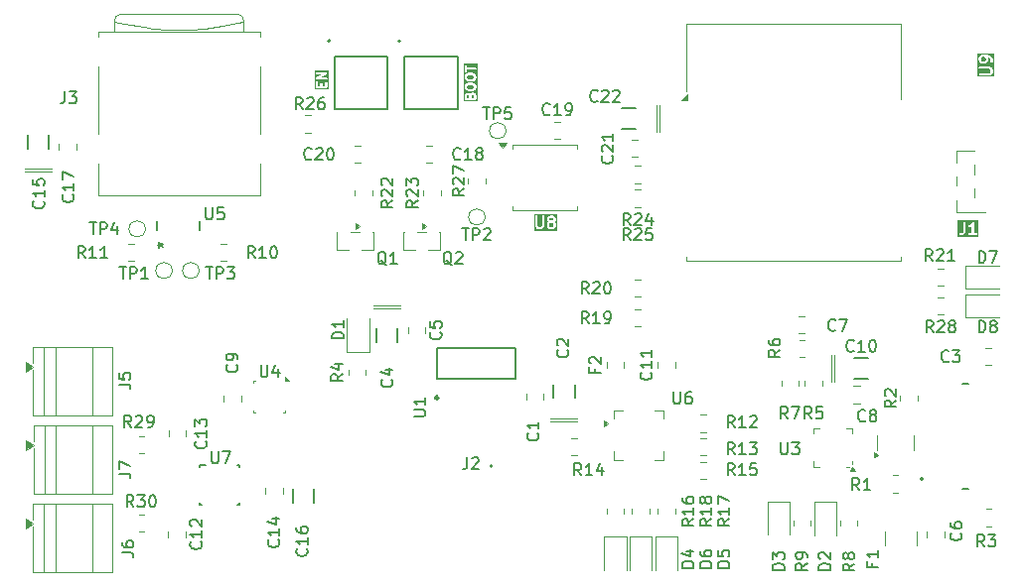
<source format=gbr>
%TF.GenerationSoftware,KiCad,Pcbnew,9.0.6*%
%TF.CreationDate,2025-11-03T22:24:35+01:00*%
%TF.ProjectId,capSensor,63617053-656e-4736-9f72-2e6b69636164,rev?*%
%TF.SameCoordinates,Original*%
%TF.FileFunction,Legend,Top*%
%TF.FilePolarity,Positive*%
%FSLAX46Y46*%
G04 Gerber Fmt 4.6, Leading zero omitted, Abs format (unit mm)*
G04 Created by KiCad (PCBNEW 9.0.6) date 2025-11-03 22:24:35*
%MOMM*%
%LPD*%
G01*
G04 APERTURE LIST*
%ADD10C,0.100000*%
%ADD11C,0.150000*%
%ADD12C,0.200000*%
%ADD13C,0.120000*%
%ADD14C,0.127000*%
%ADD15C,0.250000*%
%ADD16C,0.152400*%
G04 APERTURE END LIST*
D10*
X134116000Y-112130000D02*
X134116000Y-114430000D01*
X134366000Y-114430000D02*
X134366000Y-112130000D01*
X119416000Y-93080000D02*
X119416000Y-90780000D01*
X119166000Y-93080000D02*
X119166000Y-90780000D01*
X110166000Y-117780000D02*
X112466000Y-117780000D01*
X110166000Y-117530000D02*
X112466000Y-117530000D01*
X65391000Y-96480000D02*
X67641000Y-96480000D01*
X95066000Y-107880000D02*
X97366000Y-107880000D01*
X95066000Y-108130000D02*
X97366000Y-108130000D01*
X65366000Y-96230000D02*
X67616000Y-96230000D01*
D11*
X98880819Y-98940857D02*
X98404628Y-99274190D01*
X98880819Y-99512285D02*
X97880819Y-99512285D01*
X97880819Y-99512285D02*
X97880819Y-99131333D01*
X97880819Y-99131333D02*
X97928438Y-99036095D01*
X97928438Y-99036095D02*
X97976057Y-98988476D01*
X97976057Y-98988476D02*
X98071295Y-98940857D01*
X98071295Y-98940857D02*
X98214152Y-98940857D01*
X98214152Y-98940857D02*
X98309390Y-98988476D01*
X98309390Y-98988476D02*
X98357009Y-99036095D01*
X98357009Y-99036095D02*
X98404628Y-99131333D01*
X98404628Y-99131333D02*
X98404628Y-99512285D01*
X97976057Y-98559904D02*
X97928438Y-98512285D01*
X97928438Y-98512285D02*
X97880819Y-98417047D01*
X97880819Y-98417047D02*
X97880819Y-98178952D01*
X97880819Y-98178952D02*
X97928438Y-98083714D01*
X97928438Y-98083714D02*
X97976057Y-98036095D01*
X97976057Y-98036095D02*
X98071295Y-97988476D01*
X98071295Y-97988476D02*
X98166533Y-97988476D01*
X98166533Y-97988476D02*
X98309390Y-98036095D01*
X98309390Y-98036095D02*
X98880819Y-98607523D01*
X98880819Y-98607523D02*
X98880819Y-97988476D01*
X97880819Y-97655142D02*
X97880819Y-97036095D01*
X97880819Y-97036095D02*
X98261771Y-97369428D01*
X98261771Y-97369428D02*
X98261771Y-97226571D01*
X98261771Y-97226571D02*
X98309390Y-97131333D01*
X98309390Y-97131333D02*
X98357009Y-97083714D01*
X98357009Y-97083714D02*
X98452247Y-97036095D01*
X98452247Y-97036095D02*
X98690342Y-97036095D01*
X98690342Y-97036095D02*
X98785580Y-97083714D01*
X98785580Y-97083714D02*
X98833200Y-97131333D01*
X98833200Y-97131333D02*
X98880819Y-97226571D01*
X98880819Y-97226571D02*
X98880819Y-97512285D01*
X98880819Y-97512285D02*
X98833200Y-97607523D01*
X98833200Y-97607523D02*
X98785580Y-97655142D01*
X120650095Y-115278819D02*
X120650095Y-116088342D01*
X120650095Y-116088342D02*
X120697714Y-116183580D01*
X120697714Y-116183580D02*
X120745333Y-116231200D01*
X120745333Y-116231200D02*
X120840571Y-116278819D01*
X120840571Y-116278819D02*
X121031047Y-116278819D01*
X121031047Y-116278819D02*
X121126285Y-116231200D01*
X121126285Y-116231200D02*
X121173904Y-116183580D01*
X121173904Y-116183580D02*
X121221523Y-116088342D01*
X121221523Y-116088342D02*
X121221523Y-115278819D01*
X122126285Y-115278819D02*
X121935809Y-115278819D01*
X121935809Y-115278819D02*
X121840571Y-115326438D01*
X121840571Y-115326438D02*
X121792952Y-115374057D01*
X121792952Y-115374057D02*
X121697714Y-115516914D01*
X121697714Y-115516914D02*
X121650095Y-115707390D01*
X121650095Y-115707390D02*
X121650095Y-116088342D01*
X121650095Y-116088342D02*
X121697714Y-116183580D01*
X121697714Y-116183580D02*
X121745333Y-116231200D01*
X121745333Y-116231200D02*
X121840571Y-116278819D01*
X121840571Y-116278819D02*
X122031047Y-116278819D01*
X122031047Y-116278819D02*
X122126285Y-116231200D01*
X122126285Y-116231200D02*
X122173904Y-116183580D01*
X122173904Y-116183580D02*
X122221523Y-116088342D01*
X122221523Y-116088342D02*
X122221523Y-115850247D01*
X122221523Y-115850247D02*
X122173904Y-115755009D01*
X122173904Y-115755009D02*
X122126285Y-115707390D01*
X122126285Y-115707390D02*
X122031047Y-115659771D01*
X122031047Y-115659771D02*
X121840571Y-115659771D01*
X121840571Y-115659771D02*
X121745333Y-115707390D01*
X121745333Y-115707390D02*
X121697714Y-115755009D01*
X121697714Y-115755009D02*
X121650095Y-115850247D01*
X129740819Y-111672666D02*
X129264628Y-112005999D01*
X129740819Y-112244094D02*
X128740819Y-112244094D01*
X128740819Y-112244094D02*
X128740819Y-111863142D01*
X128740819Y-111863142D02*
X128788438Y-111767904D01*
X128788438Y-111767904D02*
X128836057Y-111720285D01*
X128836057Y-111720285D02*
X128931295Y-111672666D01*
X128931295Y-111672666D02*
X129074152Y-111672666D01*
X129074152Y-111672666D02*
X129169390Y-111720285D01*
X129169390Y-111720285D02*
X129217009Y-111767904D01*
X129217009Y-111767904D02*
X129264628Y-111863142D01*
X129264628Y-111863142D02*
X129264628Y-112244094D01*
X128740819Y-110815523D02*
X128740819Y-111005999D01*
X128740819Y-111005999D02*
X128788438Y-111101237D01*
X128788438Y-111101237D02*
X128836057Y-111148856D01*
X128836057Y-111148856D02*
X128978914Y-111244094D01*
X128978914Y-111244094D02*
X129169390Y-111291713D01*
X129169390Y-111291713D02*
X129550342Y-111291713D01*
X129550342Y-111291713D02*
X129645580Y-111244094D01*
X129645580Y-111244094D02*
X129693200Y-111196475D01*
X129693200Y-111196475D02*
X129740819Y-111101237D01*
X129740819Y-111101237D02*
X129740819Y-110910761D01*
X129740819Y-110910761D02*
X129693200Y-110815523D01*
X129693200Y-110815523D02*
X129645580Y-110767904D01*
X129645580Y-110767904D02*
X129550342Y-110720285D01*
X129550342Y-110720285D02*
X129312247Y-110720285D01*
X129312247Y-110720285D02*
X129217009Y-110767904D01*
X129217009Y-110767904D02*
X129169390Y-110815523D01*
X129169390Y-110815523D02*
X129121771Y-110910761D01*
X129121771Y-110910761D02*
X129121771Y-111101237D01*
X129121771Y-111101237D02*
X129169390Y-111196475D01*
X129169390Y-111196475D02*
X129217009Y-111244094D01*
X129217009Y-111244094D02*
X129312247Y-111291713D01*
X134453333Y-109960580D02*
X134405714Y-110008200D01*
X134405714Y-110008200D02*
X134262857Y-110055819D01*
X134262857Y-110055819D02*
X134167619Y-110055819D01*
X134167619Y-110055819D02*
X134024762Y-110008200D01*
X134024762Y-110008200D02*
X133929524Y-109912961D01*
X133929524Y-109912961D02*
X133881905Y-109817723D01*
X133881905Y-109817723D02*
X133834286Y-109627247D01*
X133834286Y-109627247D02*
X133834286Y-109484390D01*
X133834286Y-109484390D02*
X133881905Y-109293914D01*
X133881905Y-109293914D02*
X133929524Y-109198676D01*
X133929524Y-109198676D02*
X134024762Y-109103438D01*
X134024762Y-109103438D02*
X134167619Y-109055819D01*
X134167619Y-109055819D02*
X134262857Y-109055819D01*
X134262857Y-109055819D02*
X134405714Y-109103438D01*
X134405714Y-109103438D02*
X134453333Y-109151057D01*
X134786667Y-109055819D02*
X135453333Y-109055819D01*
X135453333Y-109055819D02*
X135024762Y-110055819D01*
X69447580Y-98432857D02*
X69495200Y-98480476D01*
X69495200Y-98480476D02*
X69542819Y-98623333D01*
X69542819Y-98623333D02*
X69542819Y-98718571D01*
X69542819Y-98718571D02*
X69495200Y-98861428D01*
X69495200Y-98861428D02*
X69399961Y-98956666D01*
X69399961Y-98956666D02*
X69304723Y-99004285D01*
X69304723Y-99004285D02*
X69114247Y-99051904D01*
X69114247Y-99051904D02*
X68971390Y-99051904D01*
X68971390Y-99051904D02*
X68780914Y-99004285D01*
X68780914Y-99004285D02*
X68685676Y-98956666D01*
X68685676Y-98956666D02*
X68590438Y-98861428D01*
X68590438Y-98861428D02*
X68542819Y-98718571D01*
X68542819Y-98718571D02*
X68542819Y-98623333D01*
X68542819Y-98623333D02*
X68590438Y-98480476D01*
X68590438Y-98480476D02*
X68638057Y-98432857D01*
X69542819Y-97480476D02*
X69542819Y-98051904D01*
X69542819Y-97766190D02*
X68542819Y-97766190D01*
X68542819Y-97766190D02*
X68685676Y-97861428D01*
X68685676Y-97861428D02*
X68780914Y-97956666D01*
X68780914Y-97956666D02*
X68828533Y-98051904D01*
X68542819Y-97147142D02*
X68542819Y-96480476D01*
X68542819Y-96480476D02*
X69542819Y-96909047D01*
X89386580Y-128658857D02*
X89434200Y-128706476D01*
X89434200Y-128706476D02*
X89481819Y-128849333D01*
X89481819Y-128849333D02*
X89481819Y-128944571D01*
X89481819Y-128944571D02*
X89434200Y-129087428D01*
X89434200Y-129087428D02*
X89338961Y-129182666D01*
X89338961Y-129182666D02*
X89243723Y-129230285D01*
X89243723Y-129230285D02*
X89053247Y-129277904D01*
X89053247Y-129277904D02*
X88910390Y-129277904D01*
X88910390Y-129277904D02*
X88719914Y-129230285D01*
X88719914Y-129230285D02*
X88624676Y-129182666D01*
X88624676Y-129182666D02*
X88529438Y-129087428D01*
X88529438Y-129087428D02*
X88481819Y-128944571D01*
X88481819Y-128944571D02*
X88481819Y-128849333D01*
X88481819Y-128849333D02*
X88529438Y-128706476D01*
X88529438Y-128706476D02*
X88577057Y-128658857D01*
X89481819Y-127706476D02*
X89481819Y-128277904D01*
X89481819Y-127992190D02*
X88481819Y-127992190D01*
X88481819Y-127992190D02*
X88624676Y-128087428D01*
X88624676Y-128087428D02*
X88719914Y-128182666D01*
X88719914Y-128182666D02*
X88767533Y-128277904D01*
X88481819Y-126849333D02*
X88481819Y-127039809D01*
X88481819Y-127039809D02*
X88529438Y-127135047D01*
X88529438Y-127135047D02*
X88577057Y-127182666D01*
X88577057Y-127182666D02*
X88719914Y-127277904D01*
X88719914Y-127277904D02*
X88910390Y-127325523D01*
X88910390Y-127325523D02*
X89291342Y-127325523D01*
X89291342Y-127325523D02*
X89386580Y-127277904D01*
X89386580Y-127277904D02*
X89434200Y-127230285D01*
X89434200Y-127230285D02*
X89481819Y-127135047D01*
X89481819Y-127135047D02*
X89481819Y-126944571D01*
X89481819Y-126944571D02*
X89434200Y-126849333D01*
X89434200Y-126849333D02*
X89386580Y-126801714D01*
X89386580Y-126801714D02*
X89291342Y-126754095D01*
X89291342Y-126754095D02*
X89053247Y-126754095D01*
X89053247Y-126754095D02*
X88958009Y-126801714D01*
X88958009Y-126801714D02*
X88910390Y-126849333D01*
X88910390Y-126849333D02*
X88862771Y-126944571D01*
X88862771Y-126944571D02*
X88862771Y-127135047D01*
X88862771Y-127135047D02*
X88910390Y-127230285D01*
X88910390Y-127230285D02*
X88958009Y-127277904D01*
X88958009Y-127277904D02*
X89053247Y-127325523D01*
X113403142Y-106880819D02*
X113069809Y-106404628D01*
X112831714Y-106880819D02*
X112831714Y-105880819D01*
X112831714Y-105880819D02*
X113212666Y-105880819D01*
X113212666Y-105880819D02*
X113307904Y-105928438D01*
X113307904Y-105928438D02*
X113355523Y-105976057D01*
X113355523Y-105976057D02*
X113403142Y-106071295D01*
X113403142Y-106071295D02*
X113403142Y-106214152D01*
X113403142Y-106214152D02*
X113355523Y-106309390D01*
X113355523Y-106309390D02*
X113307904Y-106357009D01*
X113307904Y-106357009D02*
X113212666Y-106404628D01*
X113212666Y-106404628D02*
X112831714Y-106404628D01*
X113784095Y-105976057D02*
X113831714Y-105928438D01*
X113831714Y-105928438D02*
X113926952Y-105880819D01*
X113926952Y-105880819D02*
X114165047Y-105880819D01*
X114165047Y-105880819D02*
X114260285Y-105928438D01*
X114260285Y-105928438D02*
X114307904Y-105976057D01*
X114307904Y-105976057D02*
X114355523Y-106071295D01*
X114355523Y-106071295D02*
X114355523Y-106166533D01*
X114355523Y-106166533D02*
X114307904Y-106309390D01*
X114307904Y-106309390D02*
X113736476Y-106880819D01*
X113736476Y-106880819D02*
X114355523Y-106880819D01*
X114974571Y-105880819D02*
X115069809Y-105880819D01*
X115069809Y-105880819D02*
X115165047Y-105928438D01*
X115165047Y-105928438D02*
X115212666Y-105976057D01*
X115212666Y-105976057D02*
X115260285Y-106071295D01*
X115260285Y-106071295D02*
X115307904Y-106261771D01*
X115307904Y-106261771D02*
X115307904Y-106499866D01*
X115307904Y-106499866D02*
X115260285Y-106690342D01*
X115260285Y-106690342D02*
X115212666Y-106785580D01*
X115212666Y-106785580D02*
X115165047Y-106833200D01*
X115165047Y-106833200D02*
X115069809Y-106880819D01*
X115069809Y-106880819D02*
X114974571Y-106880819D01*
X114974571Y-106880819D02*
X114879333Y-106833200D01*
X114879333Y-106833200D02*
X114831714Y-106785580D01*
X114831714Y-106785580D02*
X114784095Y-106690342D01*
X114784095Y-106690342D02*
X114736476Y-106499866D01*
X114736476Y-106499866D02*
X114736476Y-106261771D01*
X114736476Y-106261771D02*
X114784095Y-106071295D01*
X114784095Y-106071295D02*
X114831714Y-105976057D01*
X114831714Y-105976057D02*
X114879333Y-105928438D01*
X114879333Y-105928438D02*
X114974571Y-105880819D01*
X116959142Y-101038819D02*
X116625809Y-100562628D01*
X116387714Y-101038819D02*
X116387714Y-100038819D01*
X116387714Y-100038819D02*
X116768666Y-100038819D01*
X116768666Y-100038819D02*
X116863904Y-100086438D01*
X116863904Y-100086438D02*
X116911523Y-100134057D01*
X116911523Y-100134057D02*
X116959142Y-100229295D01*
X116959142Y-100229295D02*
X116959142Y-100372152D01*
X116959142Y-100372152D02*
X116911523Y-100467390D01*
X116911523Y-100467390D02*
X116863904Y-100515009D01*
X116863904Y-100515009D02*
X116768666Y-100562628D01*
X116768666Y-100562628D02*
X116387714Y-100562628D01*
X117340095Y-100134057D02*
X117387714Y-100086438D01*
X117387714Y-100086438D02*
X117482952Y-100038819D01*
X117482952Y-100038819D02*
X117721047Y-100038819D01*
X117721047Y-100038819D02*
X117816285Y-100086438D01*
X117816285Y-100086438D02*
X117863904Y-100134057D01*
X117863904Y-100134057D02*
X117911523Y-100229295D01*
X117911523Y-100229295D02*
X117911523Y-100324533D01*
X117911523Y-100324533D02*
X117863904Y-100467390D01*
X117863904Y-100467390D02*
X117292476Y-101038819D01*
X117292476Y-101038819D02*
X117911523Y-101038819D01*
X118768666Y-100372152D02*
X118768666Y-101038819D01*
X118530571Y-99991200D02*
X118292476Y-100705485D01*
X118292476Y-100705485D02*
X118911523Y-100705485D01*
X123898819Y-130278094D02*
X122898819Y-130278094D01*
X122898819Y-130278094D02*
X122898819Y-130039999D01*
X122898819Y-130039999D02*
X122946438Y-129897142D01*
X122946438Y-129897142D02*
X123041676Y-129801904D01*
X123041676Y-129801904D02*
X123136914Y-129754285D01*
X123136914Y-129754285D02*
X123327390Y-129706666D01*
X123327390Y-129706666D02*
X123470247Y-129706666D01*
X123470247Y-129706666D02*
X123660723Y-129754285D01*
X123660723Y-129754285D02*
X123755961Y-129801904D01*
X123755961Y-129801904D02*
X123851200Y-129897142D01*
X123851200Y-129897142D02*
X123898819Y-130039999D01*
X123898819Y-130039999D02*
X123898819Y-130278094D01*
X122898819Y-128849523D02*
X122898819Y-129039999D01*
X122898819Y-129039999D02*
X122946438Y-129135237D01*
X122946438Y-129135237D02*
X122994057Y-129182856D01*
X122994057Y-129182856D02*
X123136914Y-129278094D01*
X123136914Y-129278094D02*
X123327390Y-129325713D01*
X123327390Y-129325713D02*
X123708342Y-129325713D01*
X123708342Y-129325713D02*
X123803580Y-129278094D01*
X123803580Y-129278094D02*
X123851200Y-129230475D01*
X123851200Y-129230475D02*
X123898819Y-129135237D01*
X123898819Y-129135237D02*
X123898819Y-128944761D01*
X123898819Y-128944761D02*
X123851200Y-128849523D01*
X123851200Y-128849523D02*
X123803580Y-128801904D01*
X123803580Y-128801904D02*
X123708342Y-128754285D01*
X123708342Y-128754285D02*
X123470247Y-128754285D01*
X123470247Y-128754285D02*
X123375009Y-128801904D01*
X123375009Y-128801904D02*
X123327390Y-128849523D01*
X123327390Y-128849523D02*
X123279771Y-128944761D01*
X123279771Y-128944761D02*
X123279771Y-129135237D01*
X123279771Y-129135237D02*
X123327390Y-129230475D01*
X123327390Y-129230475D02*
X123375009Y-129278094D01*
X123375009Y-129278094D02*
X123470247Y-129325713D01*
X100775580Y-110170665D02*
X100823200Y-110218284D01*
X100823200Y-110218284D02*
X100870819Y-110361141D01*
X100870819Y-110361141D02*
X100870819Y-110456379D01*
X100870819Y-110456379D02*
X100823200Y-110599236D01*
X100823200Y-110599236D02*
X100727961Y-110694474D01*
X100727961Y-110694474D02*
X100632723Y-110742093D01*
X100632723Y-110742093D02*
X100442247Y-110789712D01*
X100442247Y-110789712D02*
X100299390Y-110789712D01*
X100299390Y-110789712D02*
X100108914Y-110742093D01*
X100108914Y-110742093D02*
X100013676Y-110694474D01*
X100013676Y-110694474D02*
X99918438Y-110599236D01*
X99918438Y-110599236D02*
X99870819Y-110456379D01*
X99870819Y-110456379D02*
X99870819Y-110361141D01*
X99870819Y-110361141D02*
X99918438Y-110218284D01*
X99918438Y-110218284D02*
X99966057Y-110170665D01*
X99870819Y-109265903D02*
X99870819Y-109742093D01*
X99870819Y-109742093D02*
X100347009Y-109789712D01*
X100347009Y-109789712D02*
X100299390Y-109742093D01*
X100299390Y-109742093D02*
X100251771Y-109646855D01*
X100251771Y-109646855D02*
X100251771Y-109408760D01*
X100251771Y-109408760D02*
X100299390Y-109313522D01*
X100299390Y-109313522D02*
X100347009Y-109265903D01*
X100347009Y-109265903D02*
X100442247Y-109218284D01*
X100442247Y-109218284D02*
X100680342Y-109218284D01*
X100680342Y-109218284D02*
X100775580Y-109265903D01*
X100775580Y-109265903D02*
X100823200Y-109313522D01*
X100823200Y-109313522D02*
X100870819Y-109408760D01*
X100870819Y-109408760D02*
X100870819Y-109646855D01*
X100870819Y-109646855D02*
X100823200Y-109742093D01*
X100823200Y-109742093D02*
X100775580Y-109789712D01*
X80766580Y-119495357D02*
X80814200Y-119542976D01*
X80814200Y-119542976D02*
X80861819Y-119685833D01*
X80861819Y-119685833D02*
X80861819Y-119781071D01*
X80861819Y-119781071D02*
X80814200Y-119923928D01*
X80814200Y-119923928D02*
X80718961Y-120019166D01*
X80718961Y-120019166D02*
X80623723Y-120066785D01*
X80623723Y-120066785D02*
X80433247Y-120114404D01*
X80433247Y-120114404D02*
X80290390Y-120114404D01*
X80290390Y-120114404D02*
X80099914Y-120066785D01*
X80099914Y-120066785D02*
X80004676Y-120019166D01*
X80004676Y-120019166D02*
X79909438Y-119923928D01*
X79909438Y-119923928D02*
X79861819Y-119781071D01*
X79861819Y-119781071D02*
X79861819Y-119685833D01*
X79861819Y-119685833D02*
X79909438Y-119542976D01*
X79909438Y-119542976D02*
X79957057Y-119495357D01*
X80861819Y-118542976D02*
X80861819Y-119114404D01*
X80861819Y-118828690D02*
X79861819Y-118828690D01*
X79861819Y-118828690D02*
X80004676Y-118923928D01*
X80004676Y-118923928D02*
X80099914Y-119019166D01*
X80099914Y-119019166D02*
X80147533Y-119114404D01*
X79861819Y-118209642D02*
X79861819Y-117590595D01*
X79861819Y-117590595D02*
X80242771Y-117923928D01*
X80242771Y-117923928D02*
X80242771Y-117781071D01*
X80242771Y-117781071D02*
X80290390Y-117685833D01*
X80290390Y-117685833D02*
X80338009Y-117638214D01*
X80338009Y-117638214D02*
X80433247Y-117590595D01*
X80433247Y-117590595D02*
X80671342Y-117590595D01*
X80671342Y-117590595D02*
X80766580Y-117638214D01*
X80766580Y-117638214D02*
X80814200Y-117685833D01*
X80814200Y-117685833D02*
X80861819Y-117781071D01*
X80861819Y-117781071D02*
X80861819Y-118066785D01*
X80861819Y-118066785D02*
X80814200Y-118162023D01*
X80814200Y-118162023D02*
X80766580Y-118209642D01*
X73368819Y-114633333D02*
X74083104Y-114633333D01*
X74083104Y-114633333D02*
X74225961Y-114680952D01*
X74225961Y-114680952D02*
X74321200Y-114776190D01*
X74321200Y-114776190D02*
X74368819Y-114919047D01*
X74368819Y-114919047D02*
X74368819Y-115014285D01*
X73368819Y-113680952D02*
X73368819Y-114157142D01*
X73368819Y-114157142D02*
X73845009Y-114204761D01*
X73845009Y-114204761D02*
X73797390Y-114157142D01*
X73797390Y-114157142D02*
X73749771Y-114061904D01*
X73749771Y-114061904D02*
X73749771Y-113823809D01*
X73749771Y-113823809D02*
X73797390Y-113728571D01*
X73797390Y-113728571D02*
X73845009Y-113680952D01*
X73845009Y-113680952D02*
X73940247Y-113633333D01*
X73940247Y-113633333D02*
X74178342Y-113633333D01*
X74178342Y-113633333D02*
X74273580Y-113680952D01*
X74273580Y-113680952D02*
X74321200Y-113728571D01*
X74321200Y-113728571D02*
X74368819Y-113823809D01*
X74368819Y-113823809D02*
X74368819Y-114061904D01*
X74368819Y-114061904D02*
X74321200Y-114157142D01*
X74321200Y-114157142D02*
X74273580Y-114204761D01*
X92540819Y-110712093D02*
X91540819Y-110712093D01*
X91540819Y-110712093D02*
X91540819Y-110473998D01*
X91540819Y-110473998D02*
X91588438Y-110331141D01*
X91588438Y-110331141D02*
X91683676Y-110235903D01*
X91683676Y-110235903D02*
X91778914Y-110188284D01*
X91778914Y-110188284D02*
X91969390Y-110140665D01*
X91969390Y-110140665D02*
X92112247Y-110140665D01*
X92112247Y-110140665D02*
X92302723Y-110188284D01*
X92302723Y-110188284D02*
X92397961Y-110235903D01*
X92397961Y-110235903D02*
X92493200Y-110331141D01*
X92493200Y-110331141D02*
X92540819Y-110473998D01*
X92540819Y-110473998D02*
X92540819Y-110712093D01*
X92540819Y-109188284D02*
X92540819Y-109759712D01*
X92540819Y-109473998D02*
X91540819Y-109473998D01*
X91540819Y-109473998D02*
X91683676Y-109569236D01*
X91683676Y-109569236D02*
X91778914Y-109664474D01*
X91778914Y-109664474D02*
X91826533Y-109759712D01*
X73414095Y-104610819D02*
X73985523Y-104610819D01*
X73699809Y-105610819D02*
X73699809Y-104610819D01*
X74318857Y-105610819D02*
X74318857Y-104610819D01*
X74318857Y-104610819D02*
X74699809Y-104610819D01*
X74699809Y-104610819D02*
X74795047Y-104658438D01*
X74795047Y-104658438D02*
X74842666Y-104706057D01*
X74842666Y-104706057D02*
X74890285Y-104801295D01*
X74890285Y-104801295D02*
X74890285Y-104944152D01*
X74890285Y-104944152D02*
X74842666Y-105039390D01*
X74842666Y-105039390D02*
X74795047Y-105087009D01*
X74795047Y-105087009D02*
X74699809Y-105134628D01*
X74699809Y-105134628D02*
X74318857Y-105134628D01*
X75842666Y-105610819D02*
X75271238Y-105610819D01*
X75556952Y-105610819D02*
X75556952Y-104610819D01*
X75556952Y-104610819D02*
X75461714Y-104753676D01*
X75461714Y-104753676D02*
X75366476Y-104848914D01*
X75366476Y-104848914D02*
X75271238Y-104896533D01*
X146680405Y-110182819D02*
X146680405Y-109182819D01*
X146680405Y-109182819D02*
X146918500Y-109182819D01*
X146918500Y-109182819D02*
X147061357Y-109230438D01*
X147061357Y-109230438D02*
X147156595Y-109325676D01*
X147156595Y-109325676D02*
X147204214Y-109420914D01*
X147204214Y-109420914D02*
X147251833Y-109611390D01*
X147251833Y-109611390D02*
X147251833Y-109754247D01*
X147251833Y-109754247D02*
X147204214Y-109944723D01*
X147204214Y-109944723D02*
X147156595Y-110039961D01*
X147156595Y-110039961D02*
X147061357Y-110135200D01*
X147061357Y-110135200D02*
X146918500Y-110182819D01*
X146918500Y-110182819D02*
X146680405Y-110182819D01*
X147823262Y-109611390D02*
X147728024Y-109563771D01*
X147728024Y-109563771D02*
X147680405Y-109516152D01*
X147680405Y-109516152D02*
X147632786Y-109420914D01*
X147632786Y-109420914D02*
X147632786Y-109373295D01*
X147632786Y-109373295D02*
X147680405Y-109278057D01*
X147680405Y-109278057D02*
X147728024Y-109230438D01*
X147728024Y-109230438D02*
X147823262Y-109182819D01*
X147823262Y-109182819D02*
X148013738Y-109182819D01*
X148013738Y-109182819D02*
X148108976Y-109230438D01*
X148108976Y-109230438D02*
X148156595Y-109278057D01*
X148156595Y-109278057D02*
X148204214Y-109373295D01*
X148204214Y-109373295D02*
X148204214Y-109420914D01*
X148204214Y-109420914D02*
X148156595Y-109516152D01*
X148156595Y-109516152D02*
X148108976Y-109563771D01*
X148108976Y-109563771D02*
X148013738Y-109611390D01*
X148013738Y-109611390D02*
X147823262Y-109611390D01*
X147823262Y-109611390D02*
X147728024Y-109659009D01*
X147728024Y-109659009D02*
X147680405Y-109706628D01*
X147680405Y-109706628D02*
X147632786Y-109801866D01*
X147632786Y-109801866D02*
X147632786Y-109992342D01*
X147632786Y-109992342D02*
X147680405Y-110087580D01*
X147680405Y-110087580D02*
X147728024Y-110135200D01*
X147728024Y-110135200D02*
X147823262Y-110182819D01*
X147823262Y-110182819D02*
X148013738Y-110182819D01*
X148013738Y-110182819D02*
X148108976Y-110135200D01*
X148108976Y-110135200D02*
X148156595Y-110087580D01*
X148156595Y-110087580D02*
X148204214Y-109992342D01*
X148204214Y-109992342D02*
X148204214Y-109801866D01*
X148204214Y-109801866D02*
X148156595Y-109706628D01*
X148156595Y-109706628D02*
X148108976Y-109659009D01*
X148108976Y-109659009D02*
X148013738Y-109611390D01*
X125422819Y-126118857D02*
X124946628Y-126452190D01*
X125422819Y-126690285D02*
X124422819Y-126690285D01*
X124422819Y-126690285D02*
X124422819Y-126309333D01*
X124422819Y-126309333D02*
X124470438Y-126214095D01*
X124470438Y-126214095D02*
X124518057Y-126166476D01*
X124518057Y-126166476D02*
X124613295Y-126118857D01*
X124613295Y-126118857D02*
X124756152Y-126118857D01*
X124756152Y-126118857D02*
X124851390Y-126166476D01*
X124851390Y-126166476D02*
X124899009Y-126214095D01*
X124899009Y-126214095D02*
X124946628Y-126309333D01*
X124946628Y-126309333D02*
X124946628Y-126690285D01*
X125422819Y-125166476D02*
X125422819Y-125737904D01*
X125422819Y-125452190D02*
X124422819Y-125452190D01*
X124422819Y-125452190D02*
X124565676Y-125547428D01*
X124565676Y-125547428D02*
X124660914Y-125642666D01*
X124660914Y-125642666D02*
X124708533Y-125737904D01*
X124422819Y-124833142D02*
X124422819Y-124166476D01*
X124422819Y-124166476D02*
X125422819Y-124595047D01*
X130086746Y-130480526D02*
X129086746Y-130480526D01*
X129086746Y-130480526D02*
X129086746Y-130242431D01*
X129086746Y-130242431D02*
X129134365Y-130099574D01*
X129134365Y-130099574D02*
X129229603Y-130004336D01*
X129229603Y-130004336D02*
X129324841Y-129956717D01*
X129324841Y-129956717D02*
X129515317Y-129909098D01*
X129515317Y-129909098D02*
X129658174Y-129909098D01*
X129658174Y-129909098D02*
X129848650Y-129956717D01*
X129848650Y-129956717D02*
X129943888Y-130004336D01*
X129943888Y-130004336D02*
X130039127Y-130099574D01*
X130039127Y-130099574D02*
X130086746Y-130242431D01*
X130086746Y-130242431D02*
X130086746Y-130480526D01*
X129086746Y-129575764D02*
X129086746Y-128956717D01*
X129086746Y-128956717D02*
X129467698Y-129290050D01*
X129467698Y-129290050D02*
X129467698Y-129147193D01*
X129467698Y-129147193D02*
X129515317Y-129051955D01*
X129515317Y-129051955D02*
X129562936Y-129004336D01*
X129562936Y-129004336D02*
X129658174Y-128956717D01*
X129658174Y-128956717D02*
X129896269Y-128956717D01*
X129896269Y-128956717D02*
X129991507Y-129004336D01*
X129991507Y-129004336D02*
X130039127Y-129051955D01*
X130039127Y-129051955D02*
X130086746Y-129147193D01*
X130086746Y-129147193D02*
X130086746Y-129432907D01*
X130086746Y-129432907D02*
X130039127Y-129528145D01*
X130039127Y-129528145D02*
X129991507Y-129575764D01*
X116959142Y-102308819D02*
X116625809Y-101832628D01*
X116387714Y-102308819D02*
X116387714Y-101308819D01*
X116387714Y-101308819D02*
X116768666Y-101308819D01*
X116768666Y-101308819D02*
X116863904Y-101356438D01*
X116863904Y-101356438D02*
X116911523Y-101404057D01*
X116911523Y-101404057D02*
X116959142Y-101499295D01*
X116959142Y-101499295D02*
X116959142Y-101642152D01*
X116959142Y-101642152D02*
X116911523Y-101737390D01*
X116911523Y-101737390D02*
X116863904Y-101785009D01*
X116863904Y-101785009D02*
X116768666Y-101832628D01*
X116768666Y-101832628D02*
X116387714Y-101832628D01*
X117340095Y-101404057D02*
X117387714Y-101356438D01*
X117387714Y-101356438D02*
X117482952Y-101308819D01*
X117482952Y-101308819D02*
X117721047Y-101308819D01*
X117721047Y-101308819D02*
X117816285Y-101356438D01*
X117816285Y-101356438D02*
X117863904Y-101404057D01*
X117863904Y-101404057D02*
X117911523Y-101499295D01*
X117911523Y-101499295D02*
X117911523Y-101594533D01*
X117911523Y-101594533D02*
X117863904Y-101737390D01*
X117863904Y-101737390D02*
X117292476Y-102308819D01*
X117292476Y-102308819D02*
X117911523Y-102308819D01*
X118816285Y-101308819D02*
X118340095Y-101308819D01*
X118340095Y-101308819D02*
X118292476Y-101785009D01*
X118292476Y-101785009D02*
X118340095Y-101737390D01*
X118340095Y-101737390D02*
X118435333Y-101689771D01*
X118435333Y-101689771D02*
X118673428Y-101689771D01*
X118673428Y-101689771D02*
X118768666Y-101737390D01*
X118768666Y-101737390D02*
X118816285Y-101785009D01*
X118816285Y-101785009D02*
X118863904Y-101880247D01*
X118863904Y-101880247D02*
X118863904Y-102118342D01*
X118863904Y-102118342D02*
X118816285Y-102213580D01*
X118816285Y-102213580D02*
X118768666Y-102261200D01*
X118768666Y-102261200D02*
X118673428Y-102308819D01*
X118673428Y-102308819D02*
X118435333Y-102308819D01*
X118435333Y-102308819D02*
X118340095Y-102261200D01*
X118340095Y-102261200D02*
X118292476Y-102213580D01*
X114165142Y-90402580D02*
X114117523Y-90450200D01*
X114117523Y-90450200D02*
X113974666Y-90497819D01*
X113974666Y-90497819D02*
X113879428Y-90497819D01*
X113879428Y-90497819D02*
X113736571Y-90450200D01*
X113736571Y-90450200D02*
X113641333Y-90354961D01*
X113641333Y-90354961D02*
X113593714Y-90259723D01*
X113593714Y-90259723D02*
X113546095Y-90069247D01*
X113546095Y-90069247D02*
X113546095Y-89926390D01*
X113546095Y-89926390D02*
X113593714Y-89735914D01*
X113593714Y-89735914D02*
X113641333Y-89640676D01*
X113641333Y-89640676D02*
X113736571Y-89545438D01*
X113736571Y-89545438D02*
X113879428Y-89497819D01*
X113879428Y-89497819D02*
X113974666Y-89497819D01*
X113974666Y-89497819D02*
X114117523Y-89545438D01*
X114117523Y-89545438D02*
X114165142Y-89593057D01*
X114546095Y-89593057D02*
X114593714Y-89545438D01*
X114593714Y-89545438D02*
X114688952Y-89497819D01*
X114688952Y-89497819D02*
X114927047Y-89497819D01*
X114927047Y-89497819D02*
X115022285Y-89545438D01*
X115022285Y-89545438D02*
X115069904Y-89593057D01*
X115069904Y-89593057D02*
X115117523Y-89688295D01*
X115117523Y-89688295D02*
X115117523Y-89783533D01*
X115117523Y-89783533D02*
X115069904Y-89926390D01*
X115069904Y-89926390D02*
X114498476Y-90497819D01*
X114498476Y-90497819D02*
X115117523Y-90497819D01*
X115498476Y-89593057D02*
X115546095Y-89545438D01*
X115546095Y-89545438D02*
X115641333Y-89497819D01*
X115641333Y-89497819D02*
X115879428Y-89497819D01*
X115879428Y-89497819D02*
X115974666Y-89545438D01*
X115974666Y-89545438D02*
X116022285Y-89593057D01*
X116022285Y-89593057D02*
X116069904Y-89688295D01*
X116069904Y-89688295D02*
X116069904Y-89783533D01*
X116069904Y-89783533D02*
X116022285Y-89926390D01*
X116022285Y-89926390D02*
X115450857Y-90497819D01*
X115450857Y-90497819D02*
X116069904Y-90497819D01*
X96625580Y-114212666D02*
X96673200Y-114260285D01*
X96673200Y-114260285D02*
X96720819Y-114403142D01*
X96720819Y-114403142D02*
X96720819Y-114498380D01*
X96720819Y-114498380D02*
X96673200Y-114641237D01*
X96673200Y-114641237D02*
X96577961Y-114736475D01*
X96577961Y-114736475D02*
X96482723Y-114784094D01*
X96482723Y-114784094D02*
X96292247Y-114831713D01*
X96292247Y-114831713D02*
X96149390Y-114831713D01*
X96149390Y-114831713D02*
X95958914Y-114784094D01*
X95958914Y-114784094D02*
X95863676Y-114736475D01*
X95863676Y-114736475D02*
X95768438Y-114641237D01*
X95768438Y-114641237D02*
X95720819Y-114498380D01*
X95720819Y-114498380D02*
X95720819Y-114403142D01*
X95720819Y-114403142D02*
X95768438Y-114260285D01*
X95768438Y-114260285D02*
X95816057Y-114212666D01*
X96054152Y-113355523D02*
X96720819Y-113355523D01*
X95673200Y-113593618D02*
X96387485Y-113831713D01*
X96387485Y-113831713D02*
X96387485Y-113212666D01*
X112773142Y-122384819D02*
X112439809Y-121908628D01*
X112201714Y-122384819D02*
X112201714Y-121384819D01*
X112201714Y-121384819D02*
X112582666Y-121384819D01*
X112582666Y-121384819D02*
X112677904Y-121432438D01*
X112677904Y-121432438D02*
X112725523Y-121480057D01*
X112725523Y-121480057D02*
X112773142Y-121575295D01*
X112773142Y-121575295D02*
X112773142Y-121718152D01*
X112773142Y-121718152D02*
X112725523Y-121813390D01*
X112725523Y-121813390D02*
X112677904Y-121861009D01*
X112677904Y-121861009D02*
X112582666Y-121908628D01*
X112582666Y-121908628D02*
X112201714Y-121908628D01*
X113725523Y-122384819D02*
X113154095Y-122384819D01*
X113439809Y-122384819D02*
X113439809Y-121384819D01*
X113439809Y-121384819D02*
X113344571Y-121527676D01*
X113344571Y-121527676D02*
X113249333Y-121622914D01*
X113249333Y-121622914D02*
X113154095Y-121670533D01*
X114582666Y-121718152D02*
X114582666Y-122384819D01*
X114344571Y-121337200D02*
X114106476Y-122051485D01*
X114106476Y-122051485D02*
X114725523Y-122051485D01*
D12*
G36*
X91237695Y-89436475D02*
G01*
X90037695Y-89436475D01*
X90037695Y-88855523D01*
X90137695Y-88855523D01*
X90137695Y-89236475D01*
X90139616Y-89255984D01*
X90154548Y-89292032D01*
X90182138Y-89319622D01*
X90218186Y-89334554D01*
X90237695Y-89336475D01*
X91037695Y-89336475D01*
X91057204Y-89334554D01*
X91093252Y-89319622D01*
X91120842Y-89292032D01*
X91135774Y-89255984D01*
X91137695Y-89236475D01*
X91137695Y-88855523D01*
X91135774Y-88836014D01*
X91120842Y-88799966D01*
X91093252Y-88772376D01*
X91057204Y-88757444D01*
X91018186Y-88757444D01*
X90982138Y-88772376D01*
X90954548Y-88799966D01*
X90939616Y-88836014D01*
X90937695Y-88855523D01*
X90937695Y-89136475D01*
X90718647Y-89136475D01*
X90718647Y-88969809D01*
X90716726Y-88950300D01*
X90701794Y-88914252D01*
X90674204Y-88886662D01*
X90638156Y-88871730D01*
X90599138Y-88871730D01*
X90563090Y-88886662D01*
X90535500Y-88914252D01*
X90520568Y-88950300D01*
X90518647Y-88969809D01*
X90518647Y-89136475D01*
X90337695Y-89136475D01*
X90337695Y-88855523D01*
X90335774Y-88836014D01*
X90320842Y-88799966D01*
X90293252Y-88772376D01*
X90257204Y-88757444D01*
X90218186Y-88757444D01*
X90182138Y-88772376D01*
X90154548Y-88799966D01*
X90139616Y-88836014D01*
X90137695Y-88855523D01*
X90037695Y-88855523D01*
X90037695Y-88505680D01*
X90137939Y-88505680D01*
X90139616Y-88518873D01*
X90139616Y-88532174D01*
X90142055Y-88538062D01*
X90142859Y-88544387D01*
X90149459Y-88555936D01*
X90154548Y-88568222D01*
X90159055Y-88572729D01*
X90162218Y-88578264D01*
X90172732Y-88586406D01*
X90182138Y-88595812D01*
X90188028Y-88598251D01*
X90193067Y-88602154D01*
X90205895Y-88605652D01*
X90218186Y-88610744D01*
X90228163Y-88611726D01*
X90230710Y-88612421D01*
X90232677Y-88612170D01*
X90237695Y-88612665D01*
X91037695Y-88612665D01*
X91057204Y-88610744D01*
X91093252Y-88595812D01*
X91120842Y-88568222D01*
X91135774Y-88532174D01*
X91135774Y-88493156D01*
X91120842Y-88457108D01*
X91093252Y-88429518D01*
X91057204Y-88414586D01*
X91037695Y-88412665D01*
X90614251Y-88412665D01*
X91087309Y-88142346D01*
X91091419Y-88139427D01*
X91093252Y-88138669D01*
X91095118Y-88136802D01*
X91103294Y-88130999D01*
X91111436Y-88120484D01*
X91120842Y-88111079D01*
X91123281Y-88105188D01*
X91127184Y-88100150D01*
X91130682Y-88087322D01*
X91135774Y-88075031D01*
X91135774Y-88068654D01*
X91137451Y-88062506D01*
X91135774Y-88049312D01*
X91135774Y-88036013D01*
X91133334Y-88030124D01*
X91132531Y-88023800D01*
X91125930Y-88012250D01*
X91120842Y-87999965D01*
X91116334Y-87995457D01*
X91113172Y-87989923D01*
X91102657Y-87981780D01*
X91093252Y-87972375D01*
X91087361Y-87969935D01*
X91082323Y-87966033D01*
X91069494Y-87962534D01*
X91057204Y-87957443D01*
X91047226Y-87956460D01*
X91044680Y-87955766D01*
X91042712Y-87956016D01*
X91037695Y-87955522D01*
X90237695Y-87955522D01*
X90218186Y-87957443D01*
X90182138Y-87972375D01*
X90154548Y-87999965D01*
X90139616Y-88036013D01*
X90139616Y-88075031D01*
X90154548Y-88111079D01*
X90182138Y-88138669D01*
X90218186Y-88153601D01*
X90237695Y-88155522D01*
X90661139Y-88155522D01*
X90188081Y-88425841D01*
X90183970Y-88428759D01*
X90182138Y-88429518D01*
X90180271Y-88431384D01*
X90172096Y-88437188D01*
X90163953Y-88447702D01*
X90154548Y-88457108D01*
X90152108Y-88462998D01*
X90148206Y-88468037D01*
X90144707Y-88480865D01*
X90139616Y-88493156D01*
X90139616Y-88499531D01*
X90137939Y-88505680D01*
X90037695Y-88505680D01*
X90037695Y-87855522D01*
X91237695Y-87855522D01*
X91237695Y-89436475D01*
G37*
D11*
X96720819Y-98940857D02*
X96244628Y-99274190D01*
X96720819Y-99512285D02*
X95720819Y-99512285D01*
X95720819Y-99512285D02*
X95720819Y-99131333D01*
X95720819Y-99131333D02*
X95768438Y-99036095D01*
X95768438Y-99036095D02*
X95816057Y-98988476D01*
X95816057Y-98988476D02*
X95911295Y-98940857D01*
X95911295Y-98940857D02*
X96054152Y-98940857D01*
X96054152Y-98940857D02*
X96149390Y-98988476D01*
X96149390Y-98988476D02*
X96197009Y-99036095D01*
X96197009Y-99036095D02*
X96244628Y-99131333D01*
X96244628Y-99131333D02*
X96244628Y-99512285D01*
X95816057Y-98559904D02*
X95768438Y-98512285D01*
X95768438Y-98512285D02*
X95720819Y-98417047D01*
X95720819Y-98417047D02*
X95720819Y-98178952D01*
X95720819Y-98178952D02*
X95768438Y-98083714D01*
X95768438Y-98083714D02*
X95816057Y-98036095D01*
X95816057Y-98036095D02*
X95911295Y-97988476D01*
X95911295Y-97988476D02*
X96006533Y-97988476D01*
X96006533Y-97988476D02*
X96149390Y-98036095D01*
X96149390Y-98036095D02*
X96720819Y-98607523D01*
X96720819Y-98607523D02*
X96720819Y-97988476D01*
X95816057Y-97607523D02*
X95768438Y-97559904D01*
X95768438Y-97559904D02*
X95720819Y-97464666D01*
X95720819Y-97464666D02*
X95720819Y-97226571D01*
X95720819Y-97226571D02*
X95768438Y-97131333D01*
X95768438Y-97131333D02*
X95816057Y-97083714D01*
X95816057Y-97083714D02*
X95911295Y-97036095D01*
X95911295Y-97036095D02*
X96006533Y-97036095D01*
X96006533Y-97036095D02*
X96149390Y-97083714D01*
X96149390Y-97083714D02*
X96720819Y-97655142D01*
X96720819Y-97655142D02*
X96720819Y-97036095D01*
X92460819Y-113752666D02*
X91984628Y-114085999D01*
X92460819Y-114324094D02*
X91460819Y-114324094D01*
X91460819Y-114324094D02*
X91460819Y-113943142D01*
X91460819Y-113943142D02*
X91508438Y-113847904D01*
X91508438Y-113847904D02*
X91556057Y-113800285D01*
X91556057Y-113800285D02*
X91651295Y-113752666D01*
X91651295Y-113752666D02*
X91794152Y-113752666D01*
X91794152Y-113752666D02*
X91889390Y-113800285D01*
X91889390Y-113800285D02*
X91937009Y-113847904D01*
X91937009Y-113847904D02*
X91984628Y-113943142D01*
X91984628Y-113943142D02*
X91984628Y-114324094D01*
X91794152Y-112895523D02*
X92460819Y-112895523D01*
X91413200Y-113133618D02*
X92127485Y-113371713D01*
X92127485Y-113371713D02*
X92127485Y-112752666D01*
X132421333Y-117548819D02*
X132088000Y-117072628D01*
X131849905Y-117548819D02*
X131849905Y-116548819D01*
X131849905Y-116548819D02*
X132230857Y-116548819D01*
X132230857Y-116548819D02*
X132326095Y-116596438D01*
X132326095Y-116596438D02*
X132373714Y-116644057D01*
X132373714Y-116644057D02*
X132421333Y-116739295D01*
X132421333Y-116739295D02*
X132421333Y-116882152D01*
X132421333Y-116882152D02*
X132373714Y-116977390D01*
X132373714Y-116977390D02*
X132326095Y-117025009D01*
X132326095Y-117025009D02*
X132230857Y-117072628D01*
X132230857Y-117072628D02*
X131849905Y-117072628D01*
X133326095Y-116548819D02*
X132849905Y-116548819D01*
X132849905Y-116548819D02*
X132802286Y-117025009D01*
X132802286Y-117025009D02*
X132849905Y-116977390D01*
X132849905Y-116977390D02*
X132945143Y-116929771D01*
X132945143Y-116929771D02*
X133183238Y-116929771D01*
X133183238Y-116929771D02*
X133278476Y-116977390D01*
X133278476Y-116977390D02*
X133326095Y-117025009D01*
X133326095Y-117025009D02*
X133373714Y-117120247D01*
X133373714Y-117120247D02*
X133373714Y-117358342D01*
X133373714Y-117358342D02*
X133326095Y-117453580D01*
X133326095Y-117453580D02*
X133278476Y-117501200D01*
X133278476Y-117501200D02*
X133183238Y-117548819D01*
X133183238Y-117548819D02*
X132945143Y-117548819D01*
X132945143Y-117548819D02*
X132849905Y-117501200D01*
X132849905Y-117501200D02*
X132802286Y-117453580D01*
X136485333Y-123644819D02*
X136152000Y-123168628D01*
X135913905Y-123644819D02*
X135913905Y-122644819D01*
X135913905Y-122644819D02*
X136294857Y-122644819D01*
X136294857Y-122644819D02*
X136390095Y-122692438D01*
X136390095Y-122692438D02*
X136437714Y-122740057D01*
X136437714Y-122740057D02*
X136485333Y-122835295D01*
X136485333Y-122835295D02*
X136485333Y-122978152D01*
X136485333Y-122978152D02*
X136437714Y-123073390D01*
X136437714Y-123073390D02*
X136390095Y-123121009D01*
X136390095Y-123121009D02*
X136294857Y-123168628D01*
X136294857Y-123168628D02*
X135913905Y-123168628D01*
X137437714Y-123644819D02*
X136866286Y-123644819D01*
X137152000Y-123644819D02*
X137152000Y-122644819D01*
X137152000Y-122644819D02*
X137056762Y-122787676D01*
X137056762Y-122787676D02*
X136961524Y-122882914D01*
X136961524Y-122882914D02*
X136866286Y-122930533D01*
X125849142Y-118310819D02*
X125515809Y-117834628D01*
X125277714Y-118310819D02*
X125277714Y-117310819D01*
X125277714Y-117310819D02*
X125658666Y-117310819D01*
X125658666Y-117310819D02*
X125753904Y-117358438D01*
X125753904Y-117358438D02*
X125801523Y-117406057D01*
X125801523Y-117406057D02*
X125849142Y-117501295D01*
X125849142Y-117501295D02*
X125849142Y-117644152D01*
X125849142Y-117644152D02*
X125801523Y-117739390D01*
X125801523Y-117739390D02*
X125753904Y-117787009D01*
X125753904Y-117787009D02*
X125658666Y-117834628D01*
X125658666Y-117834628D02*
X125277714Y-117834628D01*
X126801523Y-118310819D02*
X126230095Y-118310819D01*
X126515809Y-118310819D02*
X126515809Y-117310819D01*
X126515809Y-117310819D02*
X126420571Y-117453676D01*
X126420571Y-117453676D02*
X126325333Y-117548914D01*
X126325333Y-117548914D02*
X126230095Y-117596533D01*
X127182476Y-117406057D02*
X127230095Y-117358438D01*
X127230095Y-117358438D02*
X127325333Y-117310819D01*
X127325333Y-117310819D02*
X127563428Y-117310819D01*
X127563428Y-117310819D02*
X127658666Y-117358438D01*
X127658666Y-117358438D02*
X127706285Y-117406057D01*
X127706285Y-117406057D02*
X127753904Y-117501295D01*
X127753904Y-117501295D02*
X127753904Y-117596533D01*
X127753904Y-117596533D02*
X127706285Y-117739390D01*
X127706285Y-117739390D02*
X127134857Y-118310819D01*
X127134857Y-118310819D02*
X127753904Y-118310819D01*
X73622819Y-128984333D02*
X74337104Y-128984333D01*
X74337104Y-128984333D02*
X74479961Y-129031952D01*
X74479961Y-129031952D02*
X74575200Y-129127190D01*
X74575200Y-129127190D02*
X74622819Y-129270047D01*
X74622819Y-129270047D02*
X74622819Y-129365285D01*
X73622819Y-128079571D02*
X73622819Y-128270047D01*
X73622819Y-128270047D02*
X73670438Y-128365285D01*
X73670438Y-128365285D02*
X73718057Y-128412904D01*
X73718057Y-128412904D02*
X73860914Y-128508142D01*
X73860914Y-128508142D02*
X74051390Y-128555761D01*
X74051390Y-128555761D02*
X74432342Y-128555761D01*
X74432342Y-128555761D02*
X74527580Y-128508142D01*
X74527580Y-128508142D02*
X74575200Y-128460523D01*
X74575200Y-128460523D02*
X74622819Y-128365285D01*
X74622819Y-128365285D02*
X74622819Y-128174809D01*
X74622819Y-128174809D02*
X74575200Y-128079571D01*
X74575200Y-128079571D02*
X74527580Y-128031952D01*
X74527580Y-128031952D02*
X74432342Y-127984333D01*
X74432342Y-127984333D02*
X74194247Y-127984333D01*
X74194247Y-127984333D02*
X74099009Y-128031952D01*
X74099009Y-128031952D02*
X74051390Y-128079571D01*
X74051390Y-128079571D02*
X74003771Y-128174809D01*
X74003771Y-128174809D02*
X74003771Y-128365285D01*
X74003771Y-128365285D02*
X74051390Y-128460523D01*
X74051390Y-128460523D02*
X74099009Y-128508142D01*
X74099009Y-128508142D02*
X74194247Y-128555761D01*
X139646819Y-115974666D02*
X139170628Y-116307999D01*
X139646819Y-116546094D02*
X138646819Y-116546094D01*
X138646819Y-116546094D02*
X138646819Y-116165142D01*
X138646819Y-116165142D02*
X138694438Y-116069904D01*
X138694438Y-116069904D02*
X138742057Y-116022285D01*
X138742057Y-116022285D02*
X138837295Y-115974666D01*
X138837295Y-115974666D02*
X138980152Y-115974666D01*
X138980152Y-115974666D02*
X139075390Y-116022285D01*
X139075390Y-116022285D02*
X139123009Y-116069904D01*
X139123009Y-116069904D02*
X139170628Y-116165142D01*
X139170628Y-116165142D02*
X139170628Y-116546094D01*
X138742057Y-115593713D02*
X138694438Y-115546094D01*
X138694438Y-115546094D02*
X138646819Y-115450856D01*
X138646819Y-115450856D02*
X138646819Y-115212761D01*
X138646819Y-115212761D02*
X138694438Y-115117523D01*
X138694438Y-115117523D02*
X138742057Y-115069904D01*
X138742057Y-115069904D02*
X138837295Y-115022285D01*
X138837295Y-115022285D02*
X138932533Y-115022285D01*
X138932533Y-115022285D02*
X139075390Y-115069904D01*
X139075390Y-115069904D02*
X139646819Y-115641332D01*
X139646819Y-115641332D02*
X139646819Y-115022285D01*
X83417580Y-112942666D02*
X83465200Y-112990285D01*
X83465200Y-112990285D02*
X83512819Y-113133142D01*
X83512819Y-113133142D02*
X83512819Y-113228380D01*
X83512819Y-113228380D02*
X83465200Y-113371237D01*
X83465200Y-113371237D02*
X83369961Y-113466475D01*
X83369961Y-113466475D02*
X83274723Y-113514094D01*
X83274723Y-113514094D02*
X83084247Y-113561713D01*
X83084247Y-113561713D02*
X82941390Y-113561713D01*
X82941390Y-113561713D02*
X82750914Y-113514094D01*
X82750914Y-113514094D02*
X82655676Y-113466475D01*
X82655676Y-113466475D02*
X82560438Y-113371237D01*
X82560438Y-113371237D02*
X82512819Y-113228380D01*
X82512819Y-113228380D02*
X82512819Y-113133142D01*
X82512819Y-113133142D02*
X82560438Y-112990285D01*
X82560438Y-112990285D02*
X82608057Y-112942666D01*
X83512819Y-112466475D02*
X83512819Y-112275999D01*
X83512819Y-112275999D02*
X83465200Y-112180761D01*
X83465200Y-112180761D02*
X83417580Y-112133142D01*
X83417580Y-112133142D02*
X83274723Y-112037904D01*
X83274723Y-112037904D02*
X83084247Y-111990285D01*
X83084247Y-111990285D02*
X82703295Y-111990285D01*
X82703295Y-111990285D02*
X82608057Y-112037904D01*
X82608057Y-112037904D02*
X82560438Y-112085523D01*
X82560438Y-112085523D02*
X82512819Y-112180761D01*
X82512819Y-112180761D02*
X82512819Y-112371237D01*
X82512819Y-112371237D02*
X82560438Y-112466475D01*
X82560438Y-112466475D02*
X82608057Y-112514094D01*
X82608057Y-112514094D02*
X82703295Y-112561713D01*
X82703295Y-112561713D02*
X82941390Y-112561713D01*
X82941390Y-112561713D02*
X83036628Y-112514094D01*
X83036628Y-112514094D02*
X83084247Y-112466475D01*
X83084247Y-112466475D02*
X83131866Y-112371237D01*
X83131866Y-112371237D02*
X83131866Y-112180761D01*
X83131866Y-112180761D02*
X83084247Y-112085523D01*
X83084247Y-112085523D02*
X83036628Y-112037904D01*
X83036628Y-112037904D02*
X82941390Y-111990285D01*
X122374819Y-130278094D02*
X121374819Y-130278094D01*
X121374819Y-130278094D02*
X121374819Y-130039999D01*
X121374819Y-130039999D02*
X121422438Y-129897142D01*
X121422438Y-129897142D02*
X121517676Y-129801904D01*
X121517676Y-129801904D02*
X121612914Y-129754285D01*
X121612914Y-129754285D02*
X121803390Y-129706666D01*
X121803390Y-129706666D02*
X121946247Y-129706666D01*
X121946247Y-129706666D02*
X122136723Y-129754285D01*
X122136723Y-129754285D02*
X122231961Y-129801904D01*
X122231961Y-129801904D02*
X122327200Y-129897142D01*
X122327200Y-129897142D02*
X122374819Y-130039999D01*
X122374819Y-130039999D02*
X122374819Y-130278094D01*
X121708152Y-128849523D02*
X122374819Y-128849523D01*
X121327200Y-129087618D02*
X122041485Y-129325713D01*
X122041485Y-129325713D02*
X122041485Y-128706666D01*
X125849142Y-120596819D02*
X125515809Y-120120628D01*
X125277714Y-120596819D02*
X125277714Y-119596819D01*
X125277714Y-119596819D02*
X125658666Y-119596819D01*
X125658666Y-119596819D02*
X125753904Y-119644438D01*
X125753904Y-119644438D02*
X125801523Y-119692057D01*
X125801523Y-119692057D02*
X125849142Y-119787295D01*
X125849142Y-119787295D02*
X125849142Y-119930152D01*
X125849142Y-119930152D02*
X125801523Y-120025390D01*
X125801523Y-120025390D02*
X125753904Y-120073009D01*
X125753904Y-120073009D02*
X125658666Y-120120628D01*
X125658666Y-120120628D02*
X125277714Y-120120628D01*
X126801523Y-120596819D02*
X126230095Y-120596819D01*
X126515809Y-120596819D02*
X126515809Y-119596819D01*
X126515809Y-119596819D02*
X126420571Y-119739676D01*
X126420571Y-119739676D02*
X126325333Y-119834914D01*
X126325333Y-119834914D02*
X126230095Y-119882533D01*
X127134857Y-119596819D02*
X127753904Y-119596819D01*
X127753904Y-119596819D02*
X127420571Y-119977771D01*
X127420571Y-119977771D02*
X127563428Y-119977771D01*
X127563428Y-119977771D02*
X127658666Y-120025390D01*
X127658666Y-120025390D02*
X127706285Y-120073009D01*
X127706285Y-120073009D02*
X127753904Y-120168247D01*
X127753904Y-120168247D02*
X127753904Y-120406342D01*
X127753904Y-120406342D02*
X127706285Y-120501580D01*
X127706285Y-120501580D02*
X127658666Y-120549200D01*
X127658666Y-120549200D02*
X127563428Y-120596819D01*
X127563428Y-120596819D02*
X127277714Y-120596819D01*
X127277714Y-120596819D02*
X127182476Y-120549200D01*
X127182476Y-120549200D02*
X127134857Y-120501580D01*
X85471095Y-112992819D02*
X85471095Y-113802342D01*
X85471095Y-113802342D02*
X85518714Y-113897580D01*
X85518714Y-113897580D02*
X85566333Y-113945200D01*
X85566333Y-113945200D02*
X85661571Y-113992819D01*
X85661571Y-113992819D02*
X85852047Y-113992819D01*
X85852047Y-113992819D02*
X85947285Y-113945200D01*
X85947285Y-113945200D02*
X85994904Y-113897580D01*
X85994904Y-113897580D02*
X86042523Y-113802342D01*
X86042523Y-113802342D02*
X86042523Y-112992819D01*
X86947285Y-113326152D02*
X86947285Y-113992819D01*
X86709190Y-112945200D02*
X86471095Y-113659485D01*
X86471095Y-113659485D02*
X87090142Y-113659485D01*
X68754666Y-89624819D02*
X68754666Y-90339104D01*
X68754666Y-90339104D02*
X68707047Y-90481961D01*
X68707047Y-90481961D02*
X68611809Y-90577200D01*
X68611809Y-90577200D02*
X68468952Y-90624819D01*
X68468952Y-90624819D02*
X68373714Y-90624819D01*
X69135619Y-89624819D02*
X69754666Y-89624819D01*
X69754666Y-89624819D02*
X69421333Y-90005771D01*
X69421333Y-90005771D02*
X69564190Y-90005771D01*
X69564190Y-90005771D02*
X69659428Y-90053390D01*
X69659428Y-90053390D02*
X69707047Y-90101009D01*
X69707047Y-90101009D02*
X69754666Y-90196247D01*
X69754666Y-90196247D02*
X69754666Y-90434342D01*
X69754666Y-90434342D02*
X69707047Y-90529580D01*
X69707047Y-90529580D02*
X69659428Y-90577200D01*
X69659428Y-90577200D02*
X69564190Y-90624819D01*
X69564190Y-90624819D02*
X69278476Y-90624819D01*
X69278476Y-90624819D02*
X69183238Y-90577200D01*
X69183238Y-90577200D02*
X69135619Y-90529580D01*
X70874095Y-100800819D02*
X71445523Y-100800819D01*
X71159809Y-101800819D02*
X71159809Y-100800819D01*
X71778857Y-101800819D02*
X71778857Y-100800819D01*
X71778857Y-100800819D02*
X72159809Y-100800819D01*
X72159809Y-100800819D02*
X72255047Y-100848438D01*
X72255047Y-100848438D02*
X72302666Y-100896057D01*
X72302666Y-100896057D02*
X72350285Y-100991295D01*
X72350285Y-100991295D02*
X72350285Y-101134152D01*
X72350285Y-101134152D02*
X72302666Y-101229390D01*
X72302666Y-101229390D02*
X72255047Y-101277009D01*
X72255047Y-101277009D02*
X72159809Y-101324628D01*
X72159809Y-101324628D02*
X71778857Y-101324628D01*
X73207428Y-101134152D02*
X73207428Y-101800819D01*
X72969333Y-100753200D02*
X72731238Y-101467485D01*
X72731238Y-101467485D02*
X73350285Y-101467485D01*
X122374819Y-126118857D02*
X121898628Y-126452190D01*
X122374819Y-126690285D02*
X121374819Y-126690285D01*
X121374819Y-126690285D02*
X121374819Y-126309333D01*
X121374819Y-126309333D02*
X121422438Y-126214095D01*
X121422438Y-126214095D02*
X121470057Y-126166476D01*
X121470057Y-126166476D02*
X121565295Y-126118857D01*
X121565295Y-126118857D02*
X121708152Y-126118857D01*
X121708152Y-126118857D02*
X121803390Y-126166476D01*
X121803390Y-126166476D02*
X121851009Y-126214095D01*
X121851009Y-126214095D02*
X121898628Y-126309333D01*
X121898628Y-126309333D02*
X121898628Y-126690285D01*
X122374819Y-125166476D02*
X122374819Y-125737904D01*
X122374819Y-125452190D02*
X121374819Y-125452190D01*
X121374819Y-125452190D02*
X121517676Y-125547428D01*
X121517676Y-125547428D02*
X121612914Y-125642666D01*
X121612914Y-125642666D02*
X121660533Y-125737904D01*
X121374819Y-124309333D02*
X121374819Y-124499809D01*
X121374819Y-124499809D02*
X121422438Y-124595047D01*
X121422438Y-124595047D02*
X121470057Y-124642666D01*
X121470057Y-124642666D02*
X121612914Y-124737904D01*
X121612914Y-124737904D02*
X121803390Y-124785523D01*
X121803390Y-124785523D02*
X122184342Y-124785523D01*
X122184342Y-124785523D02*
X122279580Y-124737904D01*
X122279580Y-124737904D02*
X122327200Y-124690285D01*
X122327200Y-124690285D02*
X122374819Y-124595047D01*
X122374819Y-124595047D02*
X122374819Y-124404571D01*
X122374819Y-124404571D02*
X122327200Y-124309333D01*
X122327200Y-124309333D02*
X122279580Y-124261714D01*
X122279580Y-124261714D02*
X122184342Y-124214095D01*
X122184342Y-124214095D02*
X121946247Y-124214095D01*
X121946247Y-124214095D02*
X121851009Y-124261714D01*
X121851009Y-124261714D02*
X121803390Y-124309333D01*
X121803390Y-124309333D02*
X121755771Y-124404571D01*
X121755771Y-124404571D02*
X121755771Y-124595047D01*
X121755771Y-124595047D02*
X121803390Y-124690285D01*
X121803390Y-124690285D02*
X121851009Y-124737904D01*
X121851009Y-124737904D02*
X121946247Y-124785523D01*
X104402095Y-90970819D02*
X104973523Y-90970819D01*
X104687809Y-91970819D02*
X104687809Y-90970819D01*
X105306857Y-91970819D02*
X105306857Y-90970819D01*
X105306857Y-90970819D02*
X105687809Y-90970819D01*
X105687809Y-90970819D02*
X105783047Y-91018438D01*
X105783047Y-91018438D02*
X105830666Y-91066057D01*
X105830666Y-91066057D02*
X105878285Y-91161295D01*
X105878285Y-91161295D02*
X105878285Y-91304152D01*
X105878285Y-91304152D02*
X105830666Y-91399390D01*
X105830666Y-91399390D02*
X105783047Y-91447009D01*
X105783047Y-91447009D02*
X105687809Y-91494628D01*
X105687809Y-91494628D02*
X105306857Y-91494628D01*
X106783047Y-90970819D02*
X106306857Y-90970819D01*
X106306857Y-90970819D02*
X106259238Y-91447009D01*
X106259238Y-91447009D02*
X106306857Y-91399390D01*
X106306857Y-91399390D02*
X106402095Y-91351771D01*
X106402095Y-91351771D02*
X106640190Y-91351771D01*
X106640190Y-91351771D02*
X106735428Y-91399390D01*
X106735428Y-91399390D02*
X106783047Y-91447009D01*
X106783047Y-91447009D02*
X106830666Y-91542247D01*
X106830666Y-91542247D02*
X106830666Y-91780342D01*
X106830666Y-91780342D02*
X106783047Y-91875580D01*
X106783047Y-91875580D02*
X106735428Y-91923200D01*
X106735428Y-91923200D02*
X106640190Y-91970819D01*
X106640190Y-91970819D02*
X106402095Y-91970819D01*
X106402095Y-91970819D02*
X106306857Y-91923200D01*
X106306857Y-91923200D02*
X106259238Y-91875580D01*
X102816819Y-97924857D02*
X102340628Y-98258190D01*
X102816819Y-98496285D02*
X101816819Y-98496285D01*
X101816819Y-98496285D02*
X101816819Y-98115333D01*
X101816819Y-98115333D02*
X101864438Y-98020095D01*
X101864438Y-98020095D02*
X101912057Y-97972476D01*
X101912057Y-97972476D02*
X102007295Y-97924857D01*
X102007295Y-97924857D02*
X102150152Y-97924857D01*
X102150152Y-97924857D02*
X102245390Y-97972476D01*
X102245390Y-97972476D02*
X102293009Y-98020095D01*
X102293009Y-98020095D02*
X102340628Y-98115333D01*
X102340628Y-98115333D02*
X102340628Y-98496285D01*
X101912057Y-97543904D02*
X101864438Y-97496285D01*
X101864438Y-97496285D02*
X101816819Y-97401047D01*
X101816819Y-97401047D02*
X101816819Y-97162952D01*
X101816819Y-97162952D02*
X101864438Y-97067714D01*
X101864438Y-97067714D02*
X101912057Y-97020095D01*
X101912057Y-97020095D02*
X102007295Y-96972476D01*
X102007295Y-96972476D02*
X102102533Y-96972476D01*
X102102533Y-96972476D02*
X102245390Y-97020095D01*
X102245390Y-97020095D02*
X102816819Y-97591523D01*
X102816819Y-97591523D02*
X102816819Y-96972476D01*
X101816819Y-96639142D02*
X101816819Y-95972476D01*
X101816819Y-95972476D02*
X102816819Y-96401047D01*
X89019142Y-91132819D02*
X88685809Y-90656628D01*
X88447714Y-91132819D02*
X88447714Y-90132819D01*
X88447714Y-90132819D02*
X88828666Y-90132819D01*
X88828666Y-90132819D02*
X88923904Y-90180438D01*
X88923904Y-90180438D02*
X88971523Y-90228057D01*
X88971523Y-90228057D02*
X89019142Y-90323295D01*
X89019142Y-90323295D02*
X89019142Y-90466152D01*
X89019142Y-90466152D02*
X88971523Y-90561390D01*
X88971523Y-90561390D02*
X88923904Y-90609009D01*
X88923904Y-90609009D02*
X88828666Y-90656628D01*
X88828666Y-90656628D02*
X88447714Y-90656628D01*
X89400095Y-90228057D02*
X89447714Y-90180438D01*
X89447714Y-90180438D02*
X89542952Y-90132819D01*
X89542952Y-90132819D02*
X89781047Y-90132819D01*
X89781047Y-90132819D02*
X89876285Y-90180438D01*
X89876285Y-90180438D02*
X89923904Y-90228057D01*
X89923904Y-90228057D02*
X89971523Y-90323295D01*
X89971523Y-90323295D02*
X89971523Y-90418533D01*
X89971523Y-90418533D02*
X89923904Y-90561390D01*
X89923904Y-90561390D02*
X89352476Y-91132819D01*
X89352476Y-91132819D02*
X89971523Y-91132819D01*
X90828666Y-90132819D02*
X90638190Y-90132819D01*
X90638190Y-90132819D02*
X90542952Y-90180438D01*
X90542952Y-90180438D02*
X90495333Y-90228057D01*
X90495333Y-90228057D02*
X90400095Y-90370914D01*
X90400095Y-90370914D02*
X90352476Y-90561390D01*
X90352476Y-90561390D02*
X90352476Y-90942342D01*
X90352476Y-90942342D02*
X90400095Y-91037580D01*
X90400095Y-91037580D02*
X90447714Y-91085200D01*
X90447714Y-91085200D02*
X90542952Y-91132819D01*
X90542952Y-91132819D02*
X90733428Y-91132819D01*
X90733428Y-91132819D02*
X90828666Y-91085200D01*
X90828666Y-91085200D02*
X90876285Y-91037580D01*
X90876285Y-91037580D02*
X90923904Y-90942342D01*
X90923904Y-90942342D02*
X90923904Y-90704247D01*
X90923904Y-90704247D02*
X90876285Y-90609009D01*
X90876285Y-90609009D02*
X90828666Y-90561390D01*
X90828666Y-90561390D02*
X90733428Y-90513771D01*
X90733428Y-90513771D02*
X90542952Y-90513771D01*
X90542952Y-90513771D02*
X90447714Y-90561390D01*
X90447714Y-90561390D02*
X90400095Y-90609009D01*
X90400095Y-90609009D02*
X90352476Y-90704247D01*
X147153333Y-128470819D02*
X146820000Y-127994628D01*
X146581905Y-128470819D02*
X146581905Y-127470819D01*
X146581905Y-127470819D02*
X146962857Y-127470819D01*
X146962857Y-127470819D02*
X147058095Y-127518438D01*
X147058095Y-127518438D02*
X147105714Y-127566057D01*
X147105714Y-127566057D02*
X147153333Y-127661295D01*
X147153333Y-127661295D02*
X147153333Y-127804152D01*
X147153333Y-127804152D02*
X147105714Y-127899390D01*
X147105714Y-127899390D02*
X147058095Y-127947009D01*
X147058095Y-127947009D02*
X146962857Y-127994628D01*
X146962857Y-127994628D02*
X146581905Y-127994628D01*
X147486667Y-127470819D02*
X148105714Y-127470819D01*
X148105714Y-127470819D02*
X147772381Y-127851771D01*
X147772381Y-127851771D02*
X147915238Y-127851771D01*
X147915238Y-127851771D02*
X148010476Y-127899390D01*
X148010476Y-127899390D02*
X148058095Y-127947009D01*
X148058095Y-127947009D02*
X148105714Y-128042247D01*
X148105714Y-128042247D02*
X148105714Y-128280342D01*
X148105714Y-128280342D02*
X148058095Y-128375580D01*
X148058095Y-128375580D02*
X148010476Y-128423200D01*
X148010476Y-128423200D02*
X147915238Y-128470819D01*
X147915238Y-128470819D02*
X147629524Y-128470819D01*
X147629524Y-128470819D02*
X147534286Y-128423200D01*
X147534286Y-128423200D02*
X147486667Y-128375580D01*
D12*
G36*
X110383049Y-100848595D02*
G01*
X110407718Y-100873263D01*
X110437523Y-100932873D01*
X110437523Y-101076135D01*
X110407718Y-101135743D01*
X110383049Y-101160413D01*
X110323440Y-101190219D01*
X110180178Y-101190219D01*
X110120568Y-101160414D01*
X110095901Y-101135746D01*
X110066095Y-101076134D01*
X110066095Y-100932873D01*
X110095900Y-100873263D01*
X110120568Y-100848594D01*
X110180178Y-100818790D01*
X110323440Y-100818790D01*
X110383049Y-100848595D01*
G37*
G36*
X110383049Y-100420024D02*
G01*
X110407718Y-100444692D01*
X110437523Y-100504302D01*
X110437523Y-100504707D01*
X110407718Y-100564316D01*
X110383049Y-100588984D01*
X110323440Y-100618790D01*
X110180178Y-100618790D01*
X110120568Y-100588985D01*
X110095900Y-100564316D01*
X110066095Y-100504706D01*
X110066095Y-100504302D01*
X110095900Y-100444692D01*
X110120568Y-100420023D01*
X110180178Y-100390219D01*
X110323440Y-100390219D01*
X110383049Y-100420024D01*
G37*
G36*
X110748634Y-101501330D02*
G01*
X108754984Y-101501330D01*
X108754984Y-100290219D01*
X108866095Y-100290219D01*
X108866095Y-101099742D01*
X108868016Y-101119251D01*
X108869391Y-101122571D01*
X108869646Y-101126155D01*
X108876652Y-101144463D01*
X108924271Y-101239701D01*
X108929554Y-101248093D01*
X108930566Y-101250537D01*
X108932822Y-101253286D01*
X108934714Y-101256291D01*
X108936708Y-101258020D01*
X108943003Y-101265690D01*
X108990621Y-101313310D01*
X108998289Y-101319603D01*
X109000021Y-101321600D01*
X109003029Y-101323493D01*
X109005775Y-101325747D01*
X109008215Y-101326757D01*
X109016612Y-101332043D01*
X109111849Y-101379662D01*
X109130158Y-101386668D01*
X109133741Y-101386922D01*
X109137062Y-101388298D01*
X109156571Y-101390219D01*
X109347047Y-101390219D01*
X109366556Y-101388298D01*
X109369876Y-101386922D01*
X109373460Y-101386668D01*
X109391768Y-101379662D01*
X109487006Y-101332043D01*
X109495401Y-101326758D01*
X109497843Y-101325747D01*
X109500590Y-101323491D01*
X109503596Y-101321600D01*
X109505326Y-101319605D01*
X109512996Y-101313310D01*
X109560615Y-101265690D01*
X109566907Y-101258023D01*
X109568904Y-101256292D01*
X109570797Y-101253284D01*
X109573052Y-101250537D01*
X109574063Y-101248095D01*
X109579347Y-101239701D01*
X109626966Y-101144464D01*
X109633972Y-101126155D01*
X109634226Y-101122571D01*
X109635602Y-101119251D01*
X109637523Y-101099742D01*
X109637523Y-100480695D01*
X109866095Y-100480695D01*
X109866095Y-100528314D01*
X109868016Y-100547823D01*
X109869391Y-100551143D01*
X109869646Y-100554727D01*
X109876652Y-100573035D01*
X109924271Y-100668273D01*
X109929556Y-100676669D01*
X109930567Y-100679109D01*
X109932820Y-100681855D01*
X109934714Y-100684863D01*
X109936708Y-100686592D01*
X109943003Y-100694263D01*
X109967530Y-100718790D01*
X109943003Y-100743317D01*
X109936708Y-100750987D01*
X109934714Y-100752717D01*
X109932820Y-100755724D01*
X109930567Y-100758471D01*
X109929556Y-100760910D01*
X109924271Y-100769307D01*
X109876652Y-100864545D01*
X109869646Y-100882853D01*
X109869391Y-100886436D01*
X109868016Y-100889757D01*
X109866095Y-100909266D01*
X109866095Y-101099742D01*
X109868016Y-101119251D01*
X109869391Y-101122571D01*
X109869646Y-101126155D01*
X109876652Y-101144463D01*
X109924271Y-101239701D01*
X109929554Y-101248093D01*
X109930566Y-101250537D01*
X109932822Y-101253286D01*
X109934714Y-101256291D01*
X109936708Y-101258020D01*
X109943003Y-101265690D01*
X109990621Y-101313310D01*
X109998289Y-101319603D01*
X110000021Y-101321600D01*
X110003029Y-101323493D01*
X110005775Y-101325747D01*
X110008215Y-101326757D01*
X110016612Y-101332043D01*
X110111849Y-101379662D01*
X110130158Y-101386668D01*
X110133741Y-101386922D01*
X110137062Y-101388298D01*
X110156571Y-101390219D01*
X110347047Y-101390219D01*
X110366556Y-101388298D01*
X110369876Y-101386922D01*
X110373460Y-101386668D01*
X110391768Y-101379662D01*
X110487006Y-101332043D01*
X110495401Y-101326758D01*
X110497843Y-101325747D01*
X110500590Y-101323491D01*
X110503596Y-101321600D01*
X110505326Y-101319605D01*
X110512996Y-101313310D01*
X110560615Y-101265690D01*
X110566907Y-101258023D01*
X110568904Y-101256292D01*
X110570797Y-101253284D01*
X110573052Y-101250537D01*
X110574063Y-101248095D01*
X110579347Y-101239701D01*
X110626966Y-101144464D01*
X110633972Y-101126155D01*
X110634226Y-101122571D01*
X110635602Y-101119251D01*
X110637523Y-101099742D01*
X110637523Y-100909266D01*
X110635602Y-100889757D01*
X110634226Y-100886436D01*
X110633972Y-100882853D01*
X110626966Y-100864544D01*
X110579347Y-100769307D01*
X110574061Y-100760910D01*
X110573051Y-100758470D01*
X110570797Y-100755724D01*
X110568904Y-100752716D01*
X110566906Y-100750983D01*
X110560614Y-100743317D01*
X110536087Y-100718790D01*
X110560614Y-100694263D01*
X110566906Y-100686596D01*
X110568904Y-100684864D01*
X110570797Y-100681855D01*
X110573051Y-100679110D01*
X110574061Y-100676669D01*
X110579347Y-100668273D01*
X110626966Y-100573036D01*
X110633972Y-100554727D01*
X110634226Y-100551143D01*
X110635602Y-100547823D01*
X110637523Y-100528314D01*
X110637523Y-100480695D01*
X110635602Y-100461186D01*
X110634226Y-100457865D01*
X110633972Y-100454282D01*
X110626966Y-100435973D01*
X110579347Y-100340736D01*
X110574061Y-100332339D01*
X110573051Y-100329899D01*
X110570797Y-100327153D01*
X110568904Y-100324145D01*
X110566906Y-100322412D01*
X110560614Y-100314746D01*
X110512996Y-100267127D01*
X110505325Y-100260832D01*
X110503596Y-100258838D01*
X110500588Y-100256944D01*
X110497842Y-100254691D01*
X110495402Y-100253680D01*
X110487006Y-100248395D01*
X110391768Y-100200776D01*
X110373460Y-100193770D01*
X110369876Y-100193515D01*
X110366556Y-100192140D01*
X110347047Y-100190219D01*
X110156571Y-100190219D01*
X110137062Y-100192140D01*
X110133741Y-100193515D01*
X110130158Y-100193770D01*
X110111849Y-100200776D01*
X110016612Y-100248395D01*
X110008215Y-100253680D01*
X110005775Y-100254691D01*
X110003029Y-100256944D01*
X110000021Y-100258838D01*
X109998288Y-100260835D01*
X109990622Y-100267128D01*
X109943003Y-100314746D01*
X109936708Y-100322416D01*
X109934714Y-100324146D01*
X109932820Y-100327153D01*
X109930567Y-100329900D01*
X109929556Y-100332339D01*
X109924271Y-100340736D01*
X109876652Y-100435974D01*
X109869646Y-100454282D01*
X109869391Y-100457865D01*
X109868016Y-100461186D01*
X109866095Y-100480695D01*
X109637523Y-100480695D01*
X109637523Y-100290219D01*
X109635602Y-100270710D01*
X109620670Y-100234662D01*
X109593080Y-100207072D01*
X109557032Y-100192140D01*
X109518014Y-100192140D01*
X109481966Y-100207072D01*
X109454376Y-100234662D01*
X109439444Y-100270710D01*
X109437523Y-100290219D01*
X109437523Y-101076135D01*
X109407718Y-101135743D01*
X109383049Y-101160413D01*
X109323440Y-101190219D01*
X109180178Y-101190219D01*
X109120568Y-101160414D01*
X109095901Y-101135746D01*
X109066095Y-101076134D01*
X109066095Y-100290219D01*
X109064174Y-100270710D01*
X109049242Y-100234662D01*
X109021652Y-100207072D01*
X108985604Y-100192140D01*
X108946586Y-100192140D01*
X108910538Y-100207072D01*
X108882948Y-100234662D01*
X108868016Y-100270710D01*
X108866095Y-100290219D01*
X108754984Y-100290219D01*
X108754984Y-100079108D01*
X110748634Y-100079108D01*
X110748634Y-101501330D01*
G37*
D11*
X109071580Y-118784666D02*
X109119200Y-118832285D01*
X109119200Y-118832285D02*
X109166819Y-118975142D01*
X109166819Y-118975142D02*
X109166819Y-119070380D01*
X109166819Y-119070380D02*
X109119200Y-119213237D01*
X109119200Y-119213237D02*
X109023961Y-119308475D01*
X109023961Y-119308475D02*
X108928723Y-119356094D01*
X108928723Y-119356094D02*
X108738247Y-119403713D01*
X108738247Y-119403713D02*
X108595390Y-119403713D01*
X108595390Y-119403713D02*
X108404914Y-119356094D01*
X108404914Y-119356094D02*
X108309676Y-119308475D01*
X108309676Y-119308475D02*
X108214438Y-119213237D01*
X108214438Y-119213237D02*
X108166819Y-119070380D01*
X108166819Y-119070380D02*
X108166819Y-118975142D01*
X108166819Y-118975142D02*
X108214438Y-118832285D01*
X108214438Y-118832285D02*
X108262057Y-118784666D01*
X109166819Y-117832285D02*
X109166819Y-118403713D01*
X109166819Y-118117999D02*
X108166819Y-118117999D01*
X108166819Y-118117999D02*
X108309676Y-118213237D01*
X108309676Y-118213237D02*
X108404914Y-118308475D01*
X108404914Y-118308475D02*
X108452533Y-118403713D01*
X96170761Y-104436057D02*
X96075523Y-104388438D01*
X96075523Y-104388438D02*
X95980285Y-104293200D01*
X95980285Y-104293200D02*
X95837428Y-104150342D01*
X95837428Y-104150342D02*
X95742190Y-104102723D01*
X95742190Y-104102723D02*
X95646952Y-104102723D01*
X95694571Y-104340819D02*
X95599333Y-104293200D01*
X95599333Y-104293200D02*
X95504095Y-104197961D01*
X95504095Y-104197961D02*
X95456476Y-104007485D01*
X95456476Y-104007485D02*
X95456476Y-103674152D01*
X95456476Y-103674152D02*
X95504095Y-103483676D01*
X95504095Y-103483676D02*
X95599333Y-103388438D01*
X95599333Y-103388438D02*
X95694571Y-103340819D01*
X95694571Y-103340819D02*
X95885047Y-103340819D01*
X95885047Y-103340819D02*
X95980285Y-103388438D01*
X95980285Y-103388438D02*
X96075523Y-103483676D01*
X96075523Y-103483676D02*
X96123142Y-103674152D01*
X96123142Y-103674152D02*
X96123142Y-104007485D01*
X96123142Y-104007485D02*
X96075523Y-104197961D01*
X96075523Y-104197961D02*
X95980285Y-104293200D01*
X95980285Y-104293200D02*
X95885047Y-104340819D01*
X95885047Y-104340819D02*
X95694571Y-104340819D01*
X97075523Y-104340819D02*
X96504095Y-104340819D01*
X96789809Y-104340819D02*
X96789809Y-103340819D01*
X96789809Y-103340819D02*
X96694571Y-103483676D01*
X96694571Y-103483676D02*
X96599333Y-103578914D01*
X96599333Y-103578914D02*
X96504095Y-103626533D01*
X84955142Y-103832819D02*
X84621809Y-103356628D01*
X84383714Y-103832819D02*
X84383714Y-102832819D01*
X84383714Y-102832819D02*
X84764666Y-102832819D01*
X84764666Y-102832819D02*
X84859904Y-102880438D01*
X84859904Y-102880438D02*
X84907523Y-102928057D01*
X84907523Y-102928057D02*
X84955142Y-103023295D01*
X84955142Y-103023295D02*
X84955142Y-103166152D01*
X84955142Y-103166152D02*
X84907523Y-103261390D01*
X84907523Y-103261390D02*
X84859904Y-103309009D01*
X84859904Y-103309009D02*
X84764666Y-103356628D01*
X84764666Y-103356628D02*
X84383714Y-103356628D01*
X85907523Y-103832819D02*
X85336095Y-103832819D01*
X85621809Y-103832819D02*
X85621809Y-102832819D01*
X85621809Y-102832819D02*
X85526571Y-102975676D01*
X85526571Y-102975676D02*
X85431333Y-103070914D01*
X85431333Y-103070914D02*
X85336095Y-103118533D01*
X86526571Y-102832819D02*
X86621809Y-102832819D01*
X86621809Y-102832819D02*
X86717047Y-102880438D01*
X86717047Y-102880438D02*
X86764666Y-102928057D01*
X86764666Y-102928057D02*
X86812285Y-103023295D01*
X86812285Y-103023295D02*
X86859904Y-103213771D01*
X86859904Y-103213771D02*
X86859904Y-103451866D01*
X86859904Y-103451866D02*
X86812285Y-103642342D01*
X86812285Y-103642342D02*
X86764666Y-103737580D01*
X86764666Y-103737580D02*
X86717047Y-103785200D01*
X86717047Y-103785200D02*
X86621809Y-103832819D01*
X86621809Y-103832819D02*
X86526571Y-103832819D01*
X86526571Y-103832819D02*
X86431333Y-103785200D01*
X86431333Y-103785200D02*
X86383714Y-103737580D01*
X86383714Y-103737580D02*
X86336095Y-103642342D01*
X86336095Y-103642342D02*
X86288476Y-103451866D01*
X86288476Y-103451866D02*
X86288476Y-103213771D01*
X86288476Y-103213771D02*
X86336095Y-103023295D01*
X86336095Y-103023295D02*
X86383714Y-102928057D01*
X86383714Y-102928057D02*
X86431333Y-102880438D01*
X86431333Y-102880438D02*
X86526571Y-102832819D01*
X81280095Y-120358819D02*
X81280095Y-121168342D01*
X81280095Y-121168342D02*
X81327714Y-121263580D01*
X81327714Y-121263580D02*
X81375333Y-121311200D01*
X81375333Y-121311200D02*
X81470571Y-121358819D01*
X81470571Y-121358819D02*
X81661047Y-121358819D01*
X81661047Y-121358819D02*
X81756285Y-121311200D01*
X81756285Y-121311200D02*
X81803904Y-121263580D01*
X81803904Y-121263580D02*
X81851523Y-121168342D01*
X81851523Y-121168342D02*
X81851523Y-120358819D01*
X82232476Y-120358819D02*
X82899142Y-120358819D01*
X82899142Y-120358819D02*
X82470571Y-121358819D01*
X98514819Y-117347904D02*
X99324342Y-117347904D01*
X99324342Y-117347904D02*
X99419580Y-117300285D01*
X99419580Y-117300285D02*
X99467200Y-117252666D01*
X99467200Y-117252666D02*
X99514819Y-117157428D01*
X99514819Y-117157428D02*
X99514819Y-116966952D01*
X99514819Y-116966952D02*
X99467200Y-116871714D01*
X99467200Y-116871714D02*
X99419580Y-116824095D01*
X99419580Y-116824095D02*
X99324342Y-116776476D01*
X99324342Y-116776476D02*
X98514819Y-116776476D01*
X99514819Y-115776476D02*
X99514819Y-116347904D01*
X99514819Y-116062190D02*
X98514819Y-116062190D01*
X98514819Y-116062190D02*
X98657676Y-116157428D01*
X98657676Y-116157428D02*
X98752914Y-116252666D01*
X98752914Y-116252666D02*
X98800533Y-116347904D01*
D12*
G36*
X146671856Y-102009330D02*
G01*
X144872524Y-102009330D01*
X144872524Y-101778710D01*
X144983635Y-101778710D01*
X144983635Y-101817728D01*
X144998567Y-101853776D01*
X145026157Y-101881366D01*
X145062205Y-101896298D01*
X145081714Y-101898219D01*
X145176952Y-101898219D01*
X145186825Y-101897246D01*
X145189459Y-101897434D01*
X145192922Y-101896646D01*
X145196461Y-101896298D01*
X145198903Y-101895286D01*
X145208575Y-101893087D01*
X145351431Y-101845468D01*
X145369332Y-101837477D01*
X145372047Y-101835122D01*
X145375367Y-101833747D01*
X145390520Y-101821310D01*
X145485758Y-101726071D01*
X145498195Y-101710918D01*
X145499570Y-101707598D01*
X145501924Y-101704884D01*
X145509915Y-101686984D01*
X145557534Y-101544127D01*
X145559733Y-101534454D01*
X145560745Y-101532013D01*
X145561093Y-101528475D01*
X145561881Y-101525012D01*
X145561693Y-101522377D01*
X145562666Y-101512504D01*
X145562666Y-101071426D01*
X145792023Y-101071426D01*
X145794789Y-101110346D01*
X145812238Y-101145245D01*
X145841715Y-101170809D01*
X145878731Y-101183148D01*
X145917651Y-101180382D01*
X145935959Y-101173376D01*
X146031197Y-101125757D01*
X146039593Y-101120471D01*
X146042033Y-101119461D01*
X146044779Y-101117207D01*
X146047787Y-101115314D01*
X146049516Y-101113319D01*
X146057187Y-101107025D01*
X146076952Y-101087260D01*
X146076952Y-101698219D01*
X145891238Y-101698219D01*
X145871729Y-101700140D01*
X145835681Y-101715072D01*
X145808091Y-101742662D01*
X145793159Y-101778710D01*
X145793159Y-101817728D01*
X145808091Y-101853776D01*
X145835681Y-101881366D01*
X145871729Y-101896298D01*
X145891238Y-101898219D01*
X146462666Y-101898219D01*
X146482175Y-101896298D01*
X146518223Y-101881366D01*
X146545813Y-101853776D01*
X146560745Y-101817728D01*
X146560745Y-101778710D01*
X146545813Y-101742662D01*
X146518223Y-101715072D01*
X146482175Y-101700140D01*
X146462666Y-101698219D01*
X146276952Y-101698219D01*
X146276952Y-100798219D01*
X146276945Y-100798148D01*
X146276952Y-100798114D01*
X146276931Y-100798012D01*
X146275031Y-100778710D01*
X146271241Y-100769561D01*
X146269300Y-100759854D01*
X146263848Y-100751713D01*
X146260099Y-100742662D01*
X146253099Y-100735662D01*
X146247589Y-100727434D01*
X146239434Y-100721997D01*
X146232509Y-100715072D01*
X146223365Y-100711284D01*
X146215124Y-100705790D01*
X146205510Y-100703888D01*
X146196461Y-100700140D01*
X146186560Y-100700140D01*
X146176848Y-100698219D01*
X146167243Y-100700140D01*
X146157443Y-100700140D01*
X146148294Y-100703929D01*
X146138587Y-100705871D01*
X146130446Y-100711322D01*
X146121395Y-100715072D01*
X146114395Y-100722071D01*
X146106167Y-100727582D01*
X146093878Y-100742588D01*
X146093805Y-100742662D01*
X146093791Y-100742694D01*
X146093747Y-100742749D01*
X146004003Y-100877365D01*
X145927239Y-100954128D01*
X145846517Y-100994490D01*
X145829926Y-101004933D01*
X145804362Y-101034410D01*
X145792023Y-101071426D01*
X145562666Y-101071426D01*
X145562666Y-100798219D01*
X145560745Y-100778710D01*
X145545813Y-100742662D01*
X145518223Y-100715072D01*
X145482175Y-100700140D01*
X145443157Y-100700140D01*
X145407109Y-100715072D01*
X145379519Y-100742662D01*
X145364587Y-100778710D01*
X145362666Y-100798219D01*
X145362666Y-101496277D01*
X145327644Y-101601341D01*
X145265790Y-101663197D01*
X145160725Y-101698219D01*
X145081714Y-101698219D01*
X145062205Y-101700140D01*
X145026157Y-101715072D01*
X144998567Y-101742662D01*
X144983635Y-101778710D01*
X144872524Y-101778710D01*
X144872524Y-100587108D01*
X146671856Y-100587108D01*
X146671856Y-102009330D01*
G37*
D11*
X125849142Y-122374819D02*
X125515809Y-121898628D01*
X125277714Y-122374819D02*
X125277714Y-121374819D01*
X125277714Y-121374819D02*
X125658666Y-121374819D01*
X125658666Y-121374819D02*
X125753904Y-121422438D01*
X125753904Y-121422438D02*
X125801523Y-121470057D01*
X125801523Y-121470057D02*
X125849142Y-121565295D01*
X125849142Y-121565295D02*
X125849142Y-121708152D01*
X125849142Y-121708152D02*
X125801523Y-121803390D01*
X125801523Y-121803390D02*
X125753904Y-121851009D01*
X125753904Y-121851009D02*
X125658666Y-121898628D01*
X125658666Y-121898628D02*
X125277714Y-121898628D01*
X126801523Y-122374819D02*
X126230095Y-122374819D01*
X126515809Y-122374819D02*
X126515809Y-121374819D01*
X126515809Y-121374819D02*
X126420571Y-121517676D01*
X126420571Y-121517676D02*
X126325333Y-121612914D01*
X126325333Y-121612914D02*
X126230095Y-121660533D01*
X127706285Y-121374819D02*
X127230095Y-121374819D01*
X127230095Y-121374819D02*
X127182476Y-121851009D01*
X127182476Y-121851009D02*
X127230095Y-121803390D01*
X127230095Y-121803390D02*
X127325333Y-121755771D01*
X127325333Y-121755771D02*
X127563428Y-121755771D01*
X127563428Y-121755771D02*
X127658666Y-121803390D01*
X127658666Y-121803390D02*
X127706285Y-121851009D01*
X127706285Y-121851009D02*
X127753904Y-121946247D01*
X127753904Y-121946247D02*
X127753904Y-122184342D01*
X127753904Y-122184342D02*
X127706285Y-122279580D01*
X127706285Y-122279580D02*
X127658666Y-122327200D01*
X127658666Y-122327200D02*
X127563428Y-122374819D01*
X127563428Y-122374819D02*
X127325333Y-122374819D01*
X127325333Y-122374819D02*
X127230095Y-122327200D01*
X127230095Y-122327200D02*
X127182476Y-122279580D01*
X113403142Y-109420819D02*
X113069809Y-108944628D01*
X112831714Y-109420819D02*
X112831714Y-108420819D01*
X112831714Y-108420819D02*
X113212666Y-108420819D01*
X113212666Y-108420819D02*
X113307904Y-108468438D01*
X113307904Y-108468438D02*
X113355523Y-108516057D01*
X113355523Y-108516057D02*
X113403142Y-108611295D01*
X113403142Y-108611295D02*
X113403142Y-108754152D01*
X113403142Y-108754152D02*
X113355523Y-108849390D01*
X113355523Y-108849390D02*
X113307904Y-108897009D01*
X113307904Y-108897009D02*
X113212666Y-108944628D01*
X113212666Y-108944628D02*
X112831714Y-108944628D01*
X114355523Y-109420819D02*
X113784095Y-109420819D01*
X114069809Y-109420819D02*
X114069809Y-108420819D01*
X114069809Y-108420819D02*
X113974571Y-108563676D01*
X113974571Y-108563676D02*
X113879333Y-108658914D01*
X113879333Y-108658914D02*
X113784095Y-108706533D01*
X114831714Y-109420819D02*
X115022190Y-109420819D01*
X115022190Y-109420819D02*
X115117428Y-109373200D01*
X115117428Y-109373200D02*
X115165047Y-109325580D01*
X115165047Y-109325580D02*
X115260285Y-109182723D01*
X115260285Y-109182723D02*
X115307904Y-108992247D01*
X115307904Y-108992247D02*
X115307904Y-108611295D01*
X115307904Y-108611295D02*
X115260285Y-108516057D01*
X115260285Y-108516057D02*
X115212666Y-108468438D01*
X115212666Y-108468438D02*
X115117428Y-108420819D01*
X115117428Y-108420819D02*
X114926952Y-108420819D01*
X114926952Y-108420819D02*
X114831714Y-108468438D01*
X114831714Y-108468438D02*
X114784095Y-108516057D01*
X114784095Y-108516057D02*
X114736476Y-108611295D01*
X114736476Y-108611295D02*
X114736476Y-108849390D01*
X114736476Y-108849390D02*
X114784095Y-108944628D01*
X114784095Y-108944628D02*
X114831714Y-108992247D01*
X114831714Y-108992247D02*
X114926952Y-109039866D01*
X114926952Y-109039866D02*
X115117428Y-109039866D01*
X115117428Y-109039866D02*
X115212666Y-108992247D01*
X115212666Y-108992247D02*
X115260285Y-108944628D01*
X115260285Y-108944628D02*
X115307904Y-108849390D01*
X102624095Y-101308819D02*
X103195523Y-101308819D01*
X102909809Y-102308819D02*
X102909809Y-101308819D01*
X103528857Y-102308819D02*
X103528857Y-101308819D01*
X103528857Y-101308819D02*
X103909809Y-101308819D01*
X103909809Y-101308819D02*
X104005047Y-101356438D01*
X104005047Y-101356438D02*
X104052666Y-101404057D01*
X104052666Y-101404057D02*
X104100285Y-101499295D01*
X104100285Y-101499295D02*
X104100285Y-101642152D01*
X104100285Y-101642152D02*
X104052666Y-101737390D01*
X104052666Y-101737390D02*
X104005047Y-101785009D01*
X104005047Y-101785009D02*
X103909809Y-101832628D01*
X103909809Y-101832628D02*
X103528857Y-101832628D01*
X104481238Y-101404057D02*
X104528857Y-101356438D01*
X104528857Y-101356438D02*
X104624095Y-101308819D01*
X104624095Y-101308819D02*
X104862190Y-101308819D01*
X104862190Y-101308819D02*
X104957428Y-101356438D01*
X104957428Y-101356438D02*
X105005047Y-101404057D01*
X105005047Y-101404057D02*
X105052666Y-101499295D01*
X105052666Y-101499295D02*
X105052666Y-101594533D01*
X105052666Y-101594533D02*
X105005047Y-101737390D01*
X105005047Y-101737390D02*
X104433619Y-102308819D01*
X104433619Y-102308819D02*
X105052666Y-102308819D01*
X118719580Y-113602857D02*
X118767200Y-113650476D01*
X118767200Y-113650476D02*
X118814819Y-113793333D01*
X118814819Y-113793333D02*
X118814819Y-113888571D01*
X118814819Y-113888571D02*
X118767200Y-114031428D01*
X118767200Y-114031428D02*
X118671961Y-114126666D01*
X118671961Y-114126666D02*
X118576723Y-114174285D01*
X118576723Y-114174285D02*
X118386247Y-114221904D01*
X118386247Y-114221904D02*
X118243390Y-114221904D01*
X118243390Y-114221904D02*
X118052914Y-114174285D01*
X118052914Y-114174285D02*
X117957676Y-114126666D01*
X117957676Y-114126666D02*
X117862438Y-114031428D01*
X117862438Y-114031428D02*
X117814819Y-113888571D01*
X117814819Y-113888571D02*
X117814819Y-113793333D01*
X117814819Y-113793333D02*
X117862438Y-113650476D01*
X117862438Y-113650476D02*
X117910057Y-113602857D01*
X118814819Y-112650476D02*
X118814819Y-113221904D01*
X118814819Y-112936190D02*
X117814819Y-112936190D01*
X117814819Y-112936190D02*
X117957676Y-113031428D01*
X117957676Y-113031428D02*
X118052914Y-113126666D01*
X118052914Y-113126666D02*
X118100533Y-113221904D01*
X118814819Y-111698095D02*
X118814819Y-112269523D01*
X118814819Y-111983809D02*
X117814819Y-111983809D01*
X117814819Y-111983809D02*
X117957676Y-112079047D01*
X117957676Y-112079047D02*
X118052914Y-112174285D01*
X118052914Y-112174285D02*
X118100533Y-112269523D01*
X66925580Y-98972857D02*
X66973200Y-99020476D01*
X66973200Y-99020476D02*
X67020819Y-99163333D01*
X67020819Y-99163333D02*
X67020819Y-99258571D01*
X67020819Y-99258571D02*
X66973200Y-99401428D01*
X66973200Y-99401428D02*
X66877961Y-99496666D01*
X66877961Y-99496666D02*
X66782723Y-99544285D01*
X66782723Y-99544285D02*
X66592247Y-99591904D01*
X66592247Y-99591904D02*
X66449390Y-99591904D01*
X66449390Y-99591904D02*
X66258914Y-99544285D01*
X66258914Y-99544285D02*
X66163676Y-99496666D01*
X66163676Y-99496666D02*
X66068438Y-99401428D01*
X66068438Y-99401428D02*
X66020819Y-99258571D01*
X66020819Y-99258571D02*
X66020819Y-99163333D01*
X66020819Y-99163333D02*
X66068438Y-99020476D01*
X66068438Y-99020476D02*
X66116057Y-98972857D01*
X67020819Y-98020476D02*
X67020819Y-98591904D01*
X67020819Y-98306190D02*
X66020819Y-98306190D01*
X66020819Y-98306190D02*
X66163676Y-98401428D01*
X66163676Y-98401428D02*
X66258914Y-98496666D01*
X66258914Y-98496666D02*
X66306533Y-98591904D01*
X66020819Y-97115714D02*
X66020819Y-97591904D01*
X66020819Y-97591904D02*
X66497009Y-97639523D01*
X66497009Y-97639523D02*
X66449390Y-97591904D01*
X66449390Y-97591904D02*
X66401771Y-97496666D01*
X66401771Y-97496666D02*
X66401771Y-97258571D01*
X66401771Y-97258571D02*
X66449390Y-97163333D01*
X66449390Y-97163333D02*
X66497009Y-97115714D01*
X66497009Y-97115714D02*
X66592247Y-97068095D01*
X66592247Y-97068095D02*
X66830342Y-97068095D01*
X66830342Y-97068095D02*
X66925580Y-97115714D01*
X66925580Y-97115714D02*
X66973200Y-97163333D01*
X66973200Y-97163333D02*
X67020819Y-97258571D01*
X67020819Y-97258571D02*
X67020819Y-97496666D01*
X67020819Y-97496666D02*
X66973200Y-97591904D01*
X66973200Y-97591904D02*
X66925580Y-97639523D01*
X80772095Y-99530819D02*
X80772095Y-100340342D01*
X80772095Y-100340342D02*
X80819714Y-100435580D01*
X80819714Y-100435580D02*
X80867333Y-100483200D01*
X80867333Y-100483200D02*
X80962571Y-100530819D01*
X80962571Y-100530819D02*
X81153047Y-100530819D01*
X81153047Y-100530819D02*
X81248285Y-100483200D01*
X81248285Y-100483200D02*
X81295904Y-100435580D01*
X81295904Y-100435580D02*
X81343523Y-100340342D01*
X81343523Y-100340342D02*
X81343523Y-99530819D01*
X82295904Y-99530819D02*
X81819714Y-99530819D01*
X81819714Y-99530819D02*
X81772095Y-100007009D01*
X81772095Y-100007009D02*
X81819714Y-99959390D01*
X81819714Y-99959390D02*
X81914952Y-99911771D01*
X81914952Y-99911771D02*
X82153047Y-99911771D01*
X82153047Y-99911771D02*
X82248285Y-99959390D01*
X82248285Y-99959390D02*
X82295904Y-100007009D01*
X82295904Y-100007009D02*
X82343523Y-100102247D01*
X82343523Y-100102247D02*
X82343523Y-100340342D01*
X82343523Y-100340342D02*
X82295904Y-100435580D01*
X82295904Y-100435580D02*
X82248285Y-100483200D01*
X82248285Y-100483200D02*
X82153047Y-100530819D01*
X82153047Y-100530819D02*
X81914952Y-100530819D01*
X81914952Y-100530819D02*
X81819714Y-100483200D01*
X81819714Y-100483200D02*
X81772095Y-100435580D01*
X76670819Y-102742999D02*
X76908914Y-102742999D01*
X76813676Y-102981094D02*
X76908914Y-102742999D01*
X76908914Y-102742999D02*
X76813676Y-102504904D01*
X77099390Y-102885856D02*
X76908914Y-102742999D01*
X76908914Y-102742999D02*
X77099390Y-102600142D01*
X113953009Y-113293333D02*
X113953009Y-113626666D01*
X114476819Y-113626666D02*
X113476819Y-113626666D01*
X113476819Y-113626666D02*
X113476819Y-113150476D01*
X113572057Y-112817142D02*
X113524438Y-112769523D01*
X113524438Y-112769523D02*
X113476819Y-112674285D01*
X113476819Y-112674285D02*
X113476819Y-112436190D01*
X113476819Y-112436190D02*
X113524438Y-112340952D01*
X113524438Y-112340952D02*
X113572057Y-112293333D01*
X113572057Y-112293333D02*
X113667295Y-112245714D01*
X113667295Y-112245714D02*
X113762533Y-112245714D01*
X113762533Y-112245714D02*
X113905390Y-112293333D01*
X113905390Y-112293333D02*
X114476819Y-112864761D01*
X114476819Y-112864761D02*
X114476819Y-112245714D01*
D12*
G36*
X147236792Y-86696281D02*
G01*
X147261461Y-86720949D01*
X147291266Y-86780559D01*
X147291266Y-86923821D01*
X147261461Y-86983430D01*
X147236792Y-87008098D01*
X147177183Y-87037904D01*
X146986302Y-87037904D01*
X146926692Y-87008099D01*
X146902024Y-86983430D01*
X146872219Y-86923820D01*
X146872219Y-86780559D01*
X146902024Y-86720949D01*
X146926692Y-86696280D01*
X146986302Y-86666476D01*
X147177183Y-86666476D01*
X147236792Y-86696281D01*
G37*
G36*
X147983330Y-88349015D02*
G01*
X146561108Y-88349015D01*
X146561108Y-87546967D01*
X146674140Y-87546967D01*
X146674140Y-87585985D01*
X146689072Y-87622033D01*
X146716662Y-87649623D01*
X146752710Y-87664555D01*
X146772219Y-87666476D01*
X147558135Y-87666476D01*
X147617746Y-87696282D01*
X147642414Y-87720949D01*
X147672219Y-87780559D01*
X147672219Y-87923821D01*
X147642414Y-87983430D01*
X147617746Y-88008097D01*
X147558135Y-88037904D01*
X146772219Y-88037904D01*
X146752710Y-88039825D01*
X146716662Y-88054757D01*
X146689072Y-88082347D01*
X146674140Y-88118395D01*
X146674140Y-88157413D01*
X146689072Y-88193461D01*
X146716662Y-88221051D01*
X146752710Y-88235983D01*
X146772219Y-88237904D01*
X147581742Y-88237904D01*
X147601251Y-88235983D01*
X147604571Y-88234607D01*
X147608155Y-88234353D01*
X147626463Y-88227347D01*
X147721701Y-88179728D01*
X147730093Y-88174444D01*
X147732537Y-88173433D01*
X147735286Y-88171176D01*
X147738291Y-88169285D01*
X147740020Y-88167290D01*
X147747690Y-88160996D01*
X147795310Y-88113378D01*
X147801603Y-88105709D01*
X147803600Y-88103978D01*
X147805493Y-88100969D01*
X147807747Y-88098224D01*
X147808757Y-88095783D01*
X147814043Y-88087387D01*
X147861662Y-87992150D01*
X147868668Y-87973841D01*
X147868922Y-87970257D01*
X147870298Y-87966937D01*
X147872219Y-87947428D01*
X147872219Y-87756952D01*
X147870298Y-87737443D01*
X147868922Y-87734122D01*
X147868668Y-87730539D01*
X147861662Y-87712230D01*
X147814043Y-87616993D01*
X147808757Y-87608596D01*
X147807747Y-87606156D01*
X147805493Y-87603410D01*
X147803600Y-87600402D01*
X147801603Y-87598670D01*
X147795310Y-87591002D01*
X147747690Y-87543384D01*
X147740020Y-87537089D01*
X147738291Y-87535095D01*
X147735286Y-87533203D01*
X147732537Y-87530947D01*
X147730093Y-87529935D01*
X147721701Y-87524652D01*
X147626463Y-87477033D01*
X147608155Y-87470027D01*
X147604571Y-87469772D01*
X147601251Y-87468397D01*
X147581742Y-87466476D01*
X146772219Y-87466476D01*
X146752710Y-87468397D01*
X146716662Y-87483329D01*
X146689072Y-87510919D01*
X146674140Y-87546967D01*
X146561108Y-87546967D01*
X146561108Y-86756952D01*
X146672219Y-86756952D01*
X146672219Y-86947428D01*
X146674140Y-86966937D01*
X146675515Y-86970257D01*
X146675770Y-86973841D01*
X146682776Y-86992149D01*
X146730395Y-87087387D01*
X146735680Y-87095783D01*
X146736691Y-87098223D01*
X146738944Y-87100969D01*
X146740838Y-87103977D01*
X146742832Y-87105706D01*
X146749127Y-87113377D01*
X146796746Y-87160995D01*
X146804412Y-87167287D01*
X146806145Y-87169285D01*
X146809153Y-87171178D01*
X146811899Y-87173432D01*
X146814339Y-87174442D01*
X146822736Y-87179728D01*
X146917973Y-87227347D01*
X146936282Y-87234353D01*
X146939865Y-87234607D01*
X146943186Y-87235983D01*
X146962695Y-87237904D01*
X147200790Y-87237904D01*
X147220299Y-87235983D01*
X147223619Y-87234607D01*
X147227203Y-87234353D01*
X147245511Y-87227347D01*
X147340749Y-87179728D01*
X147349145Y-87174442D01*
X147351585Y-87173432D01*
X147354331Y-87171178D01*
X147357339Y-87169285D01*
X147359068Y-87167290D01*
X147366739Y-87160996D01*
X147414357Y-87113377D01*
X147420649Y-87105710D01*
X147422647Y-87103978D01*
X147424540Y-87100969D01*
X147426794Y-87098224D01*
X147427804Y-87095783D01*
X147433090Y-87087387D01*
X147480709Y-86992150D01*
X147487715Y-86973841D01*
X147487969Y-86970257D01*
X147489345Y-86966937D01*
X147491266Y-86947428D01*
X147491266Y-86756952D01*
X147489345Y-86737443D01*
X147487969Y-86734122D01*
X147487715Y-86730539D01*
X147480709Y-86712230D01*
X147475902Y-86702617D01*
X147493065Y-86706908D01*
X147613272Y-86787046D01*
X147642414Y-86816187D01*
X147672219Y-86875797D01*
X147672219Y-87042666D01*
X147674140Y-87062175D01*
X147689072Y-87098223D01*
X147716662Y-87125813D01*
X147752710Y-87140745D01*
X147791728Y-87140745D01*
X147827776Y-87125813D01*
X147855366Y-87098223D01*
X147870298Y-87062175D01*
X147872219Y-87042666D01*
X147872219Y-86852190D01*
X147870298Y-86832681D01*
X147868922Y-86829360D01*
X147868668Y-86825777D01*
X147861662Y-86807468D01*
X147814043Y-86712231D01*
X147808757Y-86703834D01*
X147807747Y-86701394D01*
X147805493Y-86698648D01*
X147803600Y-86695640D01*
X147801603Y-86693908D01*
X147795310Y-86686240D01*
X147747690Y-86638622D01*
X147747637Y-86638579D01*
X147747617Y-86638548D01*
X147740119Y-86632408D01*
X147732537Y-86626185D01*
X147732501Y-86626170D01*
X147732450Y-86626128D01*
X147589593Y-86530890D01*
X147578823Y-86525147D01*
X147576837Y-86523676D01*
X147574491Y-86522838D01*
X147572295Y-86521667D01*
X147569871Y-86521187D01*
X147558376Y-86517081D01*
X147367901Y-86469462D01*
X147364519Y-86468961D01*
X147363156Y-86468397D01*
X147355805Y-86467673D01*
X147348508Y-86466594D01*
X147347049Y-86466811D01*
X147343647Y-86466476D01*
X146962695Y-86466476D01*
X146943186Y-86468397D01*
X146939865Y-86469772D01*
X146936282Y-86470027D01*
X146917973Y-86477033D01*
X146822736Y-86524652D01*
X146814339Y-86529937D01*
X146811899Y-86530948D01*
X146809153Y-86533201D01*
X146806145Y-86535095D01*
X146804412Y-86537092D01*
X146796746Y-86543385D01*
X146749127Y-86591003D01*
X146742832Y-86598673D01*
X146740838Y-86600403D01*
X146738944Y-86603410D01*
X146736691Y-86606157D01*
X146735680Y-86608596D01*
X146730395Y-86616993D01*
X146682776Y-86712231D01*
X146675770Y-86730539D01*
X146675515Y-86734122D01*
X146674140Y-86737443D01*
X146672219Y-86756952D01*
X146561108Y-86756952D01*
X146561108Y-86355365D01*
X147983330Y-86355365D01*
X147983330Y-88349015D01*
G37*
G36*
X103183220Y-89953613D02*
G01*
X103198366Y-89968758D01*
X103218647Y-90009320D01*
X103218647Y-90152380D01*
X103037695Y-90152380D01*
X103037695Y-90009320D01*
X103057975Y-89968759D01*
X103073120Y-89953613D01*
X103113683Y-89933333D01*
X103142659Y-89933333D01*
X103183220Y-89953613D01*
G37*
G36*
X103602267Y-89915518D02*
G01*
X103617414Y-89930664D01*
X103637695Y-89971225D01*
X103637695Y-90152380D01*
X103418647Y-90152380D01*
X103418647Y-90001940D01*
X103444143Y-89925448D01*
X103454075Y-89915516D01*
X103494635Y-89895237D01*
X103561707Y-89895237D01*
X103602267Y-89915518D01*
G37*
G36*
X103572283Y-89085532D02*
G01*
X103617414Y-89130663D01*
X103637695Y-89171225D01*
X103637695Y-89276392D01*
X103617413Y-89316954D01*
X103572284Y-89362083D01*
X103458718Y-89390476D01*
X103216671Y-89390476D01*
X103103106Y-89362084D01*
X103057975Y-89316953D01*
X103037695Y-89276392D01*
X103037695Y-89171225D01*
X103057976Y-89130662D01*
X103103105Y-89085533D01*
X103216671Y-89057142D01*
X103458719Y-89057142D01*
X103572283Y-89085532D01*
G37*
G36*
X103572283Y-88247437D02*
G01*
X103617414Y-88292568D01*
X103637695Y-88333130D01*
X103637695Y-88438297D01*
X103617413Y-88478859D01*
X103572284Y-88523988D01*
X103458718Y-88552381D01*
X103216671Y-88552381D01*
X103103106Y-88523989D01*
X103057975Y-88478858D01*
X103037695Y-88438297D01*
X103037695Y-88333130D01*
X103057976Y-88292567D01*
X103103105Y-88247438D01*
X103216671Y-88219047D01*
X103458719Y-88219047D01*
X103572283Y-88247437D01*
G37*
G36*
X103937695Y-90452380D02*
G01*
X102737695Y-90452380D01*
X102737695Y-89985714D01*
X102837695Y-89985714D01*
X102837695Y-90252380D01*
X102839616Y-90271889D01*
X102854548Y-90307937D01*
X102882138Y-90335527D01*
X102918186Y-90350459D01*
X102937695Y-90352380D01*
X103737695Y-90352380D01*
X103757204Y-90350459D01*
X103793252Y-90335527D01*
X103820842Y-90307937D01*
X103835774Y-90271889D01*
X103837695Y-90252380D01*
X103837695Y-89947618D01*
X103835774Y-89928109D01*
X103834398Y-89924788D01*
X103834144Y-89921205D01*
X103827138Y-89902897D01*
X103789043Y-89826707D01*
X103783756Y-89818307D01*
X103782746Y-89815869D01*
X103780493Y-89813124D01*
X103778600Y-89810116D01*
X103776603Y-89808384D01*
X103770310Y-89800716D01*
X103732214Y-89762621D01*
X103724544Y-89756327D01*
X103722816Y-89754334D01*
X103719810Y-89752441D01*
X103717060Y-89750185D01*
X103714617Y-89749173D01*
X103706226Y-89743891D01*
X103630036Y-89705795D01*
X103611728Y-89698788D01*
X103608142Y-89698533D01*
X103604823Y-89697158D01*
X103585314Y-89695237D01*
X103471028Y-89695237D01*
X103451519Y-89697158D01*
X103448199Y-89698533D01*
X103444614Y-89698788D01*
X103426305Y-89705795D01*
X103350116Y-89743891D01*
X103341724Y-89749173D01*
X103339282Y-89750185D01*
X103336532Y-89752441D01*
X103333526Y-89754334D01*
X103331795Y-89756329D01*
X103324128Y-89762622D01*
X103298263Y-89788485D01*
X103298014Y-89788281D01*
X103295574Y-89787270D01*
X103287178Y-89781985D01*
X103210987Y-89743890D01*
X103192678Y-89736884D01*
X103189095Y-89736629D01*
X103185775Y-89735254D01*
X103166266Y-89733333D01*
X103090076Y-89733333D01*
X103070567Y-89735254D01*
X103067246Y-89736629D01*
X103063664Y-89736884D01*
X103045355Y-89743890D01*
X102969164Y-89781985D01*
X102960768Y-89787269D01*
X102958327Y-89788281D01*
X102955579Y-89790536D01*
X102952574Y-89792428D01*
X102950843Y-89794423D01*
X102943174Y-89800718D01*
X102905079Y-89838812D01*
X102898784Y-89846481D01*
X102896790Y-89848212D01*
X102894896Y-89851219D01*
X102892643Y-89853966D01*
X102891632Y-89856405D01*
X102886347Y-89864802D01*
X102848252Y-89940993D01*
X102841246Y-89959302D01*
X102840991Y-89962884D01*
X102839616Y-89966205D01*
X102837695Y-89985714D01*
X102737695Y-89985714D01*
X102737695Y-89147618D01*
X102837695Y-89147618D01*
X102837695Y-89299999D01*
X102839616Y-89319508D01*
X102840991Y-89322828D01*
X102841246Y-89326411D01*
X102848252Y-89344720D01*
X102886347Y-89420911D01*
X102891632Y-89429307D01*
X102892643Y-89431747D01*
X102894896Y-89434493D01*
X102896790Y-89437501D01*
X102898784Y-89439231D01*
X102905079Y-89446901D01*
X102981269Y-89523091D01*
X102996423Y-89535527D01*
X103003289Y-89538371D01*
X103009265Y-89542799D01*
X103027726Y-89549394D01*
X103180107Y-89587490D01*
X103183488Y-89587990D01*
X103184852Y-89588555D01*
X103192200Y-89589278D01*
X103199499Y-89590358D01*
X103200957Y-89590140D01*
X103204361Y-89590476D01*
X103471028Y-89590476D01*
X103474431Y-89590140D01*
X103475890Y-89590358D01*
X103483188Y-89589278D01*
X103490537Y-89588555D01*
X103491900Y-89587990D01*
X103495282Y-89587490D01*
X103647663Y-89549394D01*
X103666124Y-89542799D01*
X103672097Y-89538372D01*
X103678966Y-89535528D01*
X103694119Y-89523091D01*
X103770310Y-89446901D01*
X103776604Y-89439231D01*
X103778600Y-89437501D01*
X103780491Y-89434495D01*
X103782747Y-89431748D01*
X103783758Y-89429306D01*
X103789043Y-89420911D01*
X103827138Y-89344720D01*
X103834144Y-89326411D01*
X103834398Y-89322828D01*
X103835774Y-89319508D01*
X103837695Y-89299999D01*
X103837695Y-89147618D01*
X103835774Y-89128109D01*
X103834398Y-89124788D01*
X103834144Y-89121205D01*
X103827138Y-89102897D01*
X103789043Y-89026707D01*
X103783757Y-89018310D01*
X103782747Y-89015870D01*
X103780493Y-89013124D01*
X103778600Y-89010116D01*
X103776602Y-89008383D01*
X103770310Y-89000717D01*
X103694120Y-88924526D01*
X103678966Y-88912090D01*
X103672098Y-88909245D01*
X103666123Y-88904818D01*
X103647663Y-88898223D01*
X103495281Y-88860128D01*
X103491901Y-88859628D01*
X103490537Y-88859063D01*
X103483185Y-88858339D01*
X103475889Y-88857260D01*
X103474430Y-88857477D01*
X103471028Y-88857142D01*
X103204361Y-88857142D01*
X103200958Y-88857477D01*
X103199500Y-88857260D01*
X103192203Y-88858339D01*
X103184852Y-88859063D01*
X103183487Y-88859628D01*
X103180108Y-88860128D01*
X103027727Y-88898223D01*
X103009266Y-88904818D01*
X103003292Y-88909244D01*
X102996422Y-88912090D01*
X102981269Y-88924527D01*
X102905079Y-89000718D01*
X102898786Y-89008384D01*
X102896790Y-89010116D01*
X102894896Y-89013123D01*
X102892642Y-89015871D01*
X102891630Y-89018312D01*
X102886347Y-89026707D01*
X102848252Y-89102897D01*
X102841246Y-89121205D01*
X102840991Y-89124788D01*
X102839616Y-89128109D01*
X102837695Y-89147618D01*
X102737695Y-89147618D01*
X102737695Y-88309523D01*
X102837695Y-88309523D01*
X102837695Y-88461904D01*
X102839616Y-88481413D01*
X102840991Y-88484733D01*
X102841246Y-88488316D01*
X102848252Y-88506625D01*
X102886347Y-88582816D01*
X102891632Y-88591212D01*
X102892643Y-88593652D01*
X102894896Y-88596398D01*
X102896790Y-88599406D01*
X102898784Y-88601136D01*
X102905079Y-88608806D01*
X102981269Y-88684996D01*
X102996423Y-88697432D01*
X103003289Y-88700276D01*
X103009265Y-88704704D01*
X103027726Y-88711299D01*
X103180107Y-88749395D01*
X103183488Y-88749895D01*
X103184852Y-88750460D01*
X103192200Y-88751183D01*
X103199499Y-88752263D01*
X103200957Y-88752045D01*
X103204361Y-88752381D01*
X103471028Y-88752381D01*
X103474431Y-88752045D01*
X103475890Y-88752263D01*
X103483188Y-88751183D01*
X103490537Y-88750460D01*
X103491900Y-88749895D01*
X103495282Y-88749395D01*
X103647663Y-88711299D01*
X103666124Y-88704704D01*
X103672097Y-88700277D01*
X103678966Y-88697433D01*
X103694119Y-88684996D01*
X103770310Y-88608806D01*
X103776604Y-88601136D01*
X103778600Y-88599406D01*
X103780491Y-88596400D01*
X103782747Y-88593653D01*
X103783758Y-88591211D01*
X103789043Y-88582816D01*
X103827138Y-88506625D01*
X103834144Y-88488316D01*
X103834398Y-88484733D01*
X103835774Y-88481413D01*
X103837695Y-88461904D01*
X103837695Y-88309523D01*
X103835774Y-88290014D01*
X103834398Y-88286693D01*
X103834144Y-88283110D01*
X103827138Y-88264802D01*
X103789043Y-88188612D01*
X103783757Y-88180215D01*
X103782747Y-88177775D01*
X103780493Y-88175029D01*
X103778600Y-88172021D01*
X103776602Y-88170288D01*
X103770310Y-88162622D01*
X103694120Y-88086431D01*
X103678966Y-88073995D01*
X103672098Y-88071150D01*
X103666123Y-88066723D01*
X103647663Y-88060128D01*
X103495281Y-88022033D01*
X103491901Y-88021533D01*
X103490537Y-88020968D01*
X103483185Y-88020244D01*
X103475889Y-88019165D01*
X103474430Y-88019382D01*
X103471028Y-88019047D01*
X103204361Y-88019047D01*
X103200958Y-88019382D01*
X103199500Y-88019165D01*
X103192203Y-88020244D01*
X103184852Y-88020968D01*
X103183487Y-88021533D01*
X103180108Y-88022033D01*
X103027727Y-88060128D01*
X103009266Y-88066723D01*
X103003292Y-88071149D01*
X102996422Y-88073995D01*
X102981269Y-88086432D01*
X102905079Y-88162623D01*
X102898786Y-88170289D01*
X102896790Y-88172021D01*
X102894896Y-88175028D01*
X102892642Y-88177776D01*
X102891630Y-88180217D01*
X102886347Y-88188612D01*
X102848252Y-88264802D01*
X102841246Y-88283110D01*
X102840991Y-88286693D01*
X102839616Y-88290014D01*
X102837695Y-88309523D01*
X102737695Y-88309523D01*
X102737695Y-87433333D01*
X102837695Y-87433333D01*
X102837695Y-87890476D01*
X102839616Y-87909985D01*
X102854548Y-87946033D01*
X102882138Y-87973623D01*
X102918186Y-87988555D01*
X102957204Y-87988555D01*
X102993252Y-87973623D01*
X103020842Y-87946033D01*
X103035774Y-87909985D01*
X103037695Y-87890476D01*
X103037695Y-87761905D01*
X103737695Y-87761905D01*
X103757204Y-87759984D01*
X103793252Y-87745052D01*
X103820842Y-87717462D01*
X103835774Y-87681414D01*
X103835774Y-87642396D01*
X103820842Y-87606348D01*
X103793252Y-87578758D01*
X103757204Y-87563826D01*
X103737695Y-87561905D01*
X103037695Y-87561905D01*
X103037695Y-87433333D01*
X103035774Y-87413824D01*
X103020842Y-87377776D01*
X102993252Y-87350186D01*
X102957204Y-87335254D01*
X102918186Y-87335254D01*
X102882138Y-87350186D01*
X102854548Y-87377776D01*
X102839616Y-87413824D01*
X102837695Y-87433333D01*
X102737695Y-87433333D01*
X102737695Y-87235254D01*
X103937695Y-87235254D01*
X103937695Y-90452380D01*
G37*
D11*
X111611580Y-111672666D02*
X111659200Y-111720285D01*
X111659200Y-111720285D02*
X111706819Y-111863142D01*
X111706819Y-111863142D02*
X111706819Y-111958380D01*
X111706819Y-111958380D02*
X111659200Y-112101237D01*
X111659200Y-112101237D02*
X111563961Y-112196475D01*
X111563961Y-112196475D02*
X111468723Y-112244094D01*
X111468723Y-112244094D02*
X111278247Y-112291713D01*
X111278247Y-112291713D02*
X111135390Y-112291713D01*
X111135390Y-112291713D02*
X110944914Y-112244094D01*
X110944914Y-112244094D02*
X110849676Y-112196475D01*
X110849676Y-112196475D02*
X110754438Y-112101237D01*
X110754438Y-112101237D02*
X110706819Y-111958380D01*
X110706819Y-111958380D02*
X110706819Y-111863142D01*
X110706819Y-111863142D02*
X110754438Y-111720285D01*
X110754438Y-111720285D02*
X110802057Y-111672666D01*
X110802057Y-111291713D02*
X110754438Y-111244094D01*
X110754438Y-111244094D02*
X110706819Y-111148856D01*
X110706819Y-111148856D02*
X110706819Y-110910761D01*
X110706819Y-110910761D02*
X110754438Y-110815523D01*
X110754438Y-110815523D02*
X110802057Y-110767904D01*
X110802057Y-110767904D02*
X110897295Y-110720285D01*
X110897295Y-110720285D02*
X110992533Y-110720285D01*
X110992533Y-110720285D02*
X111135390Y-110767904D01*
X111135390Y-110767904D02*
X111706819Y-111339332D01*
X111706819Y-111339332D02*
X111706819Y-110720285D01*
X123898819Y-126118857D02*
X123422628Y-126452190D01*
X123898819Y-126690285D02*
X122898819Y-126690285D01*
X122898819Y-126690285D02*
X122898819Y-126309333D01*
X122898819Y-126309333D02*
X122946438Y-126214095D01*
X122946438Y-126214095D02*
X122994057Y-126166476D01*
X122994057Y-126166476D02*
X123089295Y-126118857D01*
X123089295Y-126118857D02*
X123232152Y-126118857D01*
X123232152Y-126118857D02*
X123327390Y-126166476D01*
X123327390Y-126166476D02*
X123375009Y-126214095D01*
X123375009Y-126214095D02*
X123422628Y-126309333D01*
X123422628Y-126309333D02*
X123422628Y-126690285D01*
X123898819Y-125166476D02*
X123898819Y-125737904D01*
X123898819Y-125452190D02*
X122898819Y-125452190D01*
X122898819Y-125452190D02*
X123041676Y-125547428D01*
X123041676Y-125547428D02*
X123136914Y-125642666D01*
X123136914Y-125642666D02*
X123184533Y-125737904D01*
X123327390Y-124595047D02*
X123279771Y-124690285D01*
X123279771Y-124690285D02*
X123232152Y-124737904D01*
X123232152Y-124737904D02*
X123136914Y-124785523D01*
X123136914Y-124785523D02*
X123089295Y-124785523D01*
X123089295Y-124785523D02*
X122994057Y-124737904D01*
X122994057Y-124737904D02*
X122946438Y-124690285D01*
X122946438Y-124690285D02*
X122898819Y-124595047D01*
X122898819Y-124595047D02*
X122898819Y-124404571D01*
X122898819Y-124404571D02*
X122946438Y-124309333D01*
X122946438Y-124309333D02*
X122994057Y-124261714D01*
X122994057Y-124261714D02*
X123089295Y-124214095D01*
X123089295Y-124214095D02*
X123136914Y-124214095D01*
X123136914Y-124214095D02*
X123232152Y-124261714D01*
X123232152Y-124261714D02*
X123279771Y-124309333D01*
X123279771Y-124309333D02*
X123327390Y-124404571D01*
X123327390Y-124404571D02*
X123327390Y-124595047D01*
X123327390Y-124595047D02*
X123375009Y-124690285D01*
X123375009Y-124690285D02*
X123422628Y-124737904D01*
X123422628Y-124737904D02*
X123517866Y-124785523D01*
X123517866Y-124785523D02*
X123708342Y-124785523D01*
X123708342Y-124785523D02*
X123803580Y-124737904D01*
X123803580Y-124737904D02*
X123851200Y-124690285D01*
X123851200Y-124690285D02*
X123898819Y-124595047D01*
X123898819Y-124595047D02*
X123898819Y-124404571D01*
X123898819Y-124404571D02*
X123851200Y-124309333D01*
X123851200Y-124309333D02*
X123803580Y-124261714D01*
X123803580Y-124261714D02*
X123708342Y-124214095D01*
X123708342Y-124214095D02*
X123517866Y-124214095D01*
X123517866Y-124214095D02*
X123422628Y-124261714D01*
X123422628Y-124261714D02*
X123375009Y-124309333D01*
X123375009Y-124309333D02*
X123327390Y-124404571D01*
X110101142Y-91545580D02*
X110053523Y-91593200D01*
X110053523Y-91593200D02*
X109910666Y-91640819D01*
X109910666Y-91640819D02*
X109815428Y-91640819D01*
X109815428Y-91640819D02*
X109672571Y-91593200D01*
X109672571Y-91593200D02*
X109577333Y-91497961D01*
X109577333Y-91497961D02*
X109529714Y-91402723D01*
X109529714Y-91402723D02*
X109482095Y-91212247D01*
X109482095Y-91212247D02*
X109482095Y-91069390D01*
X109482095Y-91069390D02*
X109529714Y-90878914D01*
X109529714Y-90878914D02*
X109577333Y-90783676D01*
X109577333Y-90783676D02*
X109672571Y-90688438D01*
X109672571Y-90688438D02*
X109815428Y-90640819D01*
X109815428Y-90640819D02*
X109910666Y-90640819D01*
X109910666Y-90640819D02*
X110053523Y-90688438D01*
X110053523Y-90688438D02*
X110101142Y-90736057D01*
X111053523Y-91640819D02*
X110482095Y-91640819D01*
X110767809Y-91640819D02*
X110767809Y-90640819D01*
X110767809Y-90640819D02*
X110672571Y-90783676D01*
X110672571Y-90783676D02*
X110577333Y-90878914D01*
X110577333Y-90878914D02*
X110482095Y-90926533D01*
X111529714Y-91640819D02*
X111720190Y-91640819D01*
X111720190Y-91640819D02*
X111815428Y-91593200D01*
X111815428Y-91593200D02*
X111863047Y-91545580D01*
X111863047Y-91545580D02*
X111958285Y-91402723D01*
X111958285Y-91402723D02*
X112005904Y-91212247D01*
X112005904Y-91212247D02*
X112005904Y-90831295D01*
X112005904Y-90831295D02*
X111958285Y-90736057D01*
X111958285Y-90736057D02*
X111910666Y-90688438D01*
X111910666Y-90688438D02*
X111815428Y-90640819D01*
X111815428Y-90640819D02*
X111624952Y-90640819D01*
X111624952Y-90640819D02*
X111529714Y-90688438D01*
X111529714Y-90688438D02*
X111482095Y-90736057D01*
X111482095Y-90736057D02*
X111434476Y-90831295D01*
X111434476Y-90831295D02*
X111434476Y-91069390D01*
X111434476Y-91069390D02*
X111482095Y-91164628D01*
X111482095Y-91164628D02*
X111529714Y-91212247D01*
X111529714Y-91212247D02*
X111624952Y-91259866D01*
X111624952Y-91259866D02*
X111815428Y-91259866D01*
X111815428Y-91259866D02*
X111910666Y-91212247D01*
X111910666Y-91212247D02*
X111958285Y-91164628D01*
X111958285Y-91164628D02*
X112005904Y-91069390D01*
X134035542Y-130480526D02*
X133035542Y-130480526D01*
X133035542Y-130480526D02*
X133035542Y-130242431D01*
X133035542Y-130242431D02*
X133083161Y-130099574D01*
X133083161Y-130099574D02*
X133178399Y-130004336D01*
X133178399Y-130004336D02*
X133273637Y-129956717D01*
X133273637Y-129956717D02*
X133464113Y-129909098D01*
X133464113Y-129909098D02*
X133606970Y-129909098D01*
X133606970Y-129909098D02*
X133797446Y-129956717D01*
X133797446Y-129956717D02*
X133892684Y-130004336D01*
X133892684Y-130004336D02*
X133987923Y-130099574D01*
X133987923Y-130099574D02*
X134035542Y-130242431D01*
X134035542Y-130242431D02*
X134035542Y-130480526D01*
X133130780Y-129528145D02*
X133083161Y-129480526D01*
X133083161Y-129480526D02*
X133035542Y-129385288D01*
X133035542Y-129385288D02*
X133035542Y-129147193D01*
X133035542Y-129147193D02*
X133083161Y-129051955D01*
X133083161Y-129051955D02*
X133130780Y-129004336D01*
X133130780Y-129004336D02*
X133226018Y-128956717D01*
X133226018Y-128956717D02*
X133321256Y-128956717D01*
X133321256Y-128956717D02*
X133464113Y-129004336D01*
X133464113Y-129004336D02*
X134035542Y-129575764D01*
X134035542Y-129575764D02*
X134035542Y-128956717D01*
X136009142Y-111738580D02*
X135961523Y-111786200D01*
X135961523Y-111786200D02*
X135818666Y-111833819D01*
X135818666Y-111833819D02*
X135723428Y-111833819D01*
X135723428Y-111833819D02*
X135580571Y-111786200D01*
X135580571Y-111786200D02*
X135485333Y-111690961D01*
X135485333Y-111690961D02*
X135437714Y-111595723D01*
X135437714Y-111595723D02*
X135390095Y-111405247D01*
X135390095Y-111405247D02*
X135390095Y-111262390D01*
X135390095Y-111262390D02*
X135437714Y-111071914D01*
X135437714Y-111071914D02*
X135485333Y-110976676D01*
X135485333Y-110976676D02*
X135580571Y-110881438D01*
X135580571Y-110881438D02*
X135723428Y-110833819D01*
X135723428Y-110833819D02*
X135818666Y-110833819D01*
X135818666Y-110833819D02*
X135961523Y-110881438D01*
X135961523Y-110881438D02*
X136009142Y-110929057D01*
X136961523Y-111833819D02*
X136390095Y-111833819D01*
X136675809Y-111833819D02*
X136675809Y-110833819D01*
X136675809Y-110833819D02*
X136580571Y-110976676D01*
X136580571Y-110976676D02*
X136485333Y-111071914D01*
X136485333Y-111071914D02*
X136390095Y-111119533D01*
X137580571Y-110833819D02*
X137675809Y-110833819D01*
X137675809Y-110833819D02*
X137771047Y-110881438D01*
X137771047Y-110881438D02*
X137818666Y-110929057D01*
X137818666Y-110929057D02*
X137866285Y-111024295D01*
X137866285Y-111024295D02*
X137913904Y-111214771D01*
X137913904Y-111214771D02*
X137913904Y-111452866D01*
X137913904Y-111452866D02*
X137866285Y-111643342D01*
X137866285Y-111643342D02*
X137818666Y-111738580D01*
X137818666Y-111738580D02*
X137771047Y-111786200D01*
X137771047Y-111786200D02*
X137675809Y-111833819D01*
X137675809Y-111833819D02*
X137580571Y-111833819D01*
X137580571Y-111833819D02*
X137485333Y-111786200D01*
X137485333Y-111786200D02*
X137437714Y-111738580D01*
X137437714Y-111738580D02*
X137390095Y-111643342D01*
X137390095Y-111643342D02*
X137342476Y-111452866D01*
X137342476Y-111452866D02*
X137342476Y-111214771D01*
X137342476Y-111214771D02*
X137390095Y-111024295D01*
X137390095Y-111024295D02*
X137437714Y-110929057D01*
X137437714Y-110929057D02*
X137485333Y-110881438D01*
X137485333Y-110881438D02*
X137580571Y-110833819D01*
X80780095Y-104610819D02*
X81351523Y-104610819D01*
X81065809Y-105610819D02*
X81065809Y-104610819D01*
X81684857Y-105610819D02*
X81684857Y-104610819D01*
X81684857Y-104610819D02*
X82065809Y-104610819D01*
X82065809Y-104610819D02*
X82161047Y-104658438D01*
X82161047Y-104658438D02*
X82208666Y-104706057D01*
X82208666Y-104706057D02*
X82256285Y-104801295D01*
X82256285Y-104801295D02*
X82256285Y-104944152D01*
X82256285Y-104944152D02*
X82208666Y-105039390D01*
X82208666Y-105039390D02*
X82161047Y-105087009D01*
X82161047Y-105087009D02*
X82065809Y-105134628D01*
X82065809Y-105134628D02*
X81684857Y-105134628D01*
X82589619Y-104610819D02*
X83208666Y-104610819D01*
X83208666Y-104610819D02*
X82875333Y-104991771D01*
X82875333Y-104991771D02*
X83018190Y-104991771D01*
X83018190Y-104991771D02*
X83113428Y-105039390D01*
X83113428Y-105039390D02*
X83161047Y-105087009D01*
X83161047Y-105087009D02*
X83208666Y-105182247D01*
X83208666Y-105182247D02*
X83208666Y-105420342D01*
X83208666Y-105420342D02*
X83161047Y-105515580D01*
X83161047Y-105515580D02*
X83113428Y-105563200D01*
X83113428Y-105563200D02*
X83018190Y-105610819D01*
X83018190Y-105610819D02*
X82732476Y-105610819D01*
X82732476Y-105610819D02*
X82637238Y-105563200D01*
X82637238Y-105563200D02*
X82589619Y-105515580D01*
X137599009Y-129873333D02*
X137599009Y-130206666D01*
X138122819Y-130206666D02*
X137122819Y-130206666D01*
X137122819Y-130206666D02*
X137122819Y-129730476D01*
X138122819Y-128825714D02*
X138122819Y-129397142D01*
X138122819Y-129111428D02*
X137122819Y-129111428D01*
X137122819Y-129111428D02*
X137265676Y-129206666D01*
X137265676Y-129206666D02*
X137360914Y-129301904D01*
X137360914Y-129301904D02*
X137408533Y-129397142D01*
X102481142Y-95355580D02*
X102433523Y-95403200D01*
X102433523Y-95403200D02*
X102290666Y-95450819D01*
X102290666Y-95450819D02*
X102195428Y-95450819D01*
X102195428Y-95450819D02*
X102052571Y-95403200D01*
X102052571Y-95403200D02*
X101957333Y-95307961D01*
X101957333Y-95307961D02*
X101909714Y-95212723D01*
X101909714Y-95212723D02*
X101862095Y-95022247D01*
X101862095Y-95022247D02*
X101862095Y-94879390D01*
X101862095Y-94879390D02*
X101909714Y-94688914D01*
X101909714Y-94688914D02*
X101957333Y-94593676D01*
X101957333Y-94593676D02*
X102052571Y-94498438D01*
X102052571Y-94498438D02*
X102195428Y-94450819D01*
X102195428Y-94450819D02*
X102290666Y-94450819D01*
X102290666Y-94450819D02*
X102433523Y-94498438D01*
X102433523Y-94498438D02*
X102481142Y-94546057D01*
X103433523Y-95450819D02*
X102862095Y-95450819D01*
X103147809Y-95450819D02*
X103147809Y-94450819D01*
X103147809Y-94450819D02*
X103052571Y-94593676D01*
X103052571Y-94593676D02*
X102957333Y-94688914D01*
X102957333Y-94688914D02*
X102862095Y-94736533D01*
X104004952Y-94879390D02*
X103909714Y-94831771D01*
X103909714Y-94831771D02*
X103862095Y-94784152D01*
X103862095Y-94784152D02*
X103814476Y-94688914D01*
X103814476Y-94688914D02*
X103814476Y-94641295D01*
X103814476Y-94641295D02*
X103862095Y-94546057D01*
X103862095Y-94546057D02*
X103909714Y-94498438D01*
X103909714Y-94498438D02*
X104004952Y-94450819D01*
X104004952Y-94450819D02*
X104195428Y-94450819D01*
X104195428Y-94450819D02*
X104290666Y-94498438D01*
X104290666Y-94498438D02*
X104338285Y-94546057D01*
X104338285Y-94546057D02*
X104385904Y-94641295D01*
X104385904Y-94641295D02*
X104385904Y-94688914D01*
X104385904Y-94688914D02*
X104338285Y-94784152D01*
X104338285Y-94784152D02*
X104290666Y-94831771D01*
X104290666Y-94831771D02*
X104195428Y-94879390D01*
X104195428Y-94879390D02*
X104004952Y-94879390D01*
X104004952Y-94879390D02*
X103909714Y-94927009D01*
X103909714Y-94927009D02*
X103862095Y-94974628D01*
X103862095Y-94974628D02*
X103814476Y-95069866D01*
X103814476Y-95069866D02*
X103814476Y-95260342D01*
X103814476Y-95260342D02*
X103862095Y-95355580D01*
X103862095Y-95355580D02*
X103909714Y-95403200D01*
X103909714Y-95403200D02*
X104004952Y-95450819D01*
X104004952Y-95450819D02*
X104195428Y-95450819D01*
X104195428Y-95450819D02*
X104290666Y-95403200D01*
X104290666Y-95403200D02*
X104338285Y-95355580D01*
X104338285Y-95355580D02*
X104385904Y-95260342D01*
X104385904Y-95260342D02*
X104385904Y-95069866D01*
X104385904Y-95069866D02*
X104338285Y-94974628D01*
X104338285Y-94974628D02*
X104290666Y-94927009D01*
X104290666Y-94927009D02*
X104195428Y-94879390D01*
X142711642Y-104086819D02*
X142378309Y-103610628D01*
X142140214Y-104086819D02*
X142140214Y-103086819D01*
X142140214Y-103086819D02*
X142521166Y-103086819D01*
X142521166Y-103086819D02*
X142616404Y-103134438D01*
X142616404Y-103134438D02*
X142664023Y-103182057D01*
X142664023Y-103182057D02*
X142711642Y-103277295D01*
X142711642Y-103277295D02*
X142711642Y-103420152D01*
X142711642Y-103420152D02*
X142664023Y-103515390D01*
X142664023Y-103515390D02*
X142616404Y-103563009D01*
X142616404Y-103563009D02*
X142521166Y-103610628D01*
X142521166Y-103610628D02*
X142140214Y-103610628D01*
X143092595Y-103182057D02*
X143140214Y-103134438D01*
X143140214Y-103134438D02*
X143235452Y-103086819D01*
X143235452Y-103086819D02*
X143473547Y-103086819D01*
X143473547Y-103086819D02*
X143568785Y-103134438D01*
X143568785Y-103134438D02*
X143616404Y-103182057D01*
X143616404Y-103182057D02*
X143664023Y-103277295D01*
X143664023Y-103277295D02*
X143664023Y-103372533D01*
X143664023Y-103372533D02*
X143616404Y-103515390D01*
X143616404Y-103515390D02*
X143044976Y-104086819D01*
X143044976Y-104086819D02*
X143664023Y-104086819D01*
X144616404Y-104086819D02*
X144044976Y-104086819D01*
X144330690Y-104086819D02*
X144330690Y-103086819D01*
X144330690Y-103086819D02*
X144235452Y-103229676D01*
X144235452Y-103229676D02*
X144140214Y-103324914D01*
X144140214Y-103324914D02*
X144044976Y-103372533D01*
X74620142Y-125082819D02*
X74286809Y-124606628D01*
X74048714Y-125082819D02*
X74048714Y-124082819D01*
X74048714Y-124082819D02*
X74429666Y-124082819D01*
X74429666Y-124082819D02*
X74524904Y-124130438D01*
X74524904Y-124130438D02*
X74572523Y-124178057D01*
X74572523Y-124178057D02*
X74620142Y-124273295D01*
X74620142Y-124273295D02*
X74620142Y-124416152D01*
X74620142Y-124416152D02*
X74572523Y-124511390D01*
X74572523Y-124511390D02*
X74524904Y-124559009D01*
X74524904Y-124559009D02*
X74429666Y-124606628D01*
X74429666Y-124606628D02*
X74048714Y-124606628D01*
X74953476Y-124082819D02*
X75572523Y-124082819D01*
X75572523Y-124082819D02*
X75239190Y-124463771D01*
X75239190Y-124463771D02*
X75382047Y-124463771D01*
X75382047Y-124463771D02*
X75477285Y-124511390D01*
X75477285Y-124511390D02*
X75524904Y-124559009D01*
X75524904Y-124559009D02*
X75572523Y-124654247D01*
X75572523Y-124654247D02*
X75572523Y-124892342D01*
X75572523Y-124892342D02*
X75524904Y-124987580D01*
X75524904Y-124987580D02*
X75477285Y-125035200D01*
X75477285Y-125035200D02*
X75382047Y-125082819D01*
X75382047Y-125082819D02*
X75096333Y-125082819D01*
X75096333Y-125082819D02*
X75001095Y-125035200D01*
X75001095Y-125035200D02*
X74953476Y-124987580D01*
X76191571Y-124082819D02*
X76286809Y-124082819D01*
X76286809Y-124082819D02*
X76382047Y-124130438D01*
X76382047Y-124130438D02*
X76429666Y-124178057D01*
X76429666Y-124178057D02*
X76477285Y-124273295D01*
X76477285Y-124273295D02*
X76524904Y-124463771D01*
X76524904Y-124463771D02*
X76524904Y-124701866D01*
X76524904Y-124701866D02*
X76477285Y-124892342D01*
X76477285Y-124892342D02*
X76429666Y-124987580D01*
X76429666Y-124987580D02*
X76382047Y-125035200D01*
X76382047Y-125035200D02*
X76286809Y-125082819D01*
X76286809Y-125082819D02*
X76191571Y-125082819D01*
X76191571Y-125082819D02*
X76096333Y-125035200D01*
X76096333Y-125035200D02*
X76048714Y-124987580D01*
X76048714Y-124987580D02*
X76001095Y-124892342D01*
X76001095Y-124892342D02*
X75953476Y-124701866D01*
X75953476Y-124701866D02*
X75953476Y-124463771D01*
X75953476Y-124463771D02*
X76001095Y-124273295D01*
X76001095Y-124273295D02*
X76048714Y-124178057D01*
X76048714Y-124178057D02*
X76096333Y-124130438D01*
X76096333Y-124130438D02*
X76191571Y-124082819D01*
X74430142Y-118291319D02*
X74096809Y-117815128D01*
X73858714Y-118291319D02*
X73858714Y-117291319D01*
X73858714Y-117291319D02*
X74239666Y-117291319D01*
X74239666Y-117291319D02*
X74334904Y-117338938D01*
X74334904Y-117338938D02*
X74382523Y-117386557D01*
X74382523Y-117386557D02*
X74430142Y-117481795D01*
X74430142Y-117481795D02*
X74430142Y-117624652D01*
X74430142Y-117624652D02*
X74382523Y-117719890D01*
X74382523Y-117719890D02*
X74334904Y-117767509D01*
X74334904Y-117767509D02*
X74239666Y-117815128D01*
X74239666Y-117815128D02*
X73858714Y-117815128D01*
X74811095Y-117386557D02*
X74858714Y-117338938D01*
X74858714Y-117338938D02*
X74953952Y-117291319D01*
X74953952Y-117291319D02*
X75192047Y-117291319D01*
X75192047Y-117291319D02*
X75287285Y-117338938D01*
X75287285Y-117338938D02*
X75334904Y-117386557D01*
X75334904Y-117386557D02*
X75382523Y-117481795D01*
X75382523Y-117481795D02*
X75382523Y-117577033D01*
X75382523Y-117577033D02*
X75334904Y-117719890D01*
X75334904Y-117719890D02*
X74763476Y-118291319D01*
X74763476Y-118291319D02*
X75382523Y-118291319D01*
X75858714Y-118291319D02*
X76049190Y-118291319D01*
X76049190Y-118291319D02*
X76144428Y-118243700D01*
X76144428Y-118243700D02*
X76192047Y-118196080D01*
X76192047Y-118196080D02*
X76287285Y-118053223D01*
X76287285Y-118053223D02*
X76334904Y-117862747D01*
X76334904Y-117862747D02*
X76334904Y-117481795D01*
X76334904Y-117481795D02*
X76287285Y-117386557D01*
X76287285Y-117386557D02*
X76239666Y-117338938D01*
X76239666Y-117338938D02*
X76144428Y-117291319D01*
X76144428Y-117291319D02*
X75953952Y-117291319D01*
X75953952Y-117291319D02*
X75858714Y-117338938D01*
X75858714Y-117338938D02*
X75811095Y-117386557D01*
X75811095Y-117386557D02*
X75763476Y-117481795D01*
X75763476Y-117481795D02*
X75763476Y-117719890D01*
X75763476Y-117719890D02*
X75811095Y-117815128D01*
X75811095Y-117815128D02*
X75858714Y-117862747D01*
X75858714Y-117862747D02*
X75953952Y-117910366D01*
X75953952Y-117910366D02*
X76144428Y-117910366D01*
X76144428Y-117910366D02*
X76239666Y-117862747D01*
X76239666Y-117862747D02*
X76287285Y-117815128D01*
X76287285Y-117815128D02*
X76334904Y-117719890D01*
X125422819Y-130278094D02*
X124422819Y-130278094D01*
X124422819Y-130278094D02*
X124422819Y-130039999D01*
X124422819Y-130039999D02*
X124470438Y-129897142D01*
X124470438Y-129897142D02*
X124565676Y-129801904D01*
X124565676Y-129801904D02*
X124660914Y-129754285D01*
X124660914Y-129754285D02*
X124851390Y-129706666D01*
X124851390Y-129706666D02*
X124994247Y-129706666D01*
X124994247Y-129706666D02*
X125184723Y-129754285D01*
X125184723Y-129754285D02*
X125279961Y-129801904D01*
X125279961Y-129801904D02*
X125375200Y-129897142D01*
X125375200Y-129897142D02*
X125422819Y-130039999D01*
X125422819Y-130039999D02*
X125422819Y-130278094D01*
X124422819Y-128801904D02*
X124422819Y-129278094D01*
X124422819Y-129278094D02*
X124899009Y-129325713D01*
X124899009Y-129325713D02*
X124851390Y-129278094D01*
X124851390Y-129278094D02*
X124803771Y-129182856D01*
X124803771Y-129182856D02*
X124803771Y-128944761D01*
X124803771Y-128944761D02*
X124851390Y-128849523D01*
X124851390Y-128849523D02*
X124899009Y-128801904D01*
X124899009Y-128801904D02*
X124994247Y-128754285D01*
X124994247Y-128754285D02*
X125232342Y-128754285D01*
X125232342Y-128754285D02*
X125327580Y-128801904D01*
X125327580Y-128801904D02*
X125375200Y-128849523D01*
X125375200Y-128849523D02*
X125422819Y-128944761D01*
X125422819Y-128944761D02*
X125422819Y-129182856D01*
X125422819Y-129182856D02*
X125375200Y-129278094D01*
X125375200Y-129278094D02*
X125327580Y-129325713D01*
X86973580Y-127896857D02*
X87021200Y-127944476D01*
X87021200Y-127944476D02*
X87068819Y-128087333D01*
X87068819Y-128087333D02*
X87068819Y-128182571D01*
X87068819Y-128182571D02*
X87021200Y-128325428D01*
X87021200Y-128325428D02*
X86925961Y-128420666D01*
X86925961Y-128420666D02*
X86830723Y-128468285D01*
X86830723Y-128468285D02*
X86640247Y-128515904D01*
X86640247Y-128515904D02*
X86497390Y-128515904D01*
X86497390Y-128515904D02*
X86306914Y-128468285D01*
X86306914Y-128468285D02*
X86211676Y-128420666D01*
X86211676Y-128420666D02*
X86116438Y-128325428D01*
X86116438Y-128325428D02*
X86068819Y-128182571D01*
X86068819Y-128182571D02*
X86068819Y-128087333D01*
X86068819Y-128087333D02*
X86116438Y-127944476D01*
X86116438Y-127944476D02*
X86164057Y-127896857D01*
X87068819Y-126944476D02*
X87068819Y-127515904D01*
X87068819Y-127230190D02*
X86068819Y-127230190D01*
X86068819Y-127230190D02*
X86211676Y-127325428D01*
X86211676Y-127325428D02*
X86306914Y-127420666D01*
X86306914Y-127420666D02*
X86354533Y-127515904D01*
X86402152Y-126087333D02*
X87068819Y-126087333D01*
X86021200Y-126325428D02*
X86735485Y-126563523D01*
X86735485Y-126563523D02*
X86735485Y-125944476D01*
X73368819Y-122253333D02*
X74083104Y-122253333D01*
X74083104Y-122253333D02*
X74225961Y-122300952D01*
X74225961Y-122300952D02*
X74321200Y-122396190D01*
X74321200Y-122396190D02*
X74368819Y-122539047D01*
X74368819Y-122539047D02*
X74368819Y-122634285D01*
X73368819Y-121872380D02*
X73368819Y-121205714D01*
X73368819Y-121205714D02*
X74368819Y-121634285D01*
X136081650Y-129937782D02*
X135605459Y-130271115D01*
X136081650Y-130509210D02*
X135081650Y-130509210D01*
X135081650Y-130509210D02*
X135081650Y-130128258D01*
X135081650Y-130128258D02*
X135129269Y-130033020D01*
X135129269Y-130033020D02*
X135176888Y-129985401D01*
X135176888Y-129985401D02*
X135272126Y-129937782D01*
X135272126Y-129937782D02*
X135414983Y-129937782D01*
X135414983Y-129937782D02*
X135510221Y-129985401D01*
X135510221Y-129985401D02*
X135557840Y-130033020D01*
X135557840Y-130033020D02*
X135605459Y-130128258D01*
X135605459Y-130128258D02*
X135605459Y-130509210D01*
X135510221Y-129366353D02*
X135462602Y-129461591D01*
X135462602Y-129461591D02*
X135414983Y-129509210D01*
X135414983Y-129509210D02*
X135319745Y-129556829D01*
X135319745Y-129556829D02*
X135272126Y-129556829D01*
X135272126Y-129556829D02*
X135176888Y-129509210D01*
X135176888Y-129509210D02*
X135129269Y-129461591D01*
X135129269Y-129461591D02*
X135081650Y-129366353D01*
X135081650Y-129366353D02*
X135081650Y-129175877D01*
X135081650Y-129175877D02*
X135129269Y-129080639D01*
X135129269Y-129080639D02*
X135176888Y-129033020D01*
X135176888Y-129033020D02*
X135272126Y-128985401D01*
X135272126Y-128985401D02*
X135319745Y-128985401D01*
X135319745Y-128985401D02*
X135414983Y-129033020D01*
X135414983Y-129033020D02*
X135462602Y-129080639D01*
X135462602Y-129080639D02*
X135510221Y-129175877D01*
X135510221Y-129175877D02*
X135510221Y-129366353D01*
X135510221Y-129366353D02*
X135557840Y-129461591D01*
X135557840Y-129461591D02*
X135605459Y-129509210D01*
X135605459Y-129509210D02*
X135700697Y-129556829D01*
X135700697Y-129556829D02*
X135891173Y-129556829D01*
X135891173Y-129556829D02*
X135986411Y-129509210D01*
X135986411Y-129509210D02*
X136034031Y-129461591D01*
X136034031Y-129461591D02*
X136081650Y-129366353D01*
X136081650Y-129366353D02*
X136081650Y-129175877D01*
X136081650Y-129175877D02*
X136034031Y-129080639D01*
X136034031Y-129080639D02*
X135986411Y-129033020D01*
X135986411Y-129033020D02*
X135891173Y-128985401D01*
X135891173Y-128985401D02*
X135700697Y-128985401D01*
X135700697Y-128985401D02*
X135605459Y-129033020D01*
X135605459Y-129033020D02*
X135557840Y-129080639D01*
X135557840Y-129080639D02*
X135510221Y-129175877D01*
X129794095Y-119596819D02*
X129794095Y-120406342D01*
X129794095Y-120406342D02*
X129841714Y-120501580D01*
X129841714Y-120501580D02*
X129889333Y-120549200D01*
X129889333Y-120549200D02*
X129984571Y-120596819D01*
X129984571Y-120596819D02*
X130175047Y-120596819D01*
X130175047Y-120596819D02*
X130270285Y-120549200D01*
X130270285Y-120549200D02*
X130317904Y-120501580D01*
X130317904Y-120501580D02*
X130365523Y-120406342D01*
X130365523Y-120406342D02*
X130365523Y-119596819D01*
X130746476Y-119596819D02*
X131365523Y-119596819D01*
X131365523Y-119596819D02*
X131032190Y-119977771D01*
X131032190Y-119977771D02*
X131175047Y-119977771D01*
X131175047Y-119977771D02*
X131270285Y-120025390D01*
X131270285Y-120025390D02*
X131317904Y-120073009D01*
X131317904Y-120073009D02*
X131365523Y-120168247D01*
X131365523Y-120168247D02*
X131365523Y-120406342D01*
X131365523Y-120406342D02*
X131317904Y-120501580D01*
X131317904Y-120501580D02*
X131270285Y-120549200D01*
X131270285Y-120549200D02*
X131175047Y-120596819D01*
X131175047Y-120596819D02*
X130889333Y-120596819D01*
X130889333Y-120596819D02*
X130794095Y-120549200D01*
X130794095Y-120549200D02*
X130746476Y-120501580D01*
X144105333Y-112627580D02*
X144057714Y-112675200D01*
X144057714Y-112675200D02*
X143914857Y-112722819D01*
X143914857Y-112722819D02*
X143819619Y-112722819D01*
X143819619Y-112722819D02*
X143676762Y-112675200D01*
X143676762Y-112675200D02*
X143581524Y-112579961D01*
X143581524Y-112579961D02*
X143533905Y-112484723D01*
X143533905Y-112484723D02*
X143486286Y-112294247D01*
X143486286Y-112294247D02*
X143486286Y-112151390D01*
X143486286Y-112151390D02*
X143533905Y-111960914D01*
X143533905Y-111960914D02*
X143581524Y-111865676D01*
X143581524Y-111865676D02*
X143676762Y-111770438D01*
X143676762Y-111770438D02*
X143819619Y-111722819D01*
X143819619Y-111722819D02*
X143914857Y-111722819D01*
X143914857Y-111722819D02*
X144057714Y-111770438D01*
X144057714Y-111770438D02*
X144105333Y-111818057D01*
X144438667Y-111722819D02*
X145057714Y-111722819D01*
X145057714Y-111722819D02*
X144724381Y-112103771D01*
X144724381Y-112103771D02*
X144867238Y-112103771D01*
X144867238Y-112103771D02*
X144962476Y-112151390D01*
X144962476Y-112151390D02*
X145010095Y-112199009D01*
X145010095Y-112199009D02*
X145057714Y-112294247D01*
X145057714Y-112294247D02*
X145057714Y-112532342D01*
X145057714Y-112532342D02*
X145010095Y-112627580D01*
X145010095Y-112627580D02*
X144962476Y-112675200D01*
X144962476Y-112675200D02*
X144867238Y-112722819D01*
X144867238Y-112722819D02*
X144581524Y-112722819D01*
X144581524Y-112722819D02*
X144486286Y-112675200D01*
X144486286Y-112675200D02*
X144438667Y-112627580D01*
X145139580Y-127314602D02*
X145187200Y-127362221D01*
X145187200Y-127362221D02*
X145234819Y-127505078D01*
X145234819Y-127505078D02*
X145234819Y-127600316D01*
X145234819Y-127600316D02*
X145187200Y-127743173D01*
X145187200Y-127743173D02*
X145091961Y-127838411D01*
X145091961Y-127838411D02*
X144996723Y-127886030D01*
X144996723Y-127886030D02*
X144806247Y-127933649D01*
X144806247Y-127933649D02*
X144663390Y-127933649D01*
X144663390Y-127933649D02*
X144472914Y-127886030D01*
X144472914Y-127886030D02*
X144377676Y-127838411D01*
X144377676Y-127838411D02*
X144282438Y-127743173D01*
X144282438Y-127743173D02*
X144234819Y-127600316D01*
X144234819Y-127600316D02*
X144234819Y-127505078D01*
X144234819Y-127505078D02*
X144282438Y-127362221D01*
X144282438Y-127362221D02*
X144330057Y-127314602D01*
X144234819Y-126457459D02*
X144234819Y-126647935D01*
X144234819Y-126647935D02*
X144282438Y-126743173D01*
X144282438Y-126743173D02*
X144330057Y-126790792D01*
X144330057Y-126790792D02*
X144472914Y-126886030D01*
X144472914Y-126886030D02*
X144663390Y-126933649D01*
X144663390Y-126933649D02*
X145044342Y-126933649D01*
X145044342Y-126933649D02*
X145139580Y-126886030D01*
X145139580Y-126886030D02*
X145187200Y-126838411D01*
X145187200Y-126838411D02*
X145234819Y-126743173D01*
X145234819Y-126743173D02*
X145234819Y-126552697D01*
X145234819Y-126552697D02*
X145187200Y-126457459D01*
X145187200Y-126457459D02*
X145139580Y-126409840D01*
X145139580Y-126409840D02*
X145044342Y-126362221D01*
X145044342Y-126362221D02*
X144806247Y-126362221D01*
X144806247Y-126362221D02*
X144711009Y-126409840D01*
X144711009Y-126409840D02*
X144663390Y-126457459D01*
X144663390Y-126457459D02*
X144615771Y-126552697D01*
X144615771Y-126552697D02*
X144615771Y-126743173D01*
X144615771Y-126743173D02*
X144663390Y-126838411D01*
X144663390Y-126838411D02*
X144711009Y-126886030D01*
X144711009Y-126886030D02*
X144806247Y-126933649D01*
X70477142Y-103832819D02*
X70143809Y-103356628D01*
X69905714Y-103832819D02*
X69905714Y-102832819D01*
X69905714Y-102832819D02*
X70286666Y-102832819D01*
X70286666Y-102832819D02*
X70381904Y-102880438D01*
X70381904Y-102880438D02*
X70429523Y-102928057D01*
X70429523Y-102928057D02*
X70477142Y-103023295D01*
X70477142Y-103023295D02*
X70477142Y-103166152D01*
X70477142Y-103166152D02*
X70429523Y-103261390D01*
X70429523Y-103261390D02*
X70381904Y-103309009D01*
X70381904Y-103309009D02*
X70286666Y-103356628D01*
X70286666Y-103356628D02*
X69905714Y-103356628D01*
X71429523Y-103832819D02*
X70858095Y-103832819D01*
X71143809Y-103832819D02*
X71143809Y-102832819D01*
X71143809Y-102832819D02*
X71048571Y-102975676D01*
X71048571Y-102975676D02*
X70953333Y-103070914D01*
X70953333Y-103070914D02*
X70858095Y-103118533D01*
X72381904Y-103832819D02*
X71810476Y-103832819D01*
X72096190Y-103832819D02*
X72096190Y-102832819D01*
X72096190Y-102832819D02*
X72000952Y-102975676D01*
X72000952Y-102975676D02*
X71905714Y-103070914D01*
X71905714Y-103070914D02*
X71810476Y-103118533D01*
X136993333Y-117707580D02*
X136945714Y-117755200D01*
X136945714Y-117755200D02*
X136802857Y-117802819D01*
X136802857Y-117802819D02*
X136707619Y-117802819D01*
X136707619Y-117802819D02*
X136564762Y-117755200D01*
X136564762Y-117755200D02*
X136469524Y-117659961D01*
X136469524Y-117659961D02*
X136421905Y-117564723D01*
X136421905Y-117564723D02*
X136374286Y-117374247D01*
X136374286Y-117374247D02*
X136374286Y-117231390D01*
X136374286Y-117231390D02*
X136421905Y-117040914D01*
X136421905Y-117040914D02*
X136469524Y-116945676D01*
X136469524Y-116945676D02*
X136564762Y-116850438D01*
X136564762Y-116850438D02*
X136707619Y-116802819D01*
X136707619Y-116802819D02*
X136802857Y-116802819D01*
X136802857Y-116802819D02*
X136945714Y-116850438D01*
X136945714Y-116850438D02*
X136993333Y-116898057D01*
X137564762Y-117231390D02*
X137469524Y-117183771D01*
X137469524Y-117183771D02*
X137421905Y-117136152D01*
X137421905Y-117136152D02*
X137374286Y-117040914D01*
X137374286Y-117040914D02*
X137374286Y-116993295D01*
X137374286Y-116993295D02*
X137421905Y-116898057D01*
X137421905Y-116898057D02*
X137469524Y-116850438D01*
X137469524Y-116850438D02*
X137564762Y-116802819D01*
X137564762Y-116802819D02*
X137755238Y-116802819D01*
X137755238Y-116802819D02*
X137850476Y-116850438D01*
X137850476Y-116850438D02*
X137898095Y-116898057D01*
X137898095Y-116898057D02*
X137945714Y-116993295D01*
X137945714Y-116993295D02*
X137945714Y-117040914D01*
X137945714Y-117040914D02*
X137898095Y-117136152D01*
X137898095Y-117136152D02*
X137850476Y-117183771D01*
X137850476Y-117183771D02*
X137755238Y-117231390D01*
X137755238Y-117231390D02*
X137564762Y-117231390D01*
X137564762Y-117231390D02*
X137469524Y-117279009D01*
X137469524Y-117279009D02*
X137421905Y-117326628D01*
X137421905Y-117326628D02*
X137374286Y-117421866D01*
X137374286Y-117421866D02*
X137374286Y-117612342D01*
X137374286Y-117612342D02*
X137421905Y-117707580D01*
X137421905Y-117707580D02*
X137469524Y-117755200D01*
X137469524Y-117755200D02*
X137564762Y-117802819D01*
X137564762Y-117802819D02*
X137755238Y-117802819D01*
X137755238Y-117802819D02*
X137850476Y-117755200D01*
X137850476Y-117755200D02*
X137898095Y-117707580D01*
X137898095Y-117707580D02*
X137945714Y-117612342D01*
X137945714Y-117612342D02*
X137945714Y-117421866D01*
X137945714Y-117421866D02*
X137898095Y-117326628D01*
X137898095Y-117326628D02*
X137850476Y-117279009D01*
X137850476Y-117279009D02*
X137755238Y-117231390D01*
X130389333Y-117548819D02*
X130056000Y-117072628D01*
X129817905Y-117548819D02*
X129817905Y-116548819D01*
X129817905Y-116548819D02*
X130198857Y-116548819D01*
X130198857Y-116548819D02*
X130294095Y-116596438D01*
X130294095Y-116596438D02*
X130341714Y-116644057D01*
X130341714Y-116644057D02*
X130389333Y-116739295D01*
X130389333Y-116739295D02*
X130389333Y-116882152D01*
X130389333Y-116882152D02*
X130341714Y-116977390D01*
X130341714Y-116977390D02*
X130294095Y-117025009D01*
X130294095Y-117025009D02*
X130198857Y-117072628D01*
X130198857Y-117072628D02*
X129817905Y-117072628D01*
X130722667Y-116548819D02*
X131389333Y-116548819D01*
X131389333Y-116548819D02*
X130960762Y-117548819D01*
X80350580Y-128064857D02*
X80398200Y-128112476D01*
X80398200Y-128112476D02*
X80445819Y-128255333D01*
X80445819Y-128255333D02*
X80445819Y-128350571D01*
X80445819Y-128350571D02*
X80398200Y-128493428D01*
X80398200Y-128493428D02*
X80302961Y-128588666D01*
X80302961Y-128588666D02*
X80207723Y-128636285D01*
X80207723Y-128636285D02*
X80017247Y-128683904D01*
X80017247Y-128683904D02*
X79874390Y-128683904D01*
X79874390Y-128683904D02*
X79683914Y-128636285D01*
X79683914Y-128636285D02*
X79588676Y-128588666D01*
X79588676Y-128588666D02*
X79493438Y-128493428D01*
X79493438Y-128493428D02*
X79445819Y-128350571D01*
X79445819Y-128350571D02*
X79445819Y-128255333D01*
X79445819Y-128255333D02*
X79493438Y-128112476D01*
X79493438Y-128112476D02*
X79541057Y-128064857D01*
X80445819Y-127112476D02*
X80445819Y-127683904D01*
X80445819Y-127398190D02*
X79445819Y-127398190D01*
X79445819Y-127398190D02*
X79588676Y-127493428D01*
X79588676Y-127493428D02*
X79683914Y-127588666D01*
X79683914Y-127588666D02*
X79731533Y-127683904D01*
X79541057Y-126731523D02*
X79493438Y-126683904D01*
X79493438Y-126683904D02*
X79445819Y-126588666D01*
X79445819Y-126588666D02*
X79445819Y-126350571D01*
X79445819Y-126350571D02*
X79493438Y-126255333D01*
X79493438Y-126255333D02*
X79541057Y-126207714D01*
X79541057Y-126207714D02*
X79636295Y-126160095D01*
X79636295Y-126160095D02*
X79731533Y-126160095D01*
X79731533Y-126160095D02*
X79874390Y-126207714D01*
X79874390Y-126207714D02*
X80445819Y-126779142D01*
X80445819Y-126779142D02*
X80445819Y-126160095D01*
X142784642Y-110182819D02*
X142451309Y-109706628D01*
X142213214Y-110182819D02*
X142213214Y-109182819D01*
X142213214Y-109182819D02*
X142594166Y-109182819D01*
X142594166Y-109182819D02*
X142689404Y-109230438D01*
X142689404Y-109230438D02*
X142737023Y-109278057D01*
X142737023Y-109278057D02*
X142784642Y-109373295D01*
X142784642Y-109373295D02*
X142784642Y-109516152D01*
X142784642Y-109516152D02*
X142737023Y-109611390D01*
X142737023Y-109611390D02*
X142689404Y-109659009D01*
X142689404Y-109659009D02*
X142594166Y-109706628D01*
X142594166Y-109706628D02*
X142213214Y-109706628D01*
X143165595Y-109278057D02*
X143213214Y-109230438D01*
X143213214Y-109230438D02*
X143308452Y-109182819D01*
X143308452Y-109182819D02*
X143546547Y-109182819D01*
X143546547Y-109182819D02*
X143641785Y-109230438D01*
X143641785Y-109230438D02*
X143689404Y-109278057D01*
X143689404Y-109278057D02*
X143737023Y-109373295D01*
X143737023Y-109373295D02*
X143737023Y-109468533D01*
X143737023Y-109468533D02*
X143689404Y-109611390D01*
X143689404Y-109611390D02*
X143117976Y-110182819D01*
X143117976Y-110182819D02*
X143737023Y-110182819D01*
X144308452Y-109611390D02*
X144213214Y-109563771D01*
X144213214Y-109563771D02*
X144165595Y-109516152D01*
X144165595Y-109516152D02*
X144117976Y-109420914D01*
X144117976Y-109420914D02*
X144117976Y-109373295D01*
X144117976Y-109373295D02*
X144165595Y-109278057D01*
X144165595Y-109278057D02*
X144213214Y-109230438D01*
X144213214Y-109230438D02*
X144308452Y-109182819D01*
X144308452Y-109182819D02*
X144498928Y-109182819D01*
X144498928Y-109182819D02*
X144594166Y-109230438D01*
X144594166Y-109230438D02*
X144641785Y-109278057D01*
X144641785Y-109278057D02*
X144689404Y-109373295D01*
X144689404Y-109373295D02*
X144689404Y-109420914D01*
X144689404Y-109420914D02*
X144641785Y-109516152D01*
X144641785Y-109516152D02*
X144594166Y-109563771D01*
X144594166Y-109563771D02*
X144498928Y-109611390D01*
X144498928Y-109611390D02*
X144308452Y-109611390D01*
X144308452Y-109611390D02*
X144213214Y-109659009D01*
X144213214Y-109659009D02*
X144165595Y-109706628D01*
X144165595Y-109706628D02*
X144117976Y-109801866D01*
X144117976Y-109801866D02*
X144117976Y-109992342D01*
X144117976Y-109992342D02*
X144165595Y-110087580D01*
X144165595Y-110087580D02*
X144213214Y-110135200D01*
X144213214Y-110135200D02*
X144308452Y-110182819D01*
X144308452Y-110182819D02*
X144498928Y-110182819D01*
X144498928Y-110182819D02*
X144594166Y-110135200D01*
X144594166Y-110135200D02*
X144641785Y-110087580D01*
X144641785Y-110087580D02*
X144689404Y-109992342D01*
X144689404Y-109992342D02*
X144689404Y-109801866D01*
X144689404Y-109801866D02*
X144641785Y-109706628D01*
X144641785Y-109706628D02*
X144594166Y-109659009D01*
X144594166Y-109659009D02*
X144498928Y-109611390D01*
X146689405Y-104254819D02*
X146689405Y-103254819D01*
X146689405Y-103254819D02*
X146927500Y-103254819D01*
X146927500Y-103254819D02*
X147070357Y-103302438D01*
X147070357Y-103302438D02*
X147165595Y-103397676D01*
X147165595Y-103397676D02*
X147213214Y-103492914D01*
X147213214Y-103492914D02*
X147260833Y-103683390D01*
X147260833Y-103683390D02*
X147260833Y-103826247D01*
X147260833Y-103826247D02*
X147213214Y-104016723D01*
X147213214Y-104016723D02*
X147165595Y-104111961D01*
X147165595Y-104111961D02*
X147070357Y-104207200D01*
X147070357Y-104207200D02*
X146927500Y-104254819D01*
X146927500Y-104254819D02*
X146689405Y-104254819D01*
X147594167Y-103254819D02*
X148260833Y-103254819D01*
X148260833Y-103254819D02*
X147832262Y-104254819D01*
X101758761Y-104436057D02*
X101663523Y-104388438D01*
X101663523Y-104388438D02*
X101568285Y-104293200D01*
X101568285Y-104293200D02*
X101425428Y-104150342D01*
X101425428Y-104150342D02*
X101330190Y-104102723D01*
X101330190Y-104102723D02*
X101234952Y-104102723D01*
X101282571Y-104340819D02*
X101187333Y-104293200D01*
X101187333Y-104293200D02*
X101092095Y-104197961D01*
X101092095Y-104197961D02*
X101044476Y-104007485D01*
X101044476Y-104007485D02*
X101044476Y-103674152D01*
X101044476Y-103674152D02*
X101092095Y-103483676D01*
X101092095Y-103483676D02*
X101187333Y-103388438D01*
X101187333Y-103388438D02*
X101282571Y-103340819D01*
X101282571Y-103340819D02*
X101473047Y-103340819D01*
X101473047Y-103340819D02*
X101568285Y-103388438D01*
X101568285Y-103388438D02*
X101663523Y-103483676D01*
X101663523Y-103483676D02*
X101711142Y-103674152D01*
X101711142Y-103674152D02*
X101711142Y-104007485D01*
X101711142Y-104007485D02*
X101663523Y-104197961D01*
X101663523Y-104197961D02*
X101568285Y-104293200D01*
X101568285Y-104293200D02*
X101473047Y-104340819D01*
X101473047Y-104340819D02*
X101282571Y-104340819D01*
X102092095Y-103436057D02*
X102139714Y-103388438D01*
X102139714Y-103388438D02*
X102234952Y-103340819D01*
X102234952Y-103340819D02*
X102473047Y-103340819D01*
X102473047Y-103340819D02*
X102568285Y-103388438D01*
X102568285Y-103388438D02*
X102615904Y-103436057D01*
X102615904Y-103436057D02*
X102663523Y-103531295D01*
X102663523Y-103531295D02*
X102663523Y-103626533D01*
X102663523Y-103626533D02*
X102615904Y-103769390D01*
X102615904Y-103769390D02*
X102044476Y-104340819D01*
X102044476Y-104340819D02*
X102663523Y-104340819D01*
X115421580Y-95130857D02*
X115469200Y-95178476D01*
X115469200Y-95178476D02*
X115516819Y-95321333D01*
X115516819Y-95321333D02*
X115516819Y-95416571D01*
X115516819Y-95416571D02*
X115469200Y-95559428D01*
X115469200Y-95559428D02*
X115373961Y-95654666D01*
X115373961Y-95654666D02*
X115278723Y-95702285D01*
X115278723Y-95702285D02*
X115088247Y-95749904D01*
X115088247Y-95749904D02*
X114945390Y-95749904D01*
X114945390Y-95749904D02*
X114754914Y-95702285D01*
X114754914Y-95702285D02*
X114659676Y-95654666D01*
X114659676Y-95654666D02*
X114564438Y-95559428D01*
X114564438Y-95559428D02*
X114516819Y-95416571D01*
X114516819Y-95416571D02*
X114516819Y-95321333D01*
X114516819Y-95321333D02*
X114564438Y-95178476D01*
X114564438Y-95178476D02*
X114612057Y-95130857D01*
X114612057Y-94749904D02*
X114564438Y-94702285D01*
X114564438Y-94702285D02*
X114516819Y-94607047D01*
X114516819Y-94607047D02*
X114516819Y-94368952D01*
X114516819Y-94368952D02*
X114564438Y-94273714D01*
X114564438Y-94273714D02*
X114612057Y-94226095D01*
X114612057Y-94226095D02*
X114707295Y-94178476D01*
X114707295Y-94178476D02*
X114802533Y-94178476D01*
X114802533Y-94178476D02*
X114945390Y-94226095D01*
X114945390Y-94226095D02*
X115516819Y-94797523D01*
X115516819Y-94797523D02*
X115516819Y-94178476D01*
X115516819Y-93226095D02*
X115516819Y-93797523D01*
X115516819Y-93511809D02*
X114516819Y-93511809D01*
X114516819Y-93511809D02*
X114659676Y-93607047D01*
X114659676Y-93607047D02*
X114754914Y-93702285D01*
X114754914Y-93702285D02*
X114802533Y-93797523D01*
X103044204Y-120866075D02*
X103044204Y-121581350D01*
X103044204Y-121581350D02*
X102996519Y-121724405D01*
X102996519Y-121724405D02*
X102901149Y-121819776D01*
X102901149Y-121819776D02*
X102758094Y-121867461D01*
X102758094Y-121867461D02*
X102662724Y-121867461D01*
X103473370Y-120961445D02*
X103521055Y-120913760D01*
X103521055Y-120913760D02*
X103616425Y-120866075D01*
X103616425Y-120866075D02*
X103854850Y-120866075D01*
X103854850Y-120866075D02*
X103950220Y-120913760D01*
X103950220Y-120913760D02*
X103997905Y-120961445D01*
X103997905Y-120961445D02*
X104045590Y-121056815D01*
X104045590Y-121056815D02*
X104045590Y-121152185D01*
X104045590Y-121152185D02*
X103997905Y-121295240D01*
X103997905Y-121295240D02*
X103425685Y-121867461D01*
X103425685Y-121867461D02*
X104045590Y-121867461D01*
X89781142Y-95355580D02*
X89733523Y-95403200D01*
X89733523Y-95403200D02*
X89590666Y-95450819D01*
X89590666Y-95450819D02*
X89495428Y-95450819D01*
X89495428Y-95450819D02*
X89352571Y-95403200D01*
X89352571Y-95403200D02*
X89257333Y-95307961D01*
X89257333Y-95307961D02*
X89209714Y-95212723D01*
X89209714Y-95212723D02*
X89162095Y-95022247D01*
X89162095Y-95022247D02*
X89162095Y-94879390D01*
X89162095Y-94879390D02*
X89209714Y-94688914D01*
X89209714Y-94688914D02*
X89257333Y-94593676D01*
X89257333Y-94593676D02*
X89352571Y-94498438D01*
X89352571Y-94498438D02*
X89495428Y-94450819D01*
X89495428Y-94450819D02*
X89590666Y-94450819D01*
X89590666Y-94450819D02*
X89733523Y-94498438D01*
X89733523Y-94498438D02*
X89781142Y-94546057D01*
X90162095Y-94546057D02*
X90209714Y-94498438D01*
X90209714Y-94498438D02*
X90304952Y-94450819D01*
X90304952Y-94450819D02*
X90543047Y-94450819D01*
X90543047Y-94450819D02*
X90638285Y-94498438D01*
X90638285Y-94498438D02*
X90685904Y-94546057D01*
X90685904Y-94546057D02*
X90733523Y-94641295D01*
X90733523Y-94641295D02*
X90733523Y-94736533D01*
X90733523Y-94736533D02*
X90685904Y-94879390D01*
X90685904Y-94879390D02*
X90114476Y-95450819D01*
X90114476Y-95450819D02*
X90733523Y-95450819D01*
X91352571Y-94450819D02*
X91447809Y-94450819D01*
X91447809Y-94450819D02*
X91543047Y-94498438D01*
X91543047Y-94498438D02*
X91590666Y-94546057D01*
X91590666Y-94546057D02*
X91638285Y-94641295D01*
X91638285Y-94641295D02*
X91685904Y-94831771D01*
X91685904Y-94831771D02*
X91685904Y-95069866D01*
X91685904Y-95069866D02*
X91638285Y-95260342D01*
X91638285Y-95260342D02*
X91590666Y-95355580D01*
X91590666Y-95355580D02*
X91543047Y-95403200D01*
X91543047Y-95403200D02*
X91447809Y-95450819D01*
X91447809Y-95450819D02*
X91352571Y-95450819D01*
X91352571Y-95450819D02*
X91257333Y-95403200D01*
X91257333Y-95403200D02*
X91209714Y-95355580D01*
X91209714Y-95355580D02*
X91162095Y-95260342D01*
X91162095Y-95260342D02*
X91114476Y-95069866D01*
X91114476Y-95069866D02*
X91114476Y-94831771D01*
X91114476Y-94831771D02*
X91162095Y-94641295D01*
X91162095Y-94641295D02*
X91209714Y-94546057D01*
X91209714Y-94546057D02*
X91257333Y-94498438D01*
X91257333Y-94498438D02*
X91352571Y-94450819D01*
X132056363Y-129899537D02*
X131580172Y-130232870D01*
X132056363Y-130470965D02*
X131056363Y-130470965D01*
X131056363Y-130470965D02*
X131056363Y-130090013D01*
X131056363Y-130090013D02*
X131103982Y-129994775D01*
X131103982Y-129994775D02*
X131151601Y-129947156D01*
X131151601Y-129947156D02*
X131246839Y-129899537D01*
X131246839Y-129899537D02*
X131389696Y-129899537D01*
X131389696Y-129899537D02*
X131484934Y-129947156D01*
X131484934Y-129947156D02*
X131532553Y-129994775D01*
X131532553Y-129994775D02*
X131580172Y-130090013D01*
X131580172Y-130090013D02*
X131580172Y-130470965D01*
X132056363Y-129423346D02*
X132056363Y-129232870D01*
X132056363Y-129232870D02*
X132008744Y-129137632D01*
X132008744Y-129137632D02*
X131961124Y-129090013D01*
X131961124Y-129090013D02*
X131818267Y-128994775D01*
X131818267Y-128994775D02*
X131627791Y-128947156D01*
X131627791Y-128947156D02*
X131246839Y-128947156D01*
X131246839Y-128947156D02*
X131151601Y-128994775D01*
X131151601Y-128994775D02*
X131103982Y-129042394D01*
X131103982Y-129042394D02*
X131056363Y-129137632D01*
X131056363Y-129137632D02*
X131056363Y-129328108D01*
X131056363Y-129328108D02*
X131103982Y-129423346D01*
X131103982Y-129423346D02*
X131151601Y-129470965D01*
X131151601Y-129470965D02*
X131246839Y-129518584D01*
X131246839Y-129518584D02*
X131484934Y-129518584D01*
X131484934Y-129518584D02*
X131580172Y-129470965D01*
X131580172Y-129470965D02*
X131627791Y-129423346D01*
X131627791Y-129423346D02*
X131675410Y-129328108D01*
X131675410Y-129328108D02*
X131675410Y-129137632D01*
X131675410Y-129137632D02*
X131627791Y-129042394D01*
X131627791Y-129042394D02*
X131580172Y-128994775D01*
X131580172Y-128994775D02*
X131484934Y-128947156D01*
D13*
%TO.C,R23*%
X99341000Y-98525064D02*
X99341000Y-98070936D01*
X100811000Y-98525064D02*
X100811000Y-98070936D01*
%TO.C,U6*%
X115562000Y-116850000D02*
X116287000Y-116850000D01*
X115562000Y-117575000D02*
X115562000Y-116850000D01*
X115562000Y-121070000D02*
X115562000Y-120345000D01*
X116287000Y-121070000D02*
X115562000Y-121070000D01*
X119057000Y-116850000D02*
X119782000Y-116850000D01*
X119782000Y-116850000D02*
X119782000Y-117575000D01*
X119782000Y-120345000D02*
X119782000Y-121070000D01*
X119782000Y-121070000D02*
X119057000Y-121070000D01*
X115062000Y-117960000D02*
X114732000Y-118200000D01*
X114732000Y-117720000D01*
X115062000Y-117960000D01*
G36*
X115062000Y-117960000D02*
G01*
X114732000Y-118200000D01*
X114732000Y-117720000D01*
X115062000Y-117960000D01*
G37*
%TO.C,R6*%
X131815064Y-110803000D02*
X131360936Y-110803000D01*
X131815064Y-112273000D02*
X131360936Y-112273000D01*
%TO.C,C7*%
X131849252Y-108803000D02*
X131326748Y-108803000D01*
X131849252Y-110273000D02*
X131326748Y-110273000D01*
%TO.C,C17*%
X68268000Y-94599252D02*
X68268000Y-94076748D01*
X69738000Y-94599252D02*
X69738000Y-94076748D01*
D14*
%TO.C,C16*%
X88173998Y-123556000D02*
X88173998Y-124696000D01*
X89973998Y-123556000D02*
X89973998Y-124696000D01*
D13*
%TO.C,R20*%
X117374936Y-105691000D02*
X117829064Y-105691000D01*
X117374936Y-107161000D02*
X117829064Y-107161000D01*
%TO.C,R24*%
X117350686Y-95964500D02*
X117804814Y-95964500D01*
X117350686Y-97434500D02*
X117804814Y-97434500D01*
D14*
%TO.C,J4*%
X145761000Y-114602000D02*
X145301000Y-114602000D01*
X145761000Y-123542000D02*
X145301000Y-123542000D01*
D12*
X141906000Y-122707000D02*
G75*
G02*
X141706000Y-122707000I-100000J0D01*
G01*
X141706000Y-122707000D02*
G75*
G02*
X141906000Y-122707000I100000J0D01*
G01*
D13*
%TO.C,D6*%
X116896000Y-127600000D02*
X116896000Y-130460000D01*
X118816000Y-127600000D02*
X116896000Y-127600000D01*
X118816000Y-130460000D02*
X118816000Y-127600000D01*
%TO.C,C5*%
X98001000Y-109742747D02*
X98001000Y-110265251D01*
X99471000Y-109742747D02*
X99471000Y-110265251D01*
%TO.C,C13*%
X77640000Y-119092252D02*
X77640000Y-118569748D01*
X79110000Y-119092252D02*
X79110000Y-118569748D01*
%TO.C,J5*%
X66070068Y-111478000D02*
X72810068Y-111478000D01*
X66070068Y-112818000D02*
X66070068Y-111478000D01*
X66070068Y-117298000D02*
X66070068Y-113418000D01*
X66990068Y-111478000D02*
X66990068Y-117298000D01*
X67990068Y-111478000D02*
X67990068Y-117298000D01*
X71090068Y-111478000D02*
X71090068Y-117298000D01*
X72810068Y-111478000D02*
X72810068Y-117298000D01*
X72810068Y-117298000D02*
X66070068Y-117298000D01*
X66070068Y-113118000D02*
X65460068Y-113558000D01*
X65460068Y-112678000D01*
X66070068Y-113118000D01*
G36*
X66070068Y-113118000D02*
G01*
X65460068Y-113558000D01*
X65460068Y-112678000D01*
X66070068Y-113118000D01*
G37*
%TO.C,D1*%
X92776000Y-108973999D02*
X92776000Y-111833999D01*
X92776000Y-111833999D02*
X94696000Y-111833999D01*
X94696000Y-111833999D02*
X94696000Y-108973999D01*
%TO.C,TP1*%
X77916000Y-104902000D02*
G75*
G02*
X76516000Y-104902000I-700000J0D01*
G01*
X76516000Y-104902000D02*
G75*
G02*
X77916000Y-104902000I700000J0D01*
G01*
%TO.C,D8*%
X145567500Y-106990000D02*
X145567500Y-108910000D01*
X145567500Y-108910000D02*
X148427500Y-108910000D01*
X148427500Y-106990000D02*
X145567500Y-106990000D01*
%TO.C,R17*%
X119305000Y-125232936D02*
X119305000Y-125687064D01*
X120775000Y-125232936D02*
X120775000Y-125687064D01*
%TO.C,D3*%
X128644000Y-124612000D02*
X128644000Y-127472000D01*
X130564000Y-124612000D02*
X128644000Y-124612000D01*
X130564000Y-127472000D02*
X130564000Y-124612000D01*
%TO.C,R25*%
X117350686Y-97996500D02*
X117804814Y-97996500D01*
X117350686Y-99466500D02*
X117804814Y-99466500D01*
D14*
%TO.C,C22*%
X117410000Y-91048000D02*
X116270000Y-91048000D01*
X117410000Y-92848000D02*
X116270000Y-92848000D01*
%TO.C,C4*%
X95336000Y-109861999D02*
X95336000Y-111001999D01*
X97136000Y-109861999D02*
X97136000Y-111001999D01*
D13*
%TO.C,R14*%
X111944936Y-119225000D02*
X112399064Y-119225000D01*
X111944936Y-120695000D02*
X112399064Y-120695000D01*
D14*
%TO.C,EN*%
X91730000Y-86650000D02*
X91730000Y-91150000D01*
X91730000Y-86650000D02*
X96230000Y-86650000D01*
X96230000Y-91150000D02*
X91730000Y-91150000D01*
X96230000Y-91150000D02*
X96230000Y-86650000D01*
D12*
X91380000Y-85300000D02*
G75*
G02*
X91180000Y-85300000I-100000J0D01*
G01*
X91180000Y-85300000D02*
G75*
G02*
X91380000Y-85300000I100000J0D01*
G01*
D13*
%TO.C,R22*%
X93499000Y-98525064D02*
X93499000Y-98070936D01*
X94969000Y-98525064D02*
X94969000Y-98070936D01*
%TO.C,R4*%
X92921000Y-113813064D02*
X92921000Y-113358936D01*
X94391000Y-113813064D02*
X94391000Y-113358936D01*
%TO.C,R5*%
X131853000Y-114765064D02*
X131853000Y-114310936D01*
X133323000Y-114765064D02*
X133323000Y-114310936D01*
%TO.C,R1*%
X139800064Y-122399000D02*
X139345936Y-122399000D01*
X139800064Y-123869000D02*
X139345936Y-123869000D01*
%TO.C,R12*%
X123399064Y-117225000D02*
X122944936Y-117225000D01*
X123399064Y-118695000D02*
X122944936Y-118695000D01*
%TO.C,J6*%
X66055818Y-124852000D02*
X72795818Y-124852000D01*
X66055818Y-126192000D02*
X66055818Y-124852000D01*
X66055818Y-130672000D02*
X66055818Y-126792000D01*
X66975818Y-124852000D02*
X66975818Y-130672000D01*
X67975818Y-124852000D02*
X67975818Y-130672000D01*
X71075818Y-124852000D02*
X71075818Y-130672000D01*
X72795818Y-124852000D02*
X72795818Y-130672000D01*
X72795818Y-130672000D02*
X66055818Y-130672000D01*
X66055818Y-126492000D02*
X65445818Y-126932000D01*
X65445818Y-126052000D01*
X66055818Y-126492000D01*
G36*
X66055818Y-126492000D02*
G01*
X65445818Y-126932000D01*
X65445818Y-126052000D01*
X66055818Y-126492000D01*
G37*
%TO.C,R2*%
X139981000Y-116035064D02*
X139981000Y-115580936D01*
X141451000Y-116035064D02*
X141451000Y-115580936D01*
%TO.C,C9*%
X82323000Y-115562748D02*
X82323000Y-116085252D01*
X83793000Y-115562748D02*
X83793000Y-116085252D01*
%TO.C,D4*%
X114712000Y-127600000D02*
X114712000Y-130460000D01*
X116632000Y-127600000D02*
X114712000Y-127600000D01*
X116632000Y-130460000D02*
X116632000Y-127600000D01*
%TO.C,R13*%
X123399064Y-119225000D02*
X122944936Y-119225000D01*
X123399064Y-120695000D02*
X122944936Y-120695000D01*
D10*
%TO.C,U4*%
X84805000Y-114323500D02*
X84805000Y-114473500D01*
X84815000Y-114323500D02*
X84965000Y-114323500D01*
X84815000Y-117023500D02*
X84815000Y-116873500D01*
X84815000Y-117023500D02*
X84965000Y-117023500D01*
X87515000Y-116873500D02*
X87515000Y-117023500D01*
X87515000Y-117023500D02*
X87365000Y-117023500D01*
D13*
X87875000Y-114323500D02*
X87515000Y-114323500D01*
X87515000Y-113963500D01*
X87875000Y-114323500D01*
G36*
X87875000Y-114323500D02*
G01*
X87515000Y-114323500D01*
X87515000Y-113963500D01*
X87875000Y-114323500D01*
G37*
%TO.C,J3*%
X71593000Y-84528000D02*
X71593000Y-84928000D01*
X71593000Y-84528000D02*
X85413000Y-84528000D01*
X71593000Y-87448000D02*
X71593000Y-93228000D01*
X71593000Y-95748000D02*
X71593000Y-98448000D01*
X73003000Y-83628000D02*
X73803000Y-83828000D01*
X73003000Y-84528000D02*
X73003000Y-83528000D01*
X73503000Y-83028000D02*
X83503000Y-83028000D01*
X73803000Y-83828000D02*
X75503000Y-84128000D01*
X75503000Y-84128000D02*
X76303000Y-84228000D01*
X76303000Y-84228000D02*
X77603000Y-84328000D01*
X77603000Y-84328000D02*
X79403000Y-84328000D01*
X79403000Y-84328000D02*
X80703000Y-84228000D01*
X80703000Y-84228000D02*
X82203000Y-84028000D01*
X82203000Y-84028000D02*
X83503000Y-83728000D01*
X83503000Y-83728000D02*
X84003000Y-83628000D01*
X84003000Y-84528000D02*
X84003000Y-83528000D01*
X85413000Y-84528000D02*
X85413000Y-84928000D01*
X85413000Y-87448000D02*
X85413000Y-93228000D01*
X85413000Y-95748000D02*
X85413000Y-98448000D01*
X85413000Y-98448000D02*
X71593000Y-98448000D01*
X73003000Y-83528000D02*
G75*
G02*
X73503000Y-83028000I500001J-1D01*
G01*
X83503000Y-83028000D02*
G75*
G02*
X84003000Y-83528000I0J-500000D01*
G01*
%TO.C,TP4*%
X75630000Y-101346000D02*
G75*
G02*
X74230000Y-101346000I-700000J0D01*
G01*
X74230000Y-101346000D02*
G75*
G02*
X75630000Y-101346000I700000J0D01*
G01*
%TO.C,R16*%
X114937000Y-125232936D02*
X114937000Y-125687064D01*
X116407000Y-125232936D02*
X116407000Y-125687064D01*
%TO.C,TP5*%
X106364000Y-92964000D02*
G75*
G02*
X104964000Y-92964000I-700000J0D01*
G01*
X104964000Y-92964000D02*
G75*
G02*
X106364000Y-92964000I700000J0D01*
G01*
%TO.C,R27*%
X103151000Y-97509064D02*
X103151000Y-97054936D01*
X104621000Y-97509064D02*
X104621000Y-97054936D01*
%TO.C,R26*%
X89707064Y-91665000D02*
X89252936Y-91665000D01*
X89707064Y-93135000D02*
X89252936Y-93135000D01*
%TO.C,R3*%
X147272936Y-125265000D02*
X147727064Y-125265000D01*
X147272936Y-126735000D02*
X147727064Y-126735000D01*
%TO.C,U8*%
X106943750Y-94193500D02*
X112463750Y-94193500D01*
X106943750Y-94463500D02*
X106943750Y-94193500D01*
X106943750Y-99713500D02*
X106943750Y-99443500D01*
X112463750Y-94193500D02*
X112463750Y-94463500D01*
X112463750Y-99443500D02*
X112463750Y-99713500D01*
X112463750Y-99713500D02*
X106943750Y-99713500D01*
X106113750Y-94453500D02*
X105773750Y-93983500D01*
X106453750Y-93983500D01*
X106113750Y-94453500D01*
G36*
X106113750Y-94453500D02*
G01*
X105773750Y-93983500D01*
X106453750Y-93983500D01*
X106113750Y-94453500D01*
G37*
%TO.C,C1*%
X108081000Y-115905253D02*
X108081000Y-115382749D01*
X109551000Y-115905253D02*
X109551000Y-115382749D01*
%TO.C,Q1*%
X91920000Y-101640000D02*
X91970000Y-101640000D01*
X91920000Y-103160000D02*
X91920000Y-101640000D01*
X92920000Y-103160000D02*
X91920000Y-103160000D01*
X93090000Y-101640000D02*
X93870000Y-101640000D01*
X94990000Y-101640000D02*
X95040000Y-101640000D01*
X95040000Y-101640000D02*
X95040000Y-103160000D01*
X95040000Y-103160000D02*
X94040000Y-103160000D01*
X93860000Y-101100000D02*
X93530000Y-101340000D01*
X93530000Y-100860000D01*
X93860000Y-101100000D01*
G36*
X93860000Y-101100000D02*
G01*
X93530000Y-101340000D01*
X93530000Y-100860000D01*
X93860000Y-101100000D01*
G37*
%TO.C,R10*%
X82068936Y-102643000D02*
X82523064Y-102643000D01*
X82068936Y-104113000D02*
X82523064Y-104113000D01*
D12*
%TO.C,U7*%
X80245999Y-124890002D02*
X80245999Y-124730002D01*
X80245999Y-124890002D02*
X80405999Y-124890002D01*
X80246002Y-121489998D02*
X80796001Y-121489998D01*
X80246002Y-121649998D02*
X80246002Y-121489998D01*
X83486003Y-121489998D02*
X83646003Y-121489998D01*
X83486003Y-124890002D02*
X83646003Y-124890002D01*
X83646003Y-121649998D02*
X83646003Y-121489998D01*
X83646003Y-124890002D02*
X83646003Y-124730002D01*
%TO.C,U1*%
X100465999Y-114124000D02*
X100465999Y-111524000D01*
X107165998Y-111524000D02*
X100465999Y-111524000D01*
X107165998Y-114124000D02*
X100465999Y-114124000D01*
X107165998Y-114124000D02*
X107165998Y-111524000D01*
D15*
X100591000Y-115773999D02*
G75*
G02*
X100340998Y-115773999I-125001J0D01*
G01*
X100340998Y-115773999D02*
G75*
G02*
X100591000Y-115773999I125001J0D01*
G01*
D13*
%TO.C,J1*%
X144797000Y-94672000D02*
X144797000Y-94672000D01*
X144797000Y-95672000D02*
X144797000Y-94672000D01*
X144797000Y-97672000D02*
X144797000Y-96892000D01*
X144797000Y-99892000D02*
X144797000Y-98892000D01*
X146287000Y-94672000D02*
X144797000Y-94672000D01*
X146287000Y-96672000D02*
X146287000Y-95892000D01*
X146287000Y-98672000D02*
X146287000Y-97892000D01*
X146287000Y-99892000D02*
X144797000Y-99892000D01*
X146287000Y-99892000D02*
X146287000Y-99892000D01*
X146287000Y-99892000D02*
X147232000Y-99892000D01*
%TO.C,R15*%
X123399064Y-121225000D02*
X122944936Y-121225000D01*
X123399064Y-122695000D02*
X122944936Y-122695000D01*
%TO.C,R19*%
X117374936Y-108191000D02*
X117829064Y-108191000D01*
X117374936Y-109661000D02*
X117829064Y-109661000D01*
%TO.C,TP2*%
X104586000Y-100330000D02*
G75*
G02*
X103186000Y-100330000I-700000J0D01*
G01*
X103186000Y-100330000D02*
G75*
G02*
X104586000Y-100330000I700000J0D01*
G01*
%TO.C,C11*%
X119305000Y-113221252D02*
X119305000Y-112698748D01*
X120775000Y-113221252D02*
X120775000Y-112698748D01*
D14*
%TO.C,C15*%
X65603000Y-94480000D02*
X65603000Y-93340000D01*
X67403000Y-94480000D02*
X67403000Y-93340000D01*
D16*
%TO.C,U5*%
X76574201Y-100703264D02*
X76574201Y-101420536D01*
X80231801Y-101420536D02*
X80231801Y-100703264D01*
D13*
%TO.C,F2*%
X114962000Y-113221252D02*
X114962000Y-112698748D01*
X116382000Y-113221252D02*
X116382000Y-112698748D01*
%TO.C,U9*%
X121774250Y-83812500D02*
X121774250Y-89622500D01*
X121774250Y-83812500D02*
X139994250Y-83812500D01*
X121774250Y-103732500D02*
X121774250Y-104032500D01*
X121774250Y-104032500D02*
X139994250Y-104032500D01*
X139994250Y-83812500D02*
X139994250Y-90312500D01*
X139994250Y-103732500D02*
X139994250Y-104032500D01*
X121784250Y-90322500D02*
X121284250Y-90322500D01*
X121784250Y-89822500D01*
X121784250Y-90322500D01*
G36*
X121784250Y-90322500D02*
G01*
X121284250Y-90322500D01*
X121784250Y-89822500D01*
X121784250Y-90322500D01*
G37*
D14*
%TO.C,BOOT*%
X97730000Y-86650000D02*
X97730000Y-91150000D01*
X97730000Y-86650000D02*
X102230000Y-86650000D01*
X102230000Y-91150000D02*
X97730000Y-91150000D01*
X102230000Y-91150000D02*
X102230000Y-86650000D01*
D12*
X97380000Y-85300000D02*
G75*
G02*
X97180000Y-85300000I-100000J0D01*
G01*
X97180000Y-85300000D02*
G75*
G02*
X97380000Y-85300000I100000J0D01*
G01*
D14*
%TO.C,C2*%
X110416000Y-115786001D02*
X110416000Y-114646001D01*
X112216000Y-115786001D02*
X112216000Y-114646001D01*
D13*
%TO.C,R18*%
X117121000Y-125232936D02*
X117121000Y-125687064D01*
X118591000Y-125232936D02*
X118591000Y-125687064D01*
%TO.C,C19*%
X110965002Y-92218500D02*
X110442498Y-92218500D01*
X110965002Y-93688500D02*
X110442498Y-93688500D01*
%TO.C,D2*%
X132644000Y-124632000D02*
X132644000Y-127492000D01*
X134564000Y-124632000D02*
X132644000Y-124632000D01*
X134564000Y-127492000D02*
X134564000Y-124632000D01*
D14*
%TO.C,C10*%
X136082000Y-112384000D02*
X137222000Y-112384000D01*
X136082000Y-114184000D02*
X137222000Y-114184000D01*
D13*
%TO.C,U2*%
X138013000Y-118984000D02*
X138013000Y-120254000D01*
X141133000Y-120284000D02*
X141133000Y-118984000D01*
X138063000Y-120634000D02*
X137733000Y-120874000D01*
X137733000Y-120394000D01*
X138063000Y-120634000D01*
G36*
X138063000Y-120634000D02*
G01*
X137733000Y-120874000D01*
X137733000Y-120394000D01*
X138063000Y-120634000D01*
G37*
%TO.C,TP3*%
X80202000Y-104902000D02*
G75*
G02*
X78802000Y-104902000I-700000J0D01*
G01*
X78802000Y-104902000D02*
G75*
G02*
X80202000Y-104902000I700000J0D01*
G01*
%TO.C,F1*%
X138640000Y-127147936D02*
X138640000Y-128352064D01*
X141360000Y-127147936D02*
X141360000Y-128352064D01*
%TO.C,C18*%
X99560748Y-94261000D02*
X100083252Y-94261000D01*
X99560748Y-95731000D02*
X100083252Y-95731000D01*
%TO.C,R21*%
X143200436Y-104715000D02*
X143654564Y-104715000D01*
X143200436Y-106185000D02*
X143654564Y-106185000D01*
%TO.C,R30*%
X75538064Y-125757000D02*
X75083936Y-125757000D01*
X75538064Y-127227000D02*
X75083936Y-127227000D01*
%TO.C,R29*%
X75554064Y-119026000D02*
X75099936Y-119026000D01*
X75554064Y-120496000D02*
X75099936Y-120496000D01*
%TO.C,D5*%
X119080000Y-127600000D02*
X119080000Y-130460000D01*
X121000000Y-127600000D02*
X119080000Y-127600000D01*
X121000000Y-130460000D02*
X121000000Y-127600000D01*
%TO.C,C14*%
X85879000Y-123436748D02*
X85879000Y-123959252D01*
X87349000Y-123436748D02*
X87349000Y-123959252D01*
%TO.C,J7*%
X66084318Y-118165000D02*
X72824318Y-118165000D01*
X66084318Y-119505000D02*
X66084318Y-118165000D01*
X66084318Y-123985000D02*
X66084318Y-120105000D01*
X67004318Y-118165000D02*
X67004318Y-123985000D01*
X68004318Y-118165000D02*
X68004318Y-123985000D01*
X71104318Y-118165000D02*
X71104318Y-123985000D01*
X72824318Y-118165000D02*
X72824318Y-123985000D01*
X72824318Y-123985000D02*
X66084318Y-123985000D01*
X66084318Y-119805000D02*
X65474318Y-120245000D01*
X65474318Y-119365000D01*
X66084318Y-119805000D01*
G36*
X66084318Y-119805000D02*
G01*
X65474318Y-120245000D01*
X65474318Y-119365000D01*
X66084318Y-119805000D01*
G37*
%TO.C,R8*%
X134869000Y-126219936D02*
X134869000Y-126674064D01*
X136339000Y-126219936D02*
X136339000Y-126674064D01*
%TO.C,U3*%
X132590000Y-118340000D02*
X132590000Y-118840000D01*
X132590000Y-121660000D02*
X132590000Y-121160000D01*
X133090000Y-118340000D02*
X132590000Y-118340000D01*
X133090000Y-121660000D02*
X132590000Y-121660000D01*
X135410000Y-118340000D02*
X135910000Y-118340000D01*
X135410000Y-121660000D02*
X135610000Y-121660000D01*
X135910000Y-118340000D02*
X135910000Y-118840000D01*
X135910000Y-121160000D02*
X135910000Y-121410000D01*
X136150000Y-121990000D02*
X135670000Y-121990000D01*
X135910000Y-121660000D01*
X136150000Y-121990000D01*
G36*
X136150000Y-121990000D02*
G01*
X135670000Y-121990000D01*
X135910000Y-121660000D01*
X136150000Y-121990000D01*
G37*
%TO.C,C3*%
X147201248Y-111515000D02*
X147723752Y-111515000D01*
X147201248Y-112985000D02*
X147723752Y-112985000D01*
%TO.C,C6*%
X142249000Y-127694252D02*
X142249000Y-127171748D01*
X143719000Y-127694252D02*
X143719000Y-127171748D01*
%TO.C,R11*%
X74649064Y-102643000D02*
X74194936Y-102643000D01*
X74649064Y-104113000D02*
X74194936Y-104113000D01*
%TO.C,C8*%
X136000748Y-114765000D02*
X136523252Y-114765000D01*
X136000748Y-116235000D02*
X136523252Y-116235000D01*
%TO.C,R7*%
X129853000Y-114310936D02*
X129853000Y-114765064D01*
X131323000Y-114310936D02*
X131323000Y-114765064D01*
%TO.C,C12*%
X77576000Y-127160748D02*
X77576000Y-127683252D01*
X79046000Y-127160748D02*
X79046000Y-127683252D01*
%TO.C,R28*%
X143200436Y-107215000D02*
X143654564Y-107215000D01*
X143200436Y-108685000D02*
X143654564Y-108685000D01*
%TO.C,D7*%
X145567500Y-104490000D02*
X145567500Y-106410000D01*
X145567500Y-106410000D02*
X148427500Y-106410000D01*
X148427500Y-104490000D02*
X145567500Y-104490000D01*
%TO.C,Q2*%
X97620000Y-101640000D02*
X97670000Y-101640000D01*
X97620000Y-103160000D02*
X97620000Y-101640000D01*
X98620000Y-103160000D02*
X97620000Y-103160000D01*
X98790000Y-101640000D02*
X99570000Y-101640000D01*
X100690000Y-101640000D02*
X100740000Y-101640000D01*
X100740000Y-101640000D02*
X100740000Y-103160000D01*
X100740000Y-103160000D02*
X99740000Y-103160000D01*
X99560000Y-101100000D02*
X99230000Y-101340000D01*
X99230000Y-100860000D01*
X99560000Y-101100000D01*
G36*
X99560000Y-101100000D02*
G01*
X99230000Y-101340000D01*
X99230000Y-100860000D01*
X99560000Y-101100000D01*
G37*
%TO.C,C21*%
X117601252Y-93713000D02*
X117078748Y-93713000D01*
X117601252Y-95183000D02*
X117078748Y-95183000D01*
%TO.C,J2*%
D14*
X105167500Y-121597000D02*
G75*
G02*
X105040500Y-121597000I-63500J0D01*
G01*
X105040500Y-121597000D02*
G75*
G02*
X105167500Y-121597000I63500J0D01*
G01*
D13*
%TO.C,C20*%
X93464748Y-94261000D02*
X93987252Y-94261000D01*
X93464748Y-95731000D02*
X93987252Y-95731000D01*
%TO.C,R9*%
X130869000Y-126244936D02*
X130869000Y-126699064D01*
X132339000Y-126244936D02*
X132339000Y-126699064D01*
%TD*%
M02*

</source>
